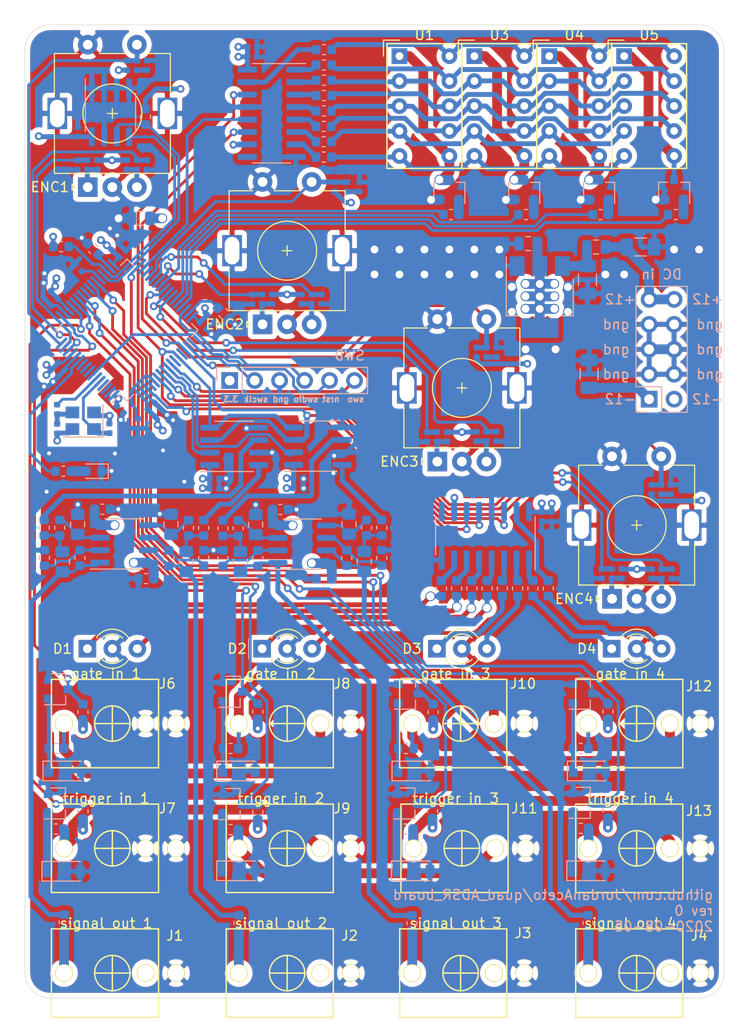
<source format=kicad_pcb>
(kicad_pcb (version 20171130) (host pcbnew 5.1.6-c6e7f7d~87~ubuntu18.04.1)
  (layers (0 F.Cu signal) (1 3.3v power hide) (2 GND power hide) (31 B.Cu signal) (34 B.Paste user hide) (35 F.Paste user hide) (36 B.SilkS user) (37 F.SilkS user) (38 B.Mask user hide) (39 F.Mask user hide) (44 Edge.Cuts user))
  (net 0 "")
  (net 1 "Net-(D1-Pad3)")
  (net 2 "Net-(D1-Pad1)")
  (net 3 "Net-(D2-Pad1)")
  (net 4 "Net-(D2-Pad3)")
  (net 5 "Net-(D3-Pad3)")
  (net 6 "Net-(D3-Pad1)")
  (net 7 "Net-(D4-Pad1)")
  (net 8 "Net-(D4-Pad3)")
  (net 9 "Net-(J6-Pad3)")
  (net 10 "Net-(J7-Pad3)")
  (net 11 "Net-(J10-Pad3)")
  (net 12 "Net-(J11-Pad3)")
  (net 13 "Net-(J12-Pad3)")
  (net 14 /encoders/enc_1_a_out)
  (net 15 GND)
  (net 16 /encoders/enc_1_b_out)
  (net 17 /encoders/enc_2_a_out)
  (net 18 /encoders/enc_2_b_out)
  (net 19 /encoders/enc_3_a_out)
  (net 20 /encoders/enc_3_b_out)
  (net 21 /encoders/enc_4_a_out)
  (net 22 /encoders/enc_4_b_out)
  (net 23 +3V3)
  (net 24 /seven_segment_display/digit_4_in)
  (net 25 /seven_segment_display/digit_3_in)
  (net 26 /seven_segment_display/digit_2_in)
  (net 27 /seven_segment_display/digit_1_in)
  (net 28 /encoders/enc_3_sw_out)
  (net 29 /encoders/enc_2_sw_out)
  (net 30 /encoders/enc_4_sw_out)
  (net 31 /encoders/enc_1_sw_out)
  (net 32 "Net-(J13-Pad3)")
  (net 33 "Net-(C13-Pad1)")
  (net 34 "Net-(Q1-Pad3)")
  (net 35 "Net-(Q1-Pad1)")
  (net 36 "Net-(Q2-Pad1)")
  (net 37 "Net-(Q2-Pad3)")
  (net 38 "Net-(Q3-Pad1)")
  (net 39 "Net-(Q3-Pad3)")
  (net 40 "Net-(Q4-Pad3)")
  (net 41 "Net-(Q4-Pad1)")
  (net 42 /input_jacks/g_2_normalization)
  (net 43 /input_jacks/t_2_normalization)
  (net 44 /stmf32/gate_1_in)
  (net 45 /stmf32/trigger_1_in)
  (net 46 /stmf32/gate_2_in)
  (net 47 /stmf32/trigger_2_in)
  (net 48 /stmf32/gate_3_in)
  (net 49 /stmf32/trigger_3_in)
  (net 50 /stmf32/gate_4_in)
  (net 51 /stmf32/trigger_4_in)
  (net 52 /leds/QA)
  (net 53 /leds/QB)
  (net 54 /leds/QC)
  (net 55 /leds/QD)
  (net 56 /leds/QE)
  (net 57 /leds/QF)
  (net 58 /leds/QG)
  (net 59 /leds/QH)
  (net 60 "Net-(U12-Pad9)")
  (net 61 /spi_dacs_and_level_shifters/10vp_adsr_1_out)
  (net 62 /spi_dacs_and_level_shifters/10vp_adsr_2_out)
  (net 63 /spi_dacs_and_level_shifters/10vp_adsr_3_out)
  (net 64 /spi_dacs_and_level_shifters/10vp_adsr_4_out)
  (net 65 /seven_segment_display/segment_D)
  (net 66 /seven_segment_display/segment_E)
  (net 67 /seven_segment_display/segment_DP)
  (net 68 /seven_segment_display/segment_G)
  (net 69 /seven_segment_display/segment_C)
  (net 70 /seven_segment_display/segment_F)
  (net 71 /seven_segment_display/segment_B)
  (net 72 /seven_segment_display/segment_A)
  (net 73 "Net-(R69-Pad2)")
  (net 74 "Net-(R77-Pad2)")
  (net 75 "Net-(R78-Pad2)")
  (net 76 "Net-(R70-Pad2)")
  (net 77 /spi_dacs_and_level_shifters/adsr_2_3.3v)
  (net 78 /spi_dacs_and_level_shifters/adsr_1_3.3v)
  (net 79 /spi_dacs_and_level_shifters/adsr_3_3.3v)
  (net 80 /spi_dacs_and_level_shifters/adsr_4_3.3v)
  (net 81 -12V)
  (net 82 +12V)
  (net 83 "Net-(D5-Pad2)")
  (net 84 /stmf32/status_led)
  (net 85 "Net-(C9-Pad1)")
  (net 86 "Net-(C12-Pad1)")
  (net 87 "Net-(C3-Pad1)")
  (net 88 "Net-(C6-Pad1)")
  (net 89 "Net-(C37-Pad1)")
  (net 90 "Net-(C38-Pad1)")
  (net 91 "Net-(C39-Pad2)")
  (net 92 "Net-(C40-Pad2)")
  (net 93 "Net-(C41-Pad1)")
  (net 94 "Net-(C42-Pad1)")
  (net 95 "Net-(C43-Pad2)")
  (net 96 "Net-(C44-Pad2)")
  (net 97 "Net-(C45-Pad1)")
  (net 98 "Net-(C46-Pad1)")
  (net 99 /stmf32/PHO)
  (net 100 "Net-(C48-Pad1)")
  (net 101 "Net-(ENC1-PadA)")
  (net 102 "Net-(ENC1-PadB)")
  (net 103 "Net-(ENC2-PadB)")
  (net 104 "Net-(ENC2-PadA)")
  (net 105 "Net-(ENC3-PadB)")
  (net 106 "Net-(ENC3-PadA)")
  (net 107 "Net-(ENC4-PadA)")
  (net 108 "Net-(ENC4-PadB)")
  (net 109 "Net-(J1-Pad3)")
  (net 110 "Net-(J1-Pad2)")
  (net 111 "Net-(J2-Pad2)")
  (net 112 "Net-(J2-Pad3)")
  (net 113 "Net-(J3-Pad3)")
  (net 114 "Net-(J3-Pad2)")
  (net 115 "Net-(J4-Pad2)")
  (net 116 "Net-(J4-Pad3)")
  (net 117 "Net-(R26-Pad2)")
  (net 118 "Net-(R27-Pad2)")
  (net 119 "Net-(R28-Pad2)")
  (net 120 "Net-(R29-Pad2)")
  (net 121 "Net-(R30-Pad2)")
  (net 122 "Net-(R31-Pad2)")
  (net 123 "Net-(R32-Pad2)")
  (net 124 "Net-(R33-Pad2)")
  (net 125 "Net-(R82-Pad1)")
  (net 126 "Net-(R83-Pad1)")
  (net 127 /stmf32/PH1)
  (net 128 "Net-(U2-Pad9)")
  (net 129 "Net-(U6-Pad9)")
  (net 130 /stmf32/SWO)
  (net 131 "Net-(U12-Pad54)")
  (net 132 "Net-(U12-Pad52)")
  (net 133 /stmf32/SWCLK)
  (net 134 /stmf32/SWDIO)
  (net 135 "Net-(U12-Pad10)")
  (net 136 "Net-(U12-Pad8)")
  (net 137 /stmf32/NRST)
  (net 138 "Net-(U12-Pad4)")
  (net 139 "Net-(U12-Pad3)")
  (net 140 "Net-(D6-Pad1)")
  (net 141 "Net-(D7-Pad1)")
  (net 142 "Net-(D8-Pad1)")
  (net 143 "Net-(D9-Pad1)")
  (net 144 "Net-(D10-Pad1)")
  (net 145 "Net-(D11-Pad1)")
  (net 146 "Net-(D12-Pad1)")
  (net 147 "Net-(D13-Pad1)")
  (net 148 /EEPROM/I2C2_SDA)
  (net 149 /EEPROM/I2C2_SCL)
  (net 150 /leds/spi_data_in)
  (net 151 /seven_segment_display/spi_seven_segment_cs)
  (net 152 /leds/spi_clk_in)
  (net 153 /leds/spi_rg_leds_cs)
  (net 154 /spi_dacs_and_level_shifters/spi_dac1_cs)
  (net 155 /spi_dacs_and_level_shifters/spi_dac2_cs)
  (net 156 "Net-(U12-Pad61)")
  (net 157 "Net-(U12-Pad35)")
  (net 158 "Net-(U12-Pad2)")
  (net 159 "Net-(U12-Pad25)")
  (net 160 "Net-(U12-Pad24)")
  (module Package_TO_SOT_SMD:SOT-23 (layer B.Cu) (at 132.953 118.872)
    (fp_text reference Q11)
    (fp_text value MMBT3904)
    (pad 3 smd rect (at 1 0) (size 0.9 0.8) (layers B.Cu B.Paste B.Mask) (net 50 /stmf32/gate_4_in))
    (pad 2 smd rect (at -1 -0.95) (size 0.9 0.8) (layers B.Cu B.Paste B.Mask) (net 15 GND))
    (pad 1 smd rect (at -1 0.95) (size 0.9 0.8) (layers B.Cu B.Paste B.Mask) (net 146 "Net-(D12-Pad1)"))
  )
  (module Capacitor_SMD:C_0402_1005Metric (layer B.Cu) (at 81.56956 61.68884 90)
    (fp_text reference C53)
    (fp_text value 100nF)
    (pad 2 smd roundrect (at 0.485 0 90) (size 0.59 0.64) (layers B.Cu B.Paste B.Mask) (net 15 GND))
    (pad 1 smd roundrect (at -0.485 0 90) (size 0.59 0.64) (layers B.Cu B.Paste B.Mask) (net 23 +3V3))
  )
  (module Package_SO:SOIC-8_3.9x4.9mm_P1.27mm (layer B.Cu) (at 84.89696 59.70016 270)
    (fp_text reference U13)
    (fp_text value 24LC32)
    (pad 8 smd roundrect (at 2.475 1.905 270) (size 1.95 0.6) (layers B.Cu B.Paste B.Mask) (net 23 +3V3))
    (pad 7 smd roundrect (at 2.475 0.635 270) (size 1.95 0.6) (layers B.Cu B.Paste B.Mask) (net 15 GND))
    (pad 6 smd roundrect (at 2.475 -0.635 270) (size 1.95 0.6) (layers B.Cu B.Paste B.Mask) (net 149 /EEPROM/I2C2_SCL))
    (pad 5 smd roundrect (at 2.475 -1.905 270) (size 1.95 0.6) (layers B.Cu B.Paste B.Mask) (net 148 /EEPROM/I2C2_SDA))
    (pad 4 smd roundrect (at -2.475 -1.905 270) (size 1.95 0.6) (layers B.Cu B.Paste B.Mask) (net 15 GND))
    (pad 3 smd roundrect (at -2.475 -0.635 270) (size 1.95 0.6) (layers B.Cu B.Paste B.Mask) (net 15 GND))
    (pad 2 smd roundrect (at -2.475 0.635 270) (size 1.95 0.6) (layers B.Cu B.Paste B.Mask) (net 15 GND))
    (pad 1 smd roundrect (at -2.475 1.905 270) (size 1.95 0.6) (layers B.Cu B.Paste B.Mask) (net 15 GND))
  )
  (module Resistor_SMD:R_0603_1608Metric (layer B.Cu) (at 88.45804 60.1471 270)
    (fp_text reference R86)
    (fp_text value 4k7)
    (pad 2 smd roundrect (at 0.7875 0 270) (size 0.875 0.95) (layers B.Cu B.Paste B.Mask) (net 149 /EEPROM/I2C2_SCL))
    (pad 1 smd roundrect (at -0.7875 0 270) (size 0.875 0.95) (layers B.Cu B.Paste B.Mask) (net 23 +3V3))
  )
  (module Resistor_SMD:R_0603_1608Metric (layer B.Cu) (at 79.87274 73.36536)
    (fp_text reference R85)
    (fp_text value 4k7)
    (pad 2 smd roundrect (at 0.7875 0) (size 0.875 0.95) (layers B.Cu B.Paste B.Mask) (net 148 /EEPROM/I2C2_SDA))
    (pad 1 smd roundrect (at -0.7875 0) (size 0.875 0.95) (layers B.Cu B.Paste B.Mask) (net 23 +3V3))
  )
  (module Diode_SMD:D_SOD-123 (layer B.Cu) (at 133.5776 136.906)
    (fp_text reference D13)
    (fp_text value 1N4148W)
    (pad 2 smd rect (at 1.65 0) (size 0.9 1.2) (layers B.Cu B.Paste B.Mask) (net 15 GND))
    (pad 1 smd rect (at -1.65 0) (size 0.9 1.2) (layers B.Cu B.Paste B.Mask) (net 147 "Net-(D13-Pad1)"))
  )
  (module Diode_SMD:D_SOD-123 (layer B.Cu) (at 133.6284 126.746)
    (fp_text reference D12)
    (fp_text value 1N4148W)
    (pad 2 smd rect (at 1.65 0) (size 0.9 1.2) (layers B.Cu B.Paste B.Mask) (net 15 GND))
    (pad 1 smd rect (at -1.65 0) (size 0.9 1.2) (layers B.Cu B.Paste B.Mask) (net 146 "Net-(D12-Pad1)"))
  )
  (module Diode_SMD:D_SOD-123 (layer B.Cu) (at 115.7468 136.906)
    (fp_text reference D11)
    (fp_text value 1N4148W)
    (pad 2 smd rect (at 1.65 0) (size 0.9 1.2) (layers B.Cu B.Paste B.Mask) (net 15 GND))
    (pad 1 smd rect (at -1.65 0) (size 0.9 1.2) (layers B.Cu B.Paste B.Mask) (net 145 "Net-(D11-Pad1)"))
  )
  (module Diode_SMD:D_SOD-123 (layer B.Cu) (at 115.7976 126.746)
    (fp_text reference D10)
    (fp_text value 1N4148W)
    (pad 2 smd rect (at 1.65 0) (size 0.9 1.2) (layers B.Cu B.Paste B.Mask) (net 15 GND))
    (pad 1 smd rect (at -1.65 0) (size 0.9 1.2) (layers B.Cu B.Paste B.Mask) (net 144 "Net-(D10-Pad1)"))
  )
  (module Diode_SMD:D_SOD-123 (layer B.Cu) (at 97.9668 136.906)
    (fp_text reference D9)
    (fp_text value 1N4148W)
    (pad 2 smd rect (at 1.65 0) (size 0.9 1.2) (layers B.Cu B.Paste B.Mask) (net 15 GND))
    (pad 1 smd rect (at -1.65 0) (size 0.9 1.2) (layers B.Cu B.Paste B.Mask) (net 143 "Net-(D9-Pad1)"))
  )
  (module Diode_SMD:D_SOD-123 (layer B.Cu) (at 97.9668 126.746)
    (fp_text reference D8)
    (fp_text value 1N4148W)
    (pad 2 smd rect (at 1.65 0) (size 0.9 1.2) (layers B.Cu B.Paste B.Mask) (net 15 GND))
    (pad 1 smd rect (at -1.65 0) (size 0.9 1.2) (layers B.Cu B.Paste B.Mask) (net 142 "Net-(D8-Pad1)"))
  )
  (module Diode_SMD:D_SOD-123 (layer B.Cu) (at 80.1868 136.9568)
    (fp_text reference D7)
    (fp_text value 1N4148W)
    (pad 2 smd rect (at 1.65 0) (size 0.9 1.2) (layers B.Cu B.Paste B.Mask) (net 15 GND))
    (pad 1 smd rect (at -1.65 0) (size 0.9 1.2) (layers B.Cu B.Paste B.Mask) (net 141 "Net-(D7-Pad1)"))
  )
  (module Diode_SMD:D_SOD-123 (layer B.Cu) (at 80.2904 126.746)
    (fp_text reference D6)
    (fp_text value 1N4148W)
    (pad 2 smd rect (at 1.65 0) (size 0.9 1.2) (layers B.Cu B.Paste B.Mask) (net 15 GND))
    (pad 1 smd rect (at -1.65 0) (size 0.9 1.2) (layers B.Cu B.Paste B.Mask) (net 140 "Net-(D6-Pad1)"))
  )
  (module Capacitor_SMD:C_1206_3216Metric (layer B.Cu) (at 133.59384 86.3376 270)
    (fp_text reference C52)
    (fp_text value 10uF)
    (pad 2 smd roundrect (at 1.4 0 270) (size 1.25 1.75) (layers B.Cu B.Paste B.Mask) (roundrect_rratio 0.2) (net 81 -12V))
    (pad 1 smd roundrect (at -1.4 0 270) (size 1.25 1.75) (layers B.Cu B.Paste B.Mask) (roundrect_rratio 0.2) (net 15 GND))
  )
  (module Capacitor_SMD:C_1206_3216Metric (layer B.Cu) (at 138.814 73.406)
    (fp_text reference C51)
    (fp_text value 10uF)
    (pad 2 smd roundrect (at 1.4 0) (size 1.25 1.75) (layers B.Cu B.Paste B.Mask) (roundrect_rratio 0.2) (net 15 GND))
    (pad 1 smd roundrect (at -1.4 0) (size 1.25 1.75) (layers B.Cu B.Paste B.Mask) (roundrect_rratio 0.2) (net 82 +12V))
  )
  (module Resistor_SMD:R_0402_1005Metric (layer B.Cu) (at 81.663493 75.531933 135)
    (fp_text reference R83)
    (fp_text value 10k)
    (pad 2 smd roundrect (at 0.485 0 135) (size 0.59 0.64) (layers B.Cu B.Paste B.Mask) (net 15 GND))
    (pad 1 smd roundrect (at -0.485 0 135) (size 0.59 0.64) (layers B.Cu B.Paste B.Mask) (net 126 "Net-(R83-Pad1)"))
  )
  (module Resistor_SMD:R_0402_1005Metric (layer B.Cu) (at 87.66556 91.37664 270)
    (fp_text reference R82)
    (fp_text value 10k)
    (pad 2 smd roundrect (at 0.485 0 270) (size 0.59 0.64) (layers B.Cu B.Paste B.Mask) (net 15 GND))
    (pad 1 smd roundrect (at -0.485 0 270) (size 0.59 0.64) (layers B.Cu B.Paste B.Mask) (net 125 "Net-(R82-Pad1)"))
  )
  (module LED_SMD:LED_0603_1608Metric (layer B.Cu) (at 83.19018 96.23044 180)
    (fp_text reference D5)
    (fp_text value LED)
    (pad 2 smd roundrect (at 0.7875 0 180) (size 0.875 0.95) (layers B.Cu B.Paste B.Mask) (net 83 "Net-(D5-Pad2)"))
    (pad 1 smd roundrect (at -0.7875 0 180) (size 0.875 0.95) (layers B.Cu B.Paste B.Mask) (net 15 GND))
  )
  (module Connector_PinHeader_2.54mm:PinHeader_1x06_P2.54mm_Vertical (layer B.Cu) (at 97.028 86.995 270)
    (fp_text reference J14)
    (fp_text value SWD_header)
    (pad 6 thru_hole oval (at 0 -12.7 270) (size 1.7 1.7) (drill 1) (layers *.Cu *.Mask) (net 130 /stmf32/SWO))
    (pad 5 thru_hole oval (at 0 -10.16 270) (size 1.7 1.7) (drill 1) (layers *.Cu *.Mask) (net 137 /stmf32/NRST))
    (pad 4 thru_hole oval (at 0 -7.62 270) (size 1.7 1.7) (drill 1) (layers *.Cu *.Mask) (net 134 /stmf32/SWDIO))
    (pad 3 thru_hole oval (at 0 -5.08 270) (size 1.7 1.7) (drill 1) (layers *.Cu *.Mask) (net 15 GND))
    (pad 2 thru_hole oval (at 0 -2.54 270) (size 1.7 1.7) (drill 1) (layers *.Cu *.Mask) (net 133 /stmf32/SWCLK))
    (pad 1 thru_hole rect (at 0 0 270) (size 1.7 1.7) (drill 1) (layers *.Cu *.Mask) (net 23 +3V3))
  )
  (module Resistor_SMD:R_0402_1005Metric (layer B.Cu) (at 140.9192 98.0972 270)
    (fp_text reference R24)
    (fp_text value 100)
    (pad 2 smd roundrect (at 0.485 0 270) (size 0.59 0.64) (layers B.Cu B.Paste B.Mask) (net 86 "Net-(C12-Pad1)"))
    (pad 1 smd roundrect (at -0.485 0 270) (size 0.59 0.64) (layers B.Cu B.Paste B.Mask) (net 30 /encoders/enc_4_sw_out))
  )
  (module Resistor_SMD:R_0402_1005Metric (layer B.Cu) (at 139.954 98.0972 90)
    (fp_text reference R23)
    (fp_text value 4k7)
    (pad 2 smd roundrect (at 0.485 0 90) (size 0.59 0.64) (layers B.Cu B.Paste B.Mask) (net 30 /encoders/enc_4_sw_out))
    (pad 1 smd roundrect (at -0.485 0 90) (size 0.59 0.64) (layers B.Cu B.Paste B.Mask) (net 23 +3V3))
  )
  (module Resistor_SMD:R_0402_1005Metric (layer B.Cu) (at 135.89 106.657 90)
    (fp_text reference R22)
    (fp_text value 10k)
    (pad 2 smd roundrect (at 0.485 0 90) (size 0.59 0.64) (layers B.Cu B.Paste B.Mask) (net 22 /encoders/enc_4_b_out))
    (pad 1 smd roundrect (at -0.485 0 90) (size 0.59 0.64) (layers B.Cu B.Paste B.Mask) (net 107 "Net-(ENC4-PadA)"))
  )
  (module Resistor_SMD:R_0402_1005Metric (layer B.Cu) (at 136.906 106.657 270)
    (fp_text reference R21)
    (fp_text value 10k)
    (pad 2 smd roundrect (at 0.485 0 270) (size 0.59 0.64) (layers B.Cu B.Paste B.Mask) (net 107 "Net-(ENC4-PadA)"))
    (pad 1 smd roundrect (at -0.485 0 270) (size 0.59 0.64) (layers B.Cu B.Paste B.Mask) (net 23 +3V3))
  )
  (module Resistor_SMD:R_0402_1005Metric (layer B.Cu) (at 139.954 106.68 270)
    (fp_text reference R20)
    (fp_text value 10k)
    (pad 2 smd roundrect (at 0.485 0 270) (size 0.59 0.64) (layers B.Cu B.Paste B.Mask) (net 108 "Net-(ENC4-PadB)"))
    (pad 1 smd roundrect (at -0.485 0 270) (size 0.59 0.64) (layers B.Cu B.Paste B.Mask) (net 23 +3V3))
  )
  (module Resistor_SMD:R_0402_1005Metric (layer B.Cu) (at 140.97 106.68 90)
    (fp_text reference R19)
    (fp_text value 10k)
    (pad 2 smd roundrect (at 0.485 0 90) (size 0.59 0.64) (layers B.Cu B.Paste B.Mask) (net 21 /encoders/enc_4_a_out))
    (pad 1 smd roundrect (at -0.485 0 90) (size 0.59 0.64) (layers B.Cu B.Paste B.Mask) (net 108 "Net-(ENC4-PadB)"))
  )
  (module Rotary_Encoder:RotaryEncoder_Alps_EC11E-Switch_Vertical_H20mm (layer F.Cu) (at 135.93 109.22 90)
    (fp_text reference ENC4 (at 0 -3.85 180) (layer F.SilkS))
    (fp_text value Rotary_Encoder_Switch)
    (pad A thru_hole rect (at 0 0 90) (size 2 2) (drill 1) (layers *.Cu *.Mask) (net 107 "Net-(ENC4-PadA)"))
    (pad C thru_hole circle (at 0 2.5 90) (size 2 2) (drill 1) (layers *.Cu *.Mask) (net 15 GND))
    (pad B thru_hole circle (at 0 5 90) (size 2 2) (drill 1) (layers *.Cu *.Mask) (net 108 "Net-(ENC4-PadB)"))
    (pad MP thru_hole rect (at 7.5 -3.1 90) (size 3.2 2) (drill oval 2.8 1.5) (layers *.Cu *.Mask) (net 15 GND))
    (pad MP thru_hole rect (at 7.5 8.1 90) (size 3.2 2) (drill oval 2.8 1.5) (layers *.Cu *.Mask) (net 15 GND))
    (pad S2 thru_hole circle (at 14.5 0 90) (size 2 2) (drill 1) (layers *.Cu *.Mask) (net 15 GND))
    (pad S1 thru_hole circle (at 14.5 5 90) (size 2 2) (drill 1) (layers *.Cu *.Mask) (net 30 /encoders/enc_4_sw_out))
  )
  (module Resistor_SMD:R_0402_1005Metric (layer B.Cu) (at 123.1646 84.1272 270)
    (fp_text reference R18)
    (fp_text value 100)
    (pad 2 smd roundrect (at 0.485 0 270) (size 0.59 0.64) (layers B.Cu B.Paste B.Mask) (net 85 "Net-(C9-Pad1)"))
    (pad 1 smd roundrect (at -0.485 0 270) (size 0.59 0.64) (layers B.Cu B.Paste B.Mask) (net 28 /encoders/enc_3_sw_out))
  )
  (module Resistor_SMD:R_0402_1005Metric (layer B.Cu) (at 122.1486 84.1272 270)
    (fp_text reference R17)
    (fp_text value 4k7)
    (pad 2 smd roundrect (at 0.485 0 270) (size 0.59 0.64) (layers B.Cu B.Paste B.Mask) (net 23 +3V3))
    (pad 1 smd roundrect (at -0.485 0 270) (size 0.59 0.64) (layers B.Cu B.Paste B.Mask) (net 28 /encoders/enc_3_sw_out))
  )
  (module Resistor_SMD:R_0402_1005Metric (layer B.Cu) (at 118.11 92.733 90)
    (fp_text reference R16)
    (fp_text value 10k)
    (pad 2 smd roundrect (at 0.485 0 90) (size 0.59 0.64) (layers B.Cu B.Paste B.Mask) (net 20 /encoders/enc_3_b_out))
    (pad 1 smd roundrect (at -0.485 0 90) (size 0.59 0.64) (layers B.Cu B.Paste B.Mask) (net 106 "Net-(ENC3-PadA)"))
  )
  (module Resistor_SMD:R_0402_1005Metric (layer B.Cu) (at 119.126 92.733 270)
    (fp_text reference R15)
    (fp_text value 10k)
    (pad 2 smd roundrect (at 0.485 0 270) (size 0.59 0.64) (layers B.Cu B.Paste B.Mask) (net 106 "Net-(ENC3-PadA)"))
    (pad 1 smd roundrect (at -0.485 0 270) (size 0.59 0.64) (layers B.Cu B.Paste B.Mask) (net 23 +3V3))
  )
  (module Resistor_SMD:R_0402_1005Metric (layer B.Cu) (at 122.1232 92.687 270)
    (fp_text reference R14)
    (fp_text value 10k)
    (pad 2 smd roundrect (at 0.485 0 270) (size 0.59 0.64) (layers B.Cu B.Paste B.Mask) (net 105 "Net-(ENC3-PadB)"))
    (pad 1 smd roundrect (at -0.485 0 270) (size 0.59 0.64) (layers B.Cu B.Paste B.Mask) (net 23 +3V3))
  )
  (module Resistor_SMD:R_0402_1005Metric (layer B.Cu) (at 123.1392 92.687 90)
    (fp_text reference R13)
    (fp_text value 10k)
    (pad 2 smd roundrect (at 0.485 0 90) (size 0.59 0.64) (layers B.Cu B.Paste B.Mask) (net 19 /encoders/enc_3_a_out))
    (pad 1 smd roundrect (at -0.485 0 90) (size 0.59 0.64) (layers B.Cu B.Paste B.Mask) (net 105 "Net-(ENC3-PadB)"))
  )
  (module Resistor_SMD:R_0402_1005Metric (layer B.Cu) (at 108.966 67.287 270)
    (fp_text reference R12)
    (fp_text value 100)
    (pad 2 smd roundrect (at 0.485 0 270) (size 0.59 0.64) (layers B.Cu B.Paste B.Mask) (net 88 "Net-(C6-Pad1)"))
    (pad 1 smd roundrect (at -0.485 0 270) (size 0.59 0.64) (layers B.Cu B.Paste B.Mask) (net 29 /encoders/enc_2_sw_out))
  )
  (module Resistor_SMD:R_0402_1005Metric (layer B.Cu) (at 107.696 67.287 90)
    (fp_text reference R11)
    (fp_text value 4k7)
    (pad 2 smd roundrect (at 0.485 0 90) (size 0.59 0.64) (layers B.Cu B.Paste B.Mask) (net 29 /encoders/enc_2_sw_out))
    (pad 1 smd roundrect (at -0.485 0 90) (size 0.59 0.64) (layers B.Cu B.Paste B.Mask) (net 23 +3V3))
  )
  (module Resistor_SMD:R_0402_1005Metric (layer B.Cu) (at 100.33 78.717 90)
    (fp_text reference R10)
    (fp_text value 10k)
    (pad 2 smd roundrect (at 0.485 0 90) (size 0.59 0.64) (layers B.Cu B.Paste B.Mask) (net 18 /encoders/enc_2_b_out))
    (pad 1 smd roundrect (at -0.485 0 90) (size 0.59 0.64) (layers B.Cu B.Paste B.Mask) (net 104 "Net-(ENC2-PadA)"))
  )
  (module Resistor_SMD:R_0402_1005Metric (layer B.Cu) (at 101.346 78.717 270)
    (fp_text reference R9)
    (fp_text value 10k)
    (pad 2 smd roundrect (at 0.485 0 270) (size 0.59 0.64) (layers B.Cu B.Paste B.Mask) (net 104 "Net-(ENC2-PadA)"))
    (pad 1 smd roundrect (at -0.485 0 270) (size 0.59 0.64) (layers B.Cu B.Paste B.Mask) (net 23 +3V3))
  )
  (module Resistor_SMD:R_0402_1005Metric (layer B.Cu) (at 104.3432 78.717 270)
    (fp_text reference R8)
    (fp_text value 10k)
    (pad 2 smd roundrect (at 0.485 0 270) (size 0.59 0.64) (layers B.Cu B.Paste B.Mask) (net 103 "Net-(ENC2-PadB)"))
    (pad 1 smd roundrect (at -0.485 0 270) (size 0.59 0.64) (layers B.Cu B.Paste B.Mask) (net 23 +3V3))
  )
  (module Resistor_SMD:R_0402_1005Metric (layer B.Cu) (at 105.3592 78.717 90)
    (fp_text reference R7)
    (fp_text value 10k)
    (pad 2 smd roundrect (at 0.485 0 90) (size 0.59 0.64) (layers B.Cu B.Paste B.Mask) (net 17 /encoders/enc_2_a_out))
    (pad 1 smd roundrect (at -0.485 0 90) (size 0.59 0.64) (layers B.Cu B.Paste B.Mask) (net 103 "Net-(ENC2-PadB)"))
  )
  (module Resistor_SMD:R_0402_1005Metric (layer B.Cu) (at 87.6046 54.9172 270)
    (fp_text reference R6)
    (fp_text value 100)
    (pad 2 smd roundrect (at 0.485 0 270) (size 0.59 0.64) (layers B.Cu B.Paste B.Mask) (net 87 "Net-(C3-Pad1)"))
    (pad 1 smd roundrect (at -0.485 0 270) (size 0.59 0.64) (layers B.Cu B.Paste B.Mask) (net 31 /encoders/enc_1_sw_out))
  )
  (module Resistor_SMD:R_0402_1005Metric (layer B.Cu) (at 86.5886 54.9172 270)
    (fp_text reference R5)
    (fp_text value 4k7)
    (pad 2 smd roundrect (at 0.485 0 270) (size 0.59 0.64) (layers B.Cu B.Paste B.Mask) (net 23 +3V3))
    (pad 1 smd roundrect (at -0.485 0 270) (size 0.59 0.64) (layers B.Cu B.Paste B.Mask) (net 31 /encoders/enc_1_sw_out))
  )
  (module Resistor_SMD:R_0402_1005Metric (layer B.Cu) (at 82.55 65.047 90)
    (fp_text reference R4)
    (fp_text value 10k)
    (pad 2 smd roundrect (at 0.485 0 90) (size 0.59 0.64) (layers B.Cu B.Paste B.Mask) (net 16 /encoders/enc_1_b_out))
    (pad 1 smd roundrect (at -0.485 0 90) (size 0.59 0.64) (layers B.Cu B.Paste B.Mask) (net 101 "Net-(ENC1-PadA)"))
  )
  (module Resistor_SMD:R_0402_1005Metric (layer B.Cu) (at 83.566 65.047 270)
    (fp_text reference R3)
    (fp_text value 10k)
    (pad 2 smd roundrect (at 0.485 0 270) (size 0.59 0.64) (layers B.Cu B.Paste B.Mask) (net 101 "Net-(ENC1-PadA)"))
    (pad 1 smd roundrect (at -0.485 0 270) (size 0.59 0.64) (layers B.Cu B.Paste B.Mask) (net 23 +3V3))
  )
  (module Resistor_SMD:R_0402_1005Metric (layer B.Cu) (at 86.5632 65.047 270)
    (fp_text reference R2)
    (fp_text value 10k)
    (pad 2 smd roundrect (at 0.485 0 270) (size 0.59 0.64) (layers B.Cu B.Paste B.Mask) (net 102 "Net-(ENC1-PadB)"))
    (pad 1 smd roundrect (at -0.485 0 270) (size 0.59 0.64) (layers B.Cu B.Paste B.Mask) (net 23 +3V3))
  )
  (module Resistor_SMD:R_0402_1005Metric (layer B.Cu) (at 87.5792 65.047 90)
    (fp_text reference R1)
    (fp_text value 10k)
    (pad 2 smd roundrect (at 0.485 0 90) (size 0.59 0.64) (layers B.Cu B.Paste B.Mask) (net 14 /encoders/enc_1_a_out))
    (pad 1 smd roundrect (at -0.485 0 90) (size 0.59 0.64) (layers B.Cu B.Paste B.Mask) (net 102 "Net-(ENC1-PadB)"))
  )
  (module Capacitor_SMD:C_0402_1005Metric (layer B.Cu) (at 78.447947 78.270053 225)
    (fp_text reference C50)
    (fp_text value 100nF)
    (pad 2 smd roundrect (at 0.485 0 225) (size 0.59 0.64) (layers B.Cu B.Paste B.Mask) (net 15 GND))
    (pad 1 smd roundrect (at -0.485 0 225) (size 0.59 0.64) (layers B.Cu B.Paste B.Mask) (net 23 +3V3))
  )
  (module Capacitor_SMD:C_0402_1005Metric (layer B.Cu) (at 79.1972 79.0194 225)
    (fp_text reference C49)
    (fp_text value 100nF)
    (pad 2 smd roundrect (at 0.485 0 225) (size 0.59 0.64) (layers B.Cu B.Paste B.Mask) (net 15 GND))
    (pad 1 smd roundrect (at -0.485 0 225) (size 0.59 0.64) (layers B.Cu B.Paste B.Mask) (net 23 +3V3))
  )
  (module Resistor_SMD:R_0402_1005Metric (layer B.Cu) (at 79.4766 89.939 270)
    (fp_text reference R84)
    (fp_text value 100)
    (pad 2 smd roundrect (at 0.485 0 270) (size 0.59 0.64) (layers B.Cu B.Paste B.Mask) (net 100 "Net-(C48-Pad1)"))
    (pad 1 smd roundrect (at -0.485 0 270) (size 0.59 0.64) (layers B.Cu B.Paste B.Mask) (net 127 /stmf32/PH1))
  )
  (module Package_QFP:LQFP-64_10x10mm_P0.5mm (layer B.Cu) (at 86.580307 81.861805 45)
    (fp_text reference U12)
    (fp_text value STM32F405RGTx)
    (pad 64 smd roundrect (at -3.75 5.675 45) (size 0.3 1.55) (layers B.Cu B.Paste B.Mask) (net 23 +3V3))
    (pad 63 smd roundrect (at -3.25 5.675 45) (size 0.3 1.55) (layers B.Cu B.Paste B.Mask) (net 15 GND))
    (pad 62 smd roundrect (at -2.75 5.675 45) (size 0.3 1.55) (layers B.Cu B.Paste B.Mask) (net 153 /leds/spi_rg_leds_cs))
    (pad 61 smd roundrect (at -2.25 5.675 45) (size 0.3 1.55) (layers B.Cu B.Paste B.Mask) (net 156 "Net-(U12-Pad61)"))
    (pad 60 smd roundrect (at -1.75 5.675 45) (size 0.3 1.55) (layers B.Cu B.Paste B.Mask) (net 125 "Net-(R82-Pad1)"))
    (pad 59 smd roundrect (at -1.25 5.675 45) (size 0.3 1.55) (layers B.Cu B.Paste B.Mask) (net 22 /encoders/enc_4_b_out))
    (pad 58 smd roundrect (at -0.75 5.675 45) (size 0.3 1.55) (layers B.Cu B.Paste B.Mask) (net 21 /encoders/enc_4_a_out))
    (pad 57 smd roundrect (at -0.25 5.675 45) (size 0.3 1.55) (layers B.Cu B.Paste B.Mask) (net 154 /spi_dacs_and_level_shifters/spi_dac1_cs))
    (pad 56 smd roundrect (at 0.25 5.675 45) (size 0.3 1.55) (layers B.Cu B.Paste B.Mask) (net 155 /spi_dacs_and_level_shifters/spi_dac2_cs))
    (pad 55 smd roundrect (at 0.75 5.675 45) (size 0.3 1.55) (layers B.Cu B.Paste B.Mask) (net 130 /stmf32/SWO))
    (pad 54 smd roundrect (at 1.25 5.675 45) (size 0.3 1.55) (layers B.Cu B.Paste B.Mask) (net 131 "Net-(U12-Pad54)"))
    (pad 53 smd roundrect (at 1.75 5.675 45) (size 0.3 1.55) (layers B.Cu B.Paste B.Mask) (net 150 /leds/spi_data_in))
    (pad 52 smd roundrect (at 2.25 5.675 45) (size 0.3 1.55) (layers B.Cu B.Paste B.Mask) (net 132 "Net-(U12-Pad52)"))
    (pad 51 smd roundrect (at 2.75 5.675 45) (size 0.3 1.55) (layers B.Cu B.Paste B.Mask) (net 152 /leds/spi_clk_in))
    (pad 50 smd roundrect (at 3.25 5.675 45) (size 0.3 1.55) (layers B.Cu B.Paste B.Mask) (net 30 /encoders/enc_4_sw_out))
    (pad 49 smd roundrect (at 3.75 5.675 45) (size 0.3 1.55) (layers B.Cu B.Paste B.Mask) (net 133 /stmf32/SWCLK))
    (pad 48 smd roundrect (at 5.675 3.75 45) (size 1.55 0.3) (layers B.Cu B.Paste B.Mask) (net 23 +3V3))
    (pad 47 smd roundrect (at 5.675 3.25 45) (size 1.55 0.3) (layers B.Cu B.Paste B.Mask) (net 98 "Net-(C46-Pad1)"))
    (pad 46 smd roundrect (at 5.675 2.75 45) (size 1.55 0.3) (layers B.Cu B.Paste B.Mask) (net 134 /stmf32/SWDIO))
    (pad 45 smd roundrect (at 5.675 2.25 45) (size 1.55 0.3) (layers B.Cu B.Paste B.Mask) (net 24 /seven_segment_display/digit_4_in))
    (pad 44 smd roundrect (at 5.675 1.75 45) (size 1.55 0.3) (layers B.Cu B.Paste B.Mask) (net 25 /seven_segment_display/digit_3_in))
    (pad 43 smd roundrect (at 5.675 1.25 45) (size 1.55 0.3) (layers B.Cu B.Paste B.Mask) (net 26 /seven_segment_display/digit_2_in))
    (pad 42 smd roundrect (at 5.675 0.75 45) (size 1.55 0.3) (layers B.Cu B.Paste B.Mask) (net 20 /encoders/enc_3_b_out))
    (pad 41 smd roundrect (at 5.675 0.25 45) (size 1.55 0.3) (layers B.Cu B.Paste B.Mask) (net 19 /encoders/enc_3_a_out))
    (pad 40 smd roundrect (at 5.675 -0.25 45) (size 1.55 0.3) (layers B.Cu B.Paste B.Mask) (net 28 /encoders/enc_3_sw_out))
    (pad 39 smd roundrect (at 5.675 -0.75 45) (size 1.55 0.3) (layers B.Cu B.Paste B.Mask) (net 27 /seven_segment_display/digit_1_in))
    (pad 38 smd roundrect (at 5.675 -1.25 45) (size 1.55 0.3) (layers B.Cu B.Paste B.Mask) (net 18 /encoders/enc_2_b_out))
    (pad 37 smd roundrect (at 5.675 -1.75 45) (size 1.55 0.3) (layers B.Cu B.Paste B.Mask) (net 17 /encoders/enc_2_a_out))
    (pad 36 smd roundrect (at 5.675 -2.25 45) (size 1.55 0.3) (layers B.Cu B.Paste B.Mask) (net 29 /encoders/enc_2_sw_out))
    (pad 35 smd roundrect (at 5.675 -2.75 45) (size 1.55 0.3) (layers B.Cu B.Paste B.Mask) (net 157 "Net-(U12-Pad35)"))
    (pad 34 smd roundrect (at 5.675 -3.25 45) (size 1.55 0.3) (layers B.Cu B.Paste B.Mask) (net 151 /seven_segment_display/spi_seven_segment_cs))
    (pad 33 smd roundrect (at 5.675 -3.75 45) (size 1.55 0.3) (layers B.Cu B.Paste B.Mask) (net 51 /stmf32/trigger_4_in))
    (pad 32 smd roundrect (at 3.75 -5.675 45) (size 0.3 1.55) (layers B.Cu B.Paste B.Mask) (net 23 +3V3))
    (pad 31 smd roundrect (at 3.25 -5.675 45) (size 0.3 1.55) (layers B.Cu B.Paste B.Mask) (net 97 "Net-(C45-Pad1)"))
    (pad 30 smd roundrect (at 2.75 -5.675 45) (size 0.3 1.55) (layers B.Cu B.Paste B.Mask) (net 148 /EEPROM/I2C2_SDA))
    (pad 29 smd roundrect (at 2.25 -5.675 45) (size 0.3 1.55) (layers B.Cu B.Paste B.Mask) (net 149 /EEPROM/I2C2_SCL))
    (pad 28 smd roundrect (at 1.75 -5.675 45) (size 0.3 1.55) (layers B.Cu B.Paste B.Mask) (net 126 "Net-(R83-Pad1)"))
    (pad 27 smd roundrect (at 1.25 -5.675 45) (size 0.3 1.55) (layers B.Cu B.Paste B.Mask) (net 50 /stmf32/gate_4_in))
    (pad 26 smd roundrect (at 0.75 -5.675 45) (size 0.3 1.55) (layers B.Cu B.Paste B.Mask) (net 49 /stmf32/trigger_3_in))
    (pad 25 smd roundrect (at 0.25 -5.675 45) (size 0.3 1.55) (layers B.Cu B.Paste B.Mask) (net 159 "Net-(U12-Pad25)"))
    (pad 24 smd roundrect (at -0.25 -5.675 45) (size 0.3 1.55) (layers B.Cu B.Paste B.Mask) (net 160 "Net-(U12-Pad24)"))
    (pad 23 smd roundrect (at -0.75 -5.675 45) (size 0.3 1.55) (layers B.Cu B.Paste B.Mask) (net 48 /stmf32/gate_3_in))
    (pad 22 smd roundrect (at -1.25 -5.675 45) (size 0.3 1.55) (layers B.Cu B.Paste B.Mask) (net 47 /stmf32/trigger_2_in))
    (pad 21 smd roundrect (at -1.75 -5.675 45) (size 0.3 1.55) (layers B.Cu B.Paste B.Mask) (net 46 /stmf32/gate_2_in))
    (pad 20 smd roundrect (at -2.25 -5.675 45) (size 0.3 1.55) (layers B.Cu B.Paste B.Mask) (net 45 /stmf32/trigger_1_in))
    (pad 19 smd roundrect (at -2.75 -5.675 45) (size 0.3 1.55) (layers B.Cu B.Paste B.Mask) (net 23 +3V3))
    (pad 18 smd roundrect (at -3.25 -5.675 45) (size 0.3 1.55) (layers B.Cu B.Paste B.Mask) (net 15 GND))
    (pad 17 smd roundrect (at -3.75 -5.675 45) (size 0.3 1.55) (layers B.Cu B.Paste B.Mask) (net 44 /stmf32/gate_1_in))
    (pad 16 smd roundrect (at -5.675 -3.75 45) (size 1.55 0.3) (layers B.Cu B.Paste B.Mask) (net 31 /encoders/enc_1_sw_out))
    (pad 15 smd roundrect (at -5.675 -3.25 45) (size 1.55 0.3) (layers B.Cu B.Paste B.Mask) (net 16 /encoders/enc_1_b_out))
    (pad 14 smd roundrect (at -5.675 -2.75 45) (size 1.55 0.3) (layers B.Cu B.Paste B.Mask) (net 14 /encoders/enc_1_a_out))
    (pad 13 smd roundrect (at -5.675 -2.25 45) (size 1.55 0.3) (layers B.Cu B.Paste B.Mask) (net 23 +3V3))
    (pad 12 smd roundrect (at -5.675 -1.75 45) (size 1.55 0.3) (layers B.Cu B.Paste B.Mask) (net 15 GND))
    (pad 11 smd roundrect (at -5.675 -1.25 45) (size 1.55 0.3) (layers B.Cu B.Paste B.Mask) (net 84 /stmf32/status_led))
    (pad 10 smd roundrect (at -5.675 -0.75 45) (size 1.55 0.3) (layers B.Cu B.Paste B.Mask) (net 135 "Net-(U12-Pad10)"))
    (pad 9 smd roundrect (at -5.675 -0.25 45) (size 1.55 0.3) (layers B.Cu B.Paste B.Mask) (net 60 "Net-(U12-Pad9)"))
    (pad 8 smd roundrect (at -5.675 0.25 45) (size 1.55 0.3) (layers B.Cu B.Paste B.Mask) (net 136 "Net-(U12-Pad8)"))
    (pad 7 smd roundrect (at -5.675 0.75 45) (size 1.55 0.3) (layers B.Cu B.Paste B.Mask) (net 137 /stmf32/NRST))
    (pad 6 smd roundrect (at -5.675 1.25 45) (size 1.55 0.3) (layers B.Cu B.Paste B.Mask) (net 127 /stmf32/PH1))
    (pad 5 smd roundrect (at -5.675 1.75 45) (size 1.55 0.3) (layers B.Cu B.Paste B.Mask) (net 99 /stmf32/PHO))
    (pad 4 smd roundrect (at -5.675 2.25 45) (size 1.55 0.3) (layers B.Cu B.Paste B.Mask) (net 138 "Net-(U12-Pad4)"))
    (pad 3 smd roundrect (at -5.675 2.75 45) (size 1.55 0.3) (layers B.Cu B.Paste B.Mask) (net 139 "Net-(U12-Pad3)"))
    (pad 2 smd roundrect (at -5.675 3.25 45) (size 1.55 0.3) (layers B.Cu B.Paste B.Mask) (net 158 "Net-(U12-Pad2)"))
    (pad 1 smd roundrect (at -5.675 3.75 45) (size 1.55 0.3) (layers B.Cu B.Paste B.Mask) (net 23 +3V3))
  )
  (module Package_SO:SOIC-8_3.9x4.9mm_P1.27mm (layer B.Cu) (at 104.4082 103.6574)
    (fp_text reference U11)
    (fp_text value TL072)
    (pad 8 smd roundrect (at 2.475 1.905) (size 1.95 0.6) (layers B.Cu B.Paste B.Mask) (net 82 +12V))
    (pad 7 smd roundrect (at 2.475 0.635) (size 1.95 0.6) (layers B.Cu B.Paste B.Mask) (net 64 /spi_dacs_and_level_shifters/10vp_adsr_4_out))
    (pad 6 smd roundrect (at 2.475 -0.635) (size 1.95 0.6) (layers B.Cu B.Paste B.Mask) (net 75 "Net-(R78-Pad2)"))
    (pad 5 smd roundrect (at 2.475 -1.905) (size 1.95 0.6) (layers B.Cu B.Paste B.Mask) (net 93 "Net-(C41-Pad1)"))
    (pad 4 smd roundrect (at -2.475 -1.905) (size 1.95 0.6) (layers B.Cu B.Paste B.Mask) (net 81 -12V))
    (pad 3 smd roundrect (at -2.475 -0.635) (size 1.95 0.6) (layers B.Cu B.Paste B.Mask) (net 89 "Net-(C37-Pad1)"))
    (pad 2 smd roundrect (at -2.475 0.635) (size 1.95 0.6) (layers B.Cu B.Paste B.Mask) (net 76 "Net-(R70-Pad2)"))
    (pad 1 smd roundrect (at -2.475 1.905) (size 1.95 0.6) (layers B.Cu B.Paste B.Mask) (net 63 /spi_dacs_and_level_shifters/10vp_adsr_3_out))
  )
  (module Package_SO:SOIC-8_3.9x4.9mm_P1.27mm (layer B.Cu) (at 105.9942 93.6752)
    (fp_text reference U10)
    (fp_text value MCP4822)
    (pad 8 smd roundrect (at 2.475 1.905) (size 1.95 0.6) (layers B.Cu B.Paste B.Mask) (net 80 /spi_dacs_and_level_shifters/adsr_4_3.3v))
    (pad 7 smd roundrect (at 2.475 0.635) (size 1.95 0.6) (layers B.Cu B.Paste B.Mask) (net 15 GND))
    (pad 6 smd roundrect (at 2.475 -0.635) (size 1.95 0.6) (layers B.Cu B.Paste B.Mask) (net 79 /spi_dacs_and_level_shifters/adsr_3_3.3v))
    (pad 5 smd roundrect (at 2.475 -1.905) (size 1.95 0.6) (layers B.Cu B.Paste B.Mask) (net 15 GND))
    (pad 4 smd roundrect (at -2.475 -1.905) (size 1.95 0.6) (layers B.Cu B.Paste B.Mask) (net 150 /leds/spi_data_in))
    (pad 3 smd roundrect (at -2.475 -0.635) (size 1.95 0.6) (layers B.Cu B.Paste B.Mask) (net 152 /leds/spi_clk_in))
    (pad 2 smd roundrect (at -2.475 0.635) (size 1.95 0.6) (layers B.Cu B.Paste B.Mask) (net 155 /spi_dacs_and_level_shifters/spi_dac2_cs))
    (pad 1 smd roundrect (at -2.475 1.905) (size 1.95 0.6) (layers B.Cu B.Paste B.Mask) (net 23 +3V3))
  )
  (module Package_SO:SOIC-8_3.9x4.9mm_P1.27mm (layer B.Cu) (at 97.4852 93.7006)
    (fp_text reference U9)
    (fp_text value MCP4822)
    (pad 8 smd roundrect (at 2.475 1.905) (size 1.95 0.6) (layers B.Cu B.Paste B.Mask) (net 77 /spi_dacs_and_level_shifters/adsr_2_3.3v))
    (pad 7 smd roundrect (at 2.475 0.635) (size 1.95 0.6) (layers B.Cu B.Paste B.Mask) (net 15 GND))
    (pad 6 smd roundrect (at 2.475 -0.635) (size 1.95 0.6) (layers B.Cu B.Paste B.Mask) (net 78 /spi_dacs_and_level_shifters/adsr_1_3.3v))
    (pad 5 smd roundrect (at 2.475 -1.905) (size 1.95 0.6) (layers B.Cu B.Paste B.Mask) (net 15 GND))
    (pad 4 smd roundrect (at -2.475 -1.905) (size 1.95 0.6) (layers B.Cu B.Paste B.Mask) (net 150 /leds/spi_data_in))
    (pad 3 smd roundrect (at -2.475 -0.635) (size 1.95 0.6) (layers B.Cu B.Paste B.Mask) (net 152 /leds/spi_clk_in))
    (pad 2 smd roundrect (at -2.475 0.635) (size 1.95 0.6) (layers B.Cu B.Paste B.Mask) (net 154 /spi_dacs_and_level_shifters/spi_dac1_cs))
    (pad 1 smd roundrect (at -2.475 1.905) (size 1.95 0.6) (layers B.Cu B.Paste B.Mask) (net 23 +3V3))
  )
  (module Package_SO:SOIC-8_3.9x4.9mm_P1.27mm (layer B.Cu) (at 86.295 103.632)
    (fp_text reference U8)
    (fp_text value TL072)
    (pad 8 smd roundrect (at 2.475 1.905) (size 1.95 0.6) (layers B.Cu B.Paste B.Mask) (net 82 +12V))
    (pad 7 smd roundrect (at 2.475 0.635) (size 1.95 0.6) (layers B.Cu B.Paste B.Mask) (net 62 /spi_dacs_and_level_shifters/10vp_adsr_2_out))
    (pad 6 smd roundrect (at 2.475 -0.635) (size 1.95 0.6) (layers B.Cu B.Paste B.Mask) (net 74 "Net-(R77-Pad2)"))
    (pad 5 smd roundrect (at 2.475 -1.905) (size 1.95 0.6) (layers B.Cu B.Paste B.Mask) (net 94 "Net-(C42-Pad1)"))
    (pad 4 smd roundrect (at -2.475 -1.905) (size 1.95 0.6) (layers B.Cu B.Paste B.Mask) (net 81 -12V))
    (pad 3 smd roundrect (at -2.475 -0.635) (size 1.95 0.6) (layers B.Cu B.Paste B.Mask) (net 90 "Net-(C38-Pad1)"))
    (pad 2 smd roundrect (at -2.475 0.635) (size 1.95 0.6) (layers B.Cu B.Paste B.Mask) (net 73 "Net-(R69-Pad2)"))
    (pad 1 smd roundrect (at -2.475 1.905) (size 1.95 0.6) (layers B.Cu B.Paste B.Mask) (net 61 /spi_dacs_and_level_shifters/10vp_adsr_1_out))
  )
  (module Package_TO_SOT_SMD:SOT-223-3_TabPin2 (layer B.Cu) (at 128.56972 78.50084 270)
    (fp_text reference U7)
    (fp_text value AMS1117-3.3)
    (pad 1 smd rect (at -3.15 2.3 270) (size 2 1.5) (layers B.Cu B.Paste B.Mask) (net 15 GND))
    (pad 3 smd rect (at -3.15 -2.3 270) (size 2 1.5) (layers B.Cu B.Paste B.Mask) (net 33 "Net-(C13-Pad1)"))
    (pad 2 smd rect (at -3.15 0 270) (size 2 1.5) (layers B.Cu B.Paste B.Mask) (net 23 +3V3))
    (pad 2 smd rect (at 3.15 0 270) (size 2 3.8) (layers B.Cu B.Paste B.Mask) (net 23 +3V3))
  )
  (module Package_SO:SOIC-16_3.9x9.9mm_P1.27mm (layer B.Cu) (at 123.0376 102.8065 90)
    (fp_text reference U6)
    (fp_text value 74HC595)
    (pad 16 smd roundrect (at 2.475 4.445 90) (size 1.95 0.6) (layers B.Cu B.Paste B.Mask) (net 23 +3V3))
    (pad 15 smd roundrect (at 2.475 3.175 90) (size 1.95 0.6) (layers B.Cu B.Paste B.Mask) (net 52 /leds/QA))
    (pad 14 smd roundrect (at 2.475 1.905 90) (size 1.95 0.6) (layers B.Cu B.Paste B.Mask) (net 150 /leds/spi_data_in))
    (pad 13 smd roundrect (at 2.475 0.635 90) (size 1.95 0.6) (layers B.Cu B.Paste B.Mask) (net 15 GND))
    (pad 12 smd roundrect (at 2.475 -0.635 90) (size 1.95 0.6) (layers B.Cu B.Paste B.Mask) (net 153 /leds/spi_rg_leds_cs))
    (pad 11 smd roundrect (at 2.475 -1.905 90) (size 1.95 0.6) (layers B.Cu B.Paste B.Mask) (net 152 /leds/spi_clk_in))
    (pad 10 smd roundrect (at 2.475 -3.175 90) (size 1.95 0.6) (layers B.Cu B.Paste B.Mask) (net 23 +3V3))
    (pad 9 smd roundrect (at 2.475 -4.445 90) (size 1.95 0.6) (layers B.Cu B.Paste B.Mask) (net 129 "Net-(U6-Pad9)"))
    (pad 8 smd roundrect (at -2.475 -4.445 90) (size 1.95 0.6) (layers B.Cu B.Paste B.Mask) (net 15 GND))
    (pad 7 smd roundrect (at -2.475 -3.175 90) (size 1.95 0.6) (layers B.Cu B.Paste B.Mask) (net 59 /leds/QH))
    (pad 6 smd roundrect (at -2.475 -1.905 90) (size 1.95 0.6) (layers B.Cu B.Paste B.Mask) (net 58 /leds/QG))
    (pad 5 smd roundrect (at -2.475 -0.635 90) (size 1.95 0.6) (layers B.Cu B.Paste B.Mask) (net 57 /leds/QF))
    (pad 4 smd roundrect (at -2.475 0.635 90) (size 1.95 0.6) (layers B.Cu B.Paste B.Mask) (net 56 /leds/QE))
    (pad 3 smd roundrect (at -2.475 1.905 90) (size 1.95 0.6) (layers B.Cu B.Paste B.Mask) (net 55 /leds/QD))
    (pad 2 smd roundrect (at -2.475 3.175 90) (size 1.95 0.6) (layers B.Cu B.Paste B.Mask) (net 54 /leds/QC))
    (pad 1 smd roundrect (at -2.475 4.445 90) (size 1.95 0.6) (layers B.Cu B.Paste B.Mask) (net 53 /leds/QB))
  )
  (module Package_SO:SOIC-16_3.9x9.9mm_P1.27mm (layer B.Cu) (at 101.2967 59.7916 180)
    (fp_text reference U2)
    (fp_text value 74HC595)
    (pad 16 smd roundrect (at 2.475 4.445 180) (size 1.95 0.6) (layers B.Cu B.Paste B.Mask) (net 23 +3V3))
    (pad 15 smd roundrect (at 2.475 3.175 180) (size 1.95 0.6) (layers B.Cu B.Paste B.Mask) (net 117 "Net-(R26-Pad2)"))
    (pad 14 smd roundrect (at 2.475 1.905 180) (size 1.95 0.6) (layers B.Cu B.Paste B.Mask) (net 150 /leds/spi_data_in))
    (pad 13 smd roundrect (at 2.475 0.635 180) (size 1.95 0.6) (layers B.Cu B.Paste B.Mask) (net 15 GND))
    (pad 12 smd roundrect (at 2.475 -0.635 180) (size 1.95 0.6) (layers B.Cu B.Paste B.Mask) (net 151 /seven_segment_display/spi_seven_segment_cs))
    (pad 11 smd roundrect (at 2.475 -1.905 180) (size 1.95 0.6) (layers B.Cu B.Paste B.Mask) (net 152 /leds/spi_clk_in))
    (pad 10 smd roundrect (at 2.475 -3.175 180) (size 1.95 0.6) (layers B.Cu B.Paste B.Mask) (net 23 +3V3))
    (pad 9 smd roundrect (at 2.475 -4.445 180) (size 1.95 0.6) (layers B.Cu B.Paste B.Mask) (net 128 "Net-(U2-Pad9)"))
    (pad 8 smd roundrect (at -2.475 -4.445 180) (size 1.95 0.6) (layers B.Cu B.Paste B.Mask) (net 15 GND))
    (pad 7 smd roundrect (at -2.475 -3.175 180) (size 1.95 0.6) (layers B.Cu B.Paste B.Mask) (net 124 "Net-(R33-Pad2)"))
    (pad 6 smd roundrect (at -2.475 -1.905 180) (size 1.95 0.6) (layers B.Cu B.Paste B.Mask) (net 123 "Net-(R32-Pad2)"))
    (pad 5 smd roundrect (at -2.475 -0.635 180) (size 1.95 0.6) (layers B.Cu B.Paste B.Mask) (net 122 "Net-(R31-Pad2)"))
    (pad 4 smd roundrect (at -2.475 0.635 180) (size 1.95 0.6) (layers B.Cu B.Paste B.Mask) (net 121 "Net-(R30-Pad2)"))
    (pad 3 smd roundrect (at -2.475 1.905 180) (size 1.95 0.6) (layers B.Cu B.Paste B.Mask) (net 120 "Net-(R29-Pad2)"))
    (pad 2 smd roundrect (at -2.475 3.175 180) (size 1.95 0.6) (layers B.Cu B.Paste B.Mask) (net 119 "Net-(R28-Pad2)"))
    (pad 1 smd roundrect (at -2.475 4.445 180) (size 1.95 0.6) (layers B.Cu B.Paste B.Mask) (net 118 "Net-(R27-Pad2)"))
  )
  (module Resistor_SMD:R_0603_1608Metric (layer B.Cu) (at 80.09646 96.22536)
    (fp_text reference R81)
    (fp_text value 2k2)
    (pad 2 smd roundrect (at 0.7875 0) (size 0.875 0.95) (layers B.Cu B.Paste B.Mask) (net 83 "Net-(D5-Pad2)"))
    (pad 1 smd roundrect (at -0.7875 0) (size 0.875 0.95) (layers B.Cu B.Paste B.Mask) (net 84 /stmf32/status_led))
  )
  (module Resistor_SMD:R_0603_1608Metric (layer B.Cu) (at 108.9406 105.0545 90)
    (fp_text reference R80)
    (fp_text value 68k)
    (pad 2 smd roundrect (at 0.7875 0 90) (size 0.875 0.95) (layers B.Cu B.Paste B.Mask) (net 75 "Net-(R78-Pad2)"))
    (pad 1 smd roundrect (at -0.7875 0 90) (size 0.875 0.95) (layers B.Cu B.Paste B.Mask) (net 64 /spi_dacs_and_level_shifters/10vp_adsr_4_out))
  )
  (module Resistor_SMD:R_0603_1608Metric (layer B.Cu) (at 90.8304 105.0799 90)
    (fp_text reference R79)
    (fp_text value 68k)
    (pad 2 smd roundrect (at 0.7875 0 90) (size 0.875 0.95) (layers B.Cu B.Paste B.Mask) (net 74 "Net-(R77-Pad2)"))
    (pad 1 smd roundrect (at -0.7875 0 90) (size 0.875 0.95) (layers B.Cu B.Paste B.Mask) (net 62 /spi_dacs_and_level_shifters/10vp_adsr_2_out))
  )
  (module Resistor_SMD:R_0603_1608Metric (layer B.Cu) (at 112.4966 105.0545 270)
    (fp_text reference R78)
    (fp_text value 33k)
    (pad 2 smd roundrect (at 0.7875 0 270) (size 0.875 0.95) (layers B.Cu B.Paste B.Mask) (net 75 "Net-(R78-Pad2)"))
    (pad 1 smd roundrect (at -0.7875 0 270) (size 0.875 0.95) (layers B.Cu B.Paste B.Mask) (net 15 GND))
  )
  (module Resistor_SMD:R_0603_1608Metric (layer B.Cu) (at 94.3864 105.0545 270)
    (fp_text reference R77)
    (fp_text value 33k)
    (pad 2 smd roundrect (at 0.7875 0 270) (size 0.875 0.95) (layers B.Cu B.Paste B.Mask) (net 74 "Net-(R77-Pad2)"))
    (pad 1 smd roundrect (at -0.7875 0 270) (size 0.875 0.95) (layers B.Cu B.Paste B.Mask) (net 15 GND))
  )
  (module Resistor_SMD:R_0603_1608Metric (layer B.Cu) (at 92.837 102.0063 270)
    (fp_text reference R76)
    (fp_text value 200k)
    (pad 2 smd roundrect (at 0.7875 0 270) (size 0.875 0.95) (layers B.Cu B.Paste B.Mask) (net 95 "Net-(C43-Pad2)"))
    (pad 1 smd roundrect (at -0.7875 0 270) (size 0.875 0.95) (layers B.Cu B.Paste B.Mask) (net 94 "Net-(C42-Pad1)"))
  )
  (module Resistor_SMD:R_0603_1608Metric (layer B.Cu) (at 110.9472 101.9809 270)
    (fp_text reference R75)
    (fp_text value 200k)
    (pad 2 smd roundrect (at 0.7875 0 270) (size 0.875 0.95) (layers B.Cu B.Paste B.Mask) (net 96 "Net-(C44-Pad2)"))
    (pad 1 smd roundrect (at -0.7875 0 270) (size 0.875 0.95) (layers B.Cu B.Paste B.Mask) (net 93 "Net-(C41-Pad1)"))
  )
  (module Resistor_SMD:R_0603_1608Metric (layer B.Cu) (at 94.3864 102.0063 90)
    (fp_text reference R74)
    (fp_text value 50k)
    (pad 2 smd roundrect (at 0.7875 0 90) (size 0.875 0.95) (layers B.Cu B.Paste B.Mask) (net 77 /spi_dacs_and_level_shifters/adsr_2_3.3v))
    (pad 1 smd roundrect (at -0.7875 0 90) (size 0.875 0.95) (layers B.Cu B.Paste B.Mask) (net 95 "Net-(C43-Pad2)"))
  )
  (module Resistor_SMD:R_0603_1608Metric (layer B.Cu) (at 112.4966 101.9809 90)
    (fp_text reference R73)
    (fp_text value 50k)
    (pad 2 smd roundrect (at 0.7875 0 90) (size 0.875 0.95) (layers B.Cu B.Paste B.Mask) (net 80 /spi_dacs_and_level_shifters/adsr_4_3.3v))
    (pad 1 smd roundrect (at -0.7875 0 90) (size 0.875 0.95) (layers B.Cu B.Paste B.Mask) (net 96 "Net-(C44-Pad2)"))
  )
  (module Resistor_SMD:R_0603_1608Metric (layer B.Cu) (at 99.8982 105.0799 90)
    (fp_text reference R72)
    (fp_text value 68k)
    (pad 2 smd roundrect (at 0.7875 0 90) (size 0.875 0.95) (layers B.Cu B.Paste B.Mask) (net 76 "Net-(R70-Pad2)"))
    (pad 1 smd roundrect (at -0.7875 0 90) (size 0.875 0.95) (layers B.Cu B.Paste B.Mask) (net 63 /spi_dacs_and_level_shifters/10vp_adsr_3_out))
  )
  (module Resistor_SMD:R_0603_1608Metric (layer B.Cu) (at 81.788 105.0545 90)
    (fp_text reference R71)
    (fp_text value 68k)
    (pad 2 smd roundrect (at 0.7875 0 90) (size 0.875 0.95) (layers B.Cu B.Paste B.Mask) (net 73 "Net-(R69-Pad2)"))
    (pad 1 smd roundrect (at -0.7875 0 90) (size 0.875 0.95) (layers B.Cu B.Paste B.Mask) (net 61 /spi_dacs_and_level_shifters/10vp_adsr_1_out))
  )
  (module Resistor_SMD:R_0603_1608Metric (layer B.Cu) (at 96.3422 105.0799 270)
    (fp_text reference R70)
    (fp_text value 33k)
    (pad 2 smd roundrect (at 0.7875 0 270) (size 0.875 0.95) (layers B.Cu B.Paste B.Mask) (net 76 "Net-(R70-Pad2)"))
    (pad 1 smd roundrect (at -0.7875 0 270) (size 0.875 0.95) (layers B.Cu B.Paste B.Mask) (net 15 GND))
  )
  (module Resistor_SMD:R_0603_1608Metric (layer B.Cu) (at 78.1812 105.0545 270)
    (fp_text reference R69)
    (fp_text value 33k)
    (pad 2 smd roundrect (at 0.7875 0 270) (size 0.875 0.95) (layers B.Cu B.Paste B.Mask) (net 73 "Net-(R69-Pad2)"))
    (pad 1 smd roundrect (at -0.7875 0 270) (size 0.875 0.95) (layers B.Cu B.Paste B.Mask) (net 15 GND))
  )
  (module Resistor_SMD:R_0603_1608Metric (layer B.Cu) (at 79.7306 101.9809 270)
    (fp_text reference R68)
    (fp_text value 200k)
    (pad 2 smd roundrect (at 0.7875 0 270) (size 0.875 0.95) (layers B.Cu B.Paste B.Mask) (net 91 "Net-(C39-Pad2)"))
    (pad 1 smd roundrect (at -0.7875 0 270) (size 0.875 0.95) (layers B.Cu B.Paste B.Mask) (net 90 "Net-(C38-Pad1)"))
  )
  (module Resistor_SMD:R_0603_1608Metric (layer B.Cu) (at 97.8916 102.0317 270)
    (fp_text reference R67)
    (fp_text value 200k)
    (pad 2 smd roundrect (at 0.7875 0 270) (size 0.875 0.95) (layers B.Cu B.Paste B.Mask) (net 92 "Net-(C40-Pad2)"))
    (pad 1 smd roundrect (at -0.7875 0 270) (size 0.875 0.95) (layers B.Cu B.Paste B.Mask) (net 89 "Net-(C37-Pad1)"))
  )
  (module Resistor_SMD:R_0603_1608Metric (layer B.Cu) (at 78.1558 101.9809 90)
    (fp_text reference R66)
    (fp_text value 50k)
    (pad 2 smd roundrect (at 0.7875 0 90) (size 0.875 0.95) (layers B.Cu B.Paste B.Mask) (net 78 /spi_dacs_and_level_shifters/adsr_1_3.3v))
    (pad 1 smd roundrect (at -0.7875 0 90) (size 0.875 0.95) (layers B.Cu B.Paste B.Mask) (net 91 "Net-(C39-Pad2)"))
  )
  (module Resistor_SMD:R_0603_1608Metric (layer B.Cu) (at 96.3422 102.0317 90)
    (fp_text reference R65)
    (fp_text value 50k)
    (pad 2 smd roundrect (at 0.7875 0 90) (size 0.875 0.95) (layers B.Cu B.Paste B.Mask) (net 79 /spi_dacs_and_level_shifters/adsr_3_3.3v))
    (pad 1 smd roundrect (at -0.7875 0 90) (size 0.875 0.95) (layers B.Cu B.Paste B.Mask) (net 92 "Net-(C40-Pad2)"))
  )
  (module Resistor_SMD:R_0603_1608Metric (layer B.Cu) (at 135.509 130.772 90)
    (fp_text reference R64)
    (fp_text value 10k)
    (pad 2 smd roundrect (at 0.7875 0 90) (size 0.875 0.95) (layers B.Cu B.Paste B.Mask) (net 51 /stmf32/trigger_4_in))
    (pad 1 smd roundrect (at -0.7875 0 90) (size 0.875 0.95) (layers B.Cu B.Paste B.Mask) (net 23 +3V3))
  )
  (module Resistor_SMD:R_0603_1608Metric (layer B.Cu) (at 132.753 132.588)
    (fp_text reference R63)
    (fp_text value 100k)
    (pad 2 smd roundrect (at 0.7875 0) (size 0.875 0.95) (layers B.Cu B.Paste B.Mask) (net 32 "Net-(J13-Pad3)"))
    (pad 1 smd roundrect (at -0.7875 0) (size 0.875 0.95) (layers B.Cu B.Paste B.Mask) (net 147 "Net-(D13-Pad1)"))
  )
  (module Resistor_SMD:R_0603_1608Metric (layer B.Cu) (at 135.509 120.688 90)
    (fp_text reference R62)
    (fp_text value 10k)
    (pad 2 smd roundrect (at 0.7875 0 90) (size 0.875 0.95) (layers B.Cu B.Paste B.Mask) (net 50 /stmf32/gate_4_in))
    (pad 1 smd roundrect (at -0.7875 0 90) (size 0.875 0.95) (layers B.Cu B.Paste B.Mask) (net 23 +3V3))
  )
  (module Resistor_SMD:R_0603_1608Metric (layer B.Cu) (at 132.7405 124.46)
    (fp_text reference R61)
    (fp_text value 100k)
    (pad 2 smd roundrect (at 0.7875 0) (size 0.875 0.95) (layers B.Cu B.Paste B.Mask) (net 13 "Net-(J12-Pad3)"))
    (pad 1 smd roundrect (at -0.7875 0) (size 0.875 0.95) (layers B.Cu B.Paste B.Mask) (net 146 "Net-(D12-Pad1)"))
  )
  (module Resistor_SMD:R_0603_1608Metric (layer B.Cu) (at 117.6655 130.81 90)
    (fp_text reference R60)
    (fp_text value 10k)
    (pad 2 smd roundrect (at 0.7875 0 90) (size 0.875 0.95) (layers B.Cu B.Paste B.Mask) (net 49 /stmf32/trigger_3_in))
    (pad 1 smd roundrect (at -0.7875 0 90) (size 0.875 0.95) (layers B.Cu B.Paste B.Mask) (net 23 +3V3))
  )
  (module Resistor_SMD:R_0603_1608Metric (layer B.Cu) (at 114.897 132.6515)
    (fp_text reference R59)
    (fp_text value 100k)
    (pad 2 smd roundrect (at 0.7875 0) (size 0.875 0.95) (layers B.Cu B.Paste B.Mask) (net 12 "Net-(J11-Pad3)"))
    (pad 1 smd roundrect (at -0.7875 0) (size 0.875 0.95) (layers B.Cu B.Paste B.Mask) (net 145 "Net-(D11-Pad1)"))
  )
  (module Resistor_SMD:R_0603_1608Metric (layer B.Cu) (at 117.729 120.7515 90)
    (fp_text reference R58)
    (fp_text value 10k)
    (pad 2 smd roundrect (at 0.7875 0 90) (size 0.875 0.95) (layers B.Cu B.Paste B.Mask) (net 48 /stmf32/gate_3_in))
    (pad 1 smd roundrect (at -0.7875 0 90) (size 0.875 0.95) (layers B.Cu B.Paste B.Mask) (net 23 +3V3))
  )
  (module Resistor_SMD:R_0603_1608Metric (layer B.Cu) (at 114.9605 124.46)
    (fp_text reference R57)
    (fp_text value 100k)
    (pad 2 smd roundrect (at 0.7875 0) (size 0.875 0.95) (layers B.Cu B.Paste B.Mask) (net 11 "Net-(J10-Pad3)"))
    (pad 1 smd roundrect (at -0.7875 0) (size 0.875 0.95) (layers B.Cu B.Paste B.Mask) (net 144 "Net-(D10-Pad1)"))
  )
  (module Resistor_SMD:R_0603_1608Metric (layer B.Cu) (at 99.8855 130.9115 90)
    (fp_text reference R56)
    (fp_text value 10k)
    (pad 2 smd roundrect (at 0.7875 0 90) (size 0.875 0.95) (layers B.Cu B.Paste B.Mask) (net 47 /stmf32/trigger_2_in))
    (pad 1 smd roundrect (at -0.7875 0 90) (size 0.875 0.95) (layers B.Cu B.Paste B.Mask) (net 23 +3V3))
  )
  (module Resistor_SMD:R_0603_1608Metric (layer B.Cu) (at 97.117 132.715)
    (fp_text reference R55)
    (fp_text value 100k)
    (pad 2 smd roundrect (at 0.7875 0) (size 0.875 0.95) (layers B.Cu B.Paste B.Mask) (net 43 /input_jacks/t_2_normalization))
    (pad 1 smd roundrect (at -0.7875 0) (size 0.875 0.95) (layers B.Cu B.Paste B.Mask) (net 143 "Net-(D9-Pad1)"))
  )
  (module Resistor_SMD:R_0603_1608Metric (layer B.Cu) (at 99.8855 120.688 90)
    (fp_text reference R54)
    (fp_text value 10k)
    (pad 2 smd roundrect (at 0.7875 0 90) (size 0.875 0.95) (layers B.Cu B.Paste B.Mask) (net 46 /stmf32/gate_2_in))
    (pad 1 smd roundrect (at -0.7875 0 90) (size 0.875 0.95) (layers B.Cu B.Paste B.Mask) (net 23 +3V3))
  )
  (module Resistor_SMD:R_0603_1608Metric (layer B.Cu) (at 97.117 124.46)
    (fp_text reference R53)
    (fp_text value 100k)
    (pad 2 smd roundrect (at 0.7875 0) (size 0.875 0.95) (layers B.Cu B.Paste B.Mask) (net 42 /input_jacks/g_2_normalization))
    (pad 1 smd roundrect (at -0.7875 0) (size 0.875 0.95) (layers B.Cu B.Paste B.Mask) (net 142 "Net-(D8-Pad1)"))
  )
  (module Resistor_SMD:R_0603_1608Metric (layer B.Cu) (at 82.1055 130.848 90)
    (fp_text reference R52)
    (fp_text value 10k)
    (pad 2 smd roundrect (at 0.7875 0 90) (size 0.875 0.95) (layers B.Cu B.Paste B.Mask) (net 45 /stmf32/trigger_1_in))
    (pad 1 smd roundrect (at -0.7875 0 90) (size 0.875 0.95) (layers B.Cu B.Paste B.Mask) (net 23 +3V3))
  )
  (module Resistor_SMD:R_0603_1608Metric (layer B.Cu) (at 79.337 132.6515)
    (fp_text reference R51)
    (fp_text value 100k)
    (pad 2 smd roundrect (at 0.7875 0) (size 0.875 0.95) (layers B.Cu B.Paste B.Mask) (net 10 "Net-(J7-Pad3)"))
    (pad 1 smd roundrect (at -0.7875 0) (size 0.875 0.95) (layers B.Cu B.Paste B.Mask) (net 141 "Net-(D7-Pad1)"))
  )
  (module Resistor_SMD:R_0603_1608Metric (layer B.Cu) (at 82.1055 120.739 90)
    (fp_text reference R50)
    (fp_text value 10k)
    (pad 2 smd roundrect (at 0.7875 0 90) (size 0.875 0.95) (layers B.Cu B.Paste B.Mask) (net 44 /stmf32/gate_1_in))
    (pad 1 smd roundrect (at -0.7875 0 90) (size 0.875 0.95) (layers B.Cu B.Paste B.Mask) (net 23 +3V3))
  )
  (module Resistor_SMD:R_0603_1608Metric (layer B.Cu) (at 79.4005 124.46)
    (fp_text reference R49)
    (fp_text value 100k)
    (pad 2 smd roundrect (at 0.7875 0) (size 0.875 0.95) (layers B.Cu B.Paste B.Mask) (net 9 "Net-(J6-Pad3)"))
    (pad 1 smd roundrect (at -0.7875 0) (size 0.875 0.95) (layers B.Cu B.Paste B.Mask) (net 140 "Net-(D6-Pad1)"))
  )
  (module Resistor_SMD:R_0603_1608Metric (layer B.Cu) (at 133.477 142.2145 90)
    (fp_text reference R48)
    (fp_text value 1k)
    (pad 2 smd roundrect (at 0.7875 0 90) (size 0.875 0.95) (layers B.Cu B.Paste B.Mask) (net 64 /spi_dacs_and_level_shifters/10vp_adsr_4_out))
    (pad 1 smd roundrect (at -0.7875 0 90) (size 0.875 0.95) (layers B.Cu B.Paste B.Mask) (net 116 "Net-(J4-Pad3)"))
  )
  (module Resistor_SMD:R_0603_1608Metric (layer B.Cu) (at 115.57 142.24 90)
    (fp_text reference R47)
    (fp_text value 1k)
    (pad 2 smd roundrect (at 0.7875 0 90) (size 0.875 0.95) (layers B.Cu B.Paste B.Mask) (net 63 /spi_dacs_and_level_shifters/10vp_adsr_3_out))
    (pad 1 smd roundrect (at -0.7875 0 90) (size 0.875 0.95) (layers B.Cu B.Paste B.Mask) (net 113 "Net-(J3-Pad3)"))
  )
  (module Resistor_SMD:R_0603_1608Metric (layer B.Cu) (at 97.9805 142.2145 90)
    (fp_text reference R46)
    (fp_text value 1k)
    (pad 2 smd roundrect (at 0.7875 0 90) (size 0.875 0.95) (layers B.Cu B.Paste B.Mask) (net 62 /spi_dacs_and_level_shifters/10vp_adsr_2_out))
    (pad 1 smd roundrect (at -0.7875 0 90) (size 0.875 0.95) (layers B.Cu B.Paste B.Mask) (net 112 "Net-(J2-Pad3)"))
  )
  (module Resistor_SMD:R_0603_1608Metric (layer B.Cu) (at 80.2005 142.151 90)
    (fp_text reference R45)
    (fp_text value 1k)
    (pad 2 smd roundrect (at 0.7875 0 90) (size 0.875 0.95) (layers B.Cu B.Paste B.Mask) (net 61 /spi_dacs_and_level_shifters/10vp_adsr_1_out))
    (pad 1 smd roundrect (at -0.7875 0 90) (size 0.875 0.95) (layers B.Cu B.Paste B.Mask) (net 109 "Net-(J1-Pad3)"))
  )
  (module Resistor_SMD:R_0603_1608Metric (layer B.Cu) (at 118.5672 108.166 90)
    (fp_text reference R44)
    (fp_text value 390)
    (pad 2 smd roundrect (at 0.7875 0 90) (size 0.875 0.95) (layers B.Cu B.Paste B.Mask) (net 59 /leds/QH))
    (pad 1 smd roundrect (at -0.7875 0 90) (size 0.875 0.95) (layers B.Cu B.Paste B.Mask) (net 2 "Net-(D1-Pad1)"))
  )
  (module Resistor_SMD:R_0603_1608Metric (layer B.Cu) (at 120.1166 108.166 90)
    (fp_text reference R43)
    (fp_text value 390)
    (pad 2 smd roundrect (at 0.7875 0 90) (size 0.875 0.95) (layers B.Cu B.Paste B.Mask) (net 58 /leds/QG))
    (pad 1 smd roundrect (at -0.7875 0 90) (size 0.875 0.95) (layers B.Cu B.Paste B.Mask) (net 1 "Net-(D1-Pad3)"))
  )
  (module Resistor_SMD:R_0603_1608Metric (layer B.Cu) (at 121.666 108.166 90)
    (fp_text reference R42)
    (fp_text value 390)
    (pad 2 smd roundrect (at 0.7875 0 90) (size 0.875 0.95) (layers B.Cu B.Paste B.Mask) (net 57 /leds/QF))
    (pad 1 smd roundrect (at -0.7875 0 90) (size 0.875 0.95) (layers B.Cu B.Paste B.Mask) (net 3 "Net-(D2-Pad1)"))
  )
  (module Resistor_SMD:R_0603_1608Metric (layer B.Cu) (at 123.2154 108.166 90)
    (fp_text reference R41)
    (fp_text value 390)
    (pad 2 smd roundrect (at 0.7875 0 90) (size 0.875 0.95) (layers B.Cu B.Paste B.Mask) (net 56 /leds/QE))
    (pad 1 smd roundrect (at -0.7875 0 90) (size 0.875 0.95) (layers B.Cu B.Paste B.Mask) (net 4 "Net-(D2-Pad3)"))
  )
  (module Resistor_SMD:R_0603_1608Metric (layer B.Cu) (at 124.7648 108.166 90)
    (fp_text reference R40)
    (fp_text value 390)
    (pad 2 smd roundrect (at 0.7875 0 90) (size 0.875 0.95) (layers B.Cu B.Paste B.Mask) (net 55 /leds/QD))
    (pad 1 smd roundrect (at -0.7875 0 90) (size 0.875 0.95) (layers B.Cu B.Paste B.Mask) (net 6 "Net-(D3-Pad1)"))
  )
  (module Resistor_SMD:R_0603_1608Metric (layer B.Cu) (at 126.3142 108.166 90)
    (fp_text reference R39)
    (fp_text value 390)
    (pad 2 smd roundrect (at 0.7875 0 90) (size 0.875 0.95) (layers B.Cu B.Paste B.Mask) (net 54 /leds/QC))
    (pad 1 smd roundrect (at -0.7875 0 90) (size 0.875 0.95) (layers B.Cu B.Paste B.Mask) (net 5 "Net-(D3-Pad3)"))
  )
  (module Resistor_SMD:R_0603_1608Metric (layer B.Cu) (at 127.8763 108.166 90)
    (fp_text reference R38)
    (fp_text value 390)
    (pad 2 smd roundrect (at 0.7875 0 90) (size 0.875 0.95) (layers B.Cu B.Paste B.Mask) (net 53 /leds/QB))
    (pad 1 smd roundrect (at -0.7875 0 90) (size 0.875 0.95) (layers B.Cu B.Paste B.Mask) (net 7 "Net-(D4-Pad1)"))
  )
  (module Resistor_SMD:R_0603_1608Metric (layer B.Cu) (at 129.4384 108.1658 90)
    (fp_text reference R37)
    (fp_text value 390)
    (pad 2 smd roundrect (at 0.7875 0 90) (size 0.875 0.95) (layers B.Cu B.Paste B.Mask) (net 52 /leds/QA))
    (pad 1 smd roundrect (at -0.7875 0 90) (size 0.875 0.95) (layers B.Cu B.Paste B.Mask) (net 8 "Net-(D4-Pad3)"))
  )
  (module Resistor_SMD:R_0603_1608Metric (layer B.Cu) (at 142.405 70.104 180)
    (fp_text reference R36)
    (fp_text value 10k)
    (pad 2 smd roundrect (at 0.7875 0 180) (size 0.875 0.95) (layers B.Cu B.Paste B.Mask) (net 24 /seven_segment_display/digit_4_in))
    (pad 1 smd roundrect (at -0.7875 0 180) (size 0.875 0.95) (layers B.Cu B.Paste B.Mask) (net 41 "Net-(Q4-Pad1)"))
  )
  (module Resistor_SMD:R_0603_1608Metric (layer B.Cu) (at 134.7598 70.104 180)
    (fp_text reference R35)
    (fp_text value 10k)
    (pad 2 smd roundrect (at 0.7875 0 180) (size 0.875 0.95) (layers B.Cu B.Paste B.Mask) (net 25 /seven_segment_display/digit_3_in))
    (pad 1 smd roundrect (at -0.7875 0 180) (size 0.875 0.95) (layers B.Cu B.Paste B.Mask) (net 38 "Net-(Q3-Pad1)"))
  )
  (module Resistor_SMD:R_0603_1608Metric (layer B.Cu) (at 127.165 70.104 180)
    (fp_text reference R34)
    (fp_text value 10k)
    (pad 2 smd roundrect (at 0.7875 0 180) (size 0.875 0.95) (layers B.Cu B.Paste B.Mask) (net 26 /seven_segment_display/digit_2_in))
    (pad 1 smd roundrect (at -0.7875 0 180) (size 0.875 0.95) (layers B.Cu B.Paste B.Mask) (net 36 "Net-(Q2-Pad1)"))
  )
  (module Resistor_SMD:R_0603_1608Metric (layer B.Cu) (at 106.5912 64.2493 180)
    (fp_text reference R33)
    (fp_text value 390)
    (pad 2 smd roundrect (at 0.7875 0 180) (size 0.875 0.95) (layers B.Cu B.Paste B.Mask) (net 124 "Net-(R33-Pad2)"))
    (pad 1 smd roundrect (at -0.7875 0 180) (size 0.875 0.95) (layers B.Cu B.Paste B.Mask) (net 65 /seven_segment_display/segment_D))
  )
  (module Resistor_SMD:R_0603_1608Metric (layer B.Cu) (at 106.5912 62.6872 180)
    (fp_text reference R32)
    (fp_text value 390)
    (pad 2 smd roundrect (at 0.7875 0 180) (size 0.875 0.95) (layers B.Cu B.Paste B.Mask) (net 123 "Net-(R32-Pad2)"))
    (pad 1 smd roundrect (at -0.7875 0 180) (size 0.875 0.95) (layers B.Cu B.Paste B.Mask) (net 66 /seven_segment_display/segment_E))
  )
  (module Resistor_SMD:R_0603_1608Metric (layer B.Cu) (at 106.5912 61.1251 180)
    (fp_text reference R31)
    (fp_text value 390)
    (pad 2 smd roundrect (at 0.7875 0 180) (size 0.875 0.95) (layers B.Cu B.Paste B.Mask) (net 122 "Net-(R31-Pad2)"))
    (pad 1 smd roundrect (at -0.7875 0 180) (size 0.875 0.95) (layers B.Cu B.Paste B.Mask) (net 67 /seven_segment_display/segment_DP))
  )
  (module Resistor_SMD:R_0603_1608Metric (layer B.Cu) (at 106.6039 59.5503 180)
    (fp_text reference R30)
    (fp_text value 390)
    (pad 2 smd roundrect (at 0.7875 0 180) (size 0.875 0.95) (layers B.Cu B.Paste B.Mask) (net 121 "Net-(R30-Pad2)"))
    (pad 1 smd roundrect (at -0.7875 0 180) (size 0.875 0.95) (layers B.Cu B.Paste B.Mask) (net 68 /seven_segment_display/segment_G))
  )
  (module Resistor_SMD:R_0603_1608Metric (layer B.Cu) (at 106.6039 57.9882 180)
    (fp_text reference R29)
    (fp_text value 390)
    (pad 2 smd roundrect (at 0.7875 0 180) (size 0.875 0.95) (layers B.Cu B.Paste B.Mask) (net 120 "Net-(R29-Pad2)"))
    (pad 1 smd roundrect (at -0.7875 0 180) (size 0.875 0.95) (layers B.Cu B.Paste B.Mask) (net 69 /seven_segment_display/segment_C))
  )
  (module Resistor_SMD:R_0603_1608Metric (layer B.Cu) (at 106.6039 56.4261 180)
    (fp_text reference R28)
    (fp_text value 390)
    (pad 2 smd roundrect (at 0.7875 0 180) (size 0.875 0.95) (layers B.Cu B.Paste B.Mask) (net 119 "Net-(R28-Pad2)"))
    (pad 1 smd roundrect (at -0.7875 0 180) (size 0.875 0.95) (layers B.Cu B.Paste B.Mask) (net 70 /seven_segment_display/segment_F))
  )
  (module Resistor_SMD:R_0603_1608Metric (layer B.Cu) (at 106.6039 54.8767 180)
    (fp_text reference R27)
    (fp_text value 390)
    (pad 2 smd roundrect (at 0.7875 0 180) (size 0.875 0.95) (layers B.Cu B.Paste B.Mask) (net 118 "Net-(R27-Pad2)"))
    (pad 1 smd roundrect (at -0.7875 0 180) (size 0.875 0.95) (layers B.Cu B.Paste B.Mask) (net 71 /seven_segment_display/segment_B))
  )
  (module Resistor_SMD:R_0603_1608Metric (layer B.Cu) (at 106.6166 53.3146 180)
    (fp_text reference R26)
    (fp_text value 390)
    (pad 2 smd roundrect (at 0.7875 0 180) (size 0.875 0.95) (layers B.Cu B.Paste B.Mask) (net 117 "Net-(R26-Pad2)"))
    (pad 1 smd roundrect (at -0.7875 0 180) (size 0.875 0.95) (layers B.Cu B.Paste B.Mask) (net 72 /seven_segment_display/segment_A))
  )
  (module Resistor_SMD:R_0603_1608Metric (layer B.Cu) (at 119.545 70.104 180)
    (fp_text reference R25)
    (fp_text value 10k)
    (pad 2 smd roundrect (at 0.7875 0 180) (size 0.875 0.95) (layers B.Cu B.Paste B.Mask) (net 27 /seven_segment_display/digit_1_in))
    (pad 1 smd roundrect (at -0.7875 0 180) (size 0.875 0.95) (layers B.Cu B.Paste B.Mask) (net 35 "Net-(Q1-Pad1)"))
  )
  (module Package_TO_SOT_SMD:SOT-23 (layer B.Cu) (at 132.953 129.987)
    (fp_text reference Q12)
    (fp_text value MMBT3904)
    (pad 3 smd rect (at 1 0) (size 0.9 0.8) (layers B.Cu B.Paste B.Mask) (net 51 /stmf32/trigger_4_in))
    (pad 2 smd rect (at -1 -0.95) (size 0.9 0.8) (layers B.Cu B.Paste B.Mask) (net 15 GND))
    (pad 1 smd rect (at -1 0.95) (size 0.9 0.8) (layers B.Cu B.Paste B.Mask) (net 147 "Net-(D13-Pad1)"))
  )
  (module Package_TO_SOT_SMD:SOT-23 (layer B.Cu) (at 115.1095 130.0505)
    (fp_text reference Q10)
    (fp_text value MMBT3904)
    (pad 3 smd rect (at 1 0) (size 0.9 0.8) (layers B.Cu B.Paste B.Mask) (net 49 /stmf32/trigger_3_in))
    (pad 2 smd rect (at -1 -0.95) (size 0.9 0.8) (layers B.Cu B.Paste B.Mask) (net 15 GND))
    (pad 1 smd rect (at -1 0.95) (size 0.9 0.8) (layers B.Cu B.Paste B.Mask) (net 145 "Net-(D11-Pad1)"))
  )
  (module Package_TO_SOT_SMD:SOT-23 (layer B.Cu) (at 115.173 118.872)
    (fp_text reference Q9)
    (fp_text value MMBT3904)
    (pad 3 smd rect (at 1 0) (size 0.9 0.8) (layers B.Cu B.Paste B.Mask) (net 48 /stmf32/gate_3_in))
    (pad 2 smd rect (at -1 -0.95) (size 0.9 0.8) (layers B.Cu B.Paste B.Mask) (net 15 GND))
    (pad 1 smd rect (at -1 0.95) (size 0.9 0.8) (layers B.Cu B.Paste B.Mask) (net 144 "Net-(D10-Pad1)"))
  )
  (module Package_TO_SOT_SMD:SOT-23 (layer B.Cu) (at 97.3295 130.109)
    (fp_text reference Q8)
    (fp_text value MMBT3904)
    (pad 3 smd rect (at 1 0) (size 0.9 0.8) (layers B.Cu B.Paste B.Mask) (net 47 /stmf32/trigger_2_in))
    (pad 2 smd rect (at -1 -0.95) (size 0.9 0.8) (layers B.Cu B.Paste B.Mask) (net 15 GND))
    (pad 1 smd rect (at -1 0.95) (size 0.9 0.8) (layers B.Cu B.Paste B.Mask) (net 143 "Net-(D9-Pad1)"))
  )
  (module Package_TO_SOT_SMD:SOT-23 (layer B.Cu) (at 97.3295 118.684)
    (fp_text reference Q7)
    (fp_text value MMBT3904)
    (pad 3 smd rect (at 1 0) (size 0.9 0.8) (layers B.Cu B.Paste B.Mask) (net 46 /stmf32/gate_2_in))
    (pad 2 smd rect (at -1 -0.95) (size 0.9 0.8) (layers B.Cu B.Paste B.Mask) (net 15 GND))
    (pad 1 smd rect (at -1 0.95) (size 0.9 0.8) (layers B.Cu B.Paste B.Mask) (net 142 "Net-(D8-Pad1)"))
  )
  (module Package_TO_SOT_SMD:SOT-23 (layer B.Cu) (at 79.5655 130.048)
    (fp_text reference Q6)
    (fp_text value MMBT3904)
    (pad 3 smd rect (at 1 0) (size 0.9 0.8) (layers B.Cu B.Paste B.Mask) (net 45 /stmf32/trigger_1_in))
    (pad 2 smd rect (at -1 -0.95) (size 0.9 0.8) (layers B.Cu B.Paste B.Mask) (net 15 GND))
    (pad 1 smd rect (at -1 0.95) (size 0.9 0.8) (layers B.Cu B.Paste B.Mask) (net 141 "Net-(D7-Pad1)"))
  )
  (module Package_TO_SOT_SMD:SOT-23 (layer B.Cu) (at 79.5815 118.43)
    (fp_text reference Q5)
    (fp_text value MMBT3904)
    (pad 3 smd rect (at 1 0) (size 0.9 0.8) (layers B.Cu B.Paste B.Mask) (net 44 /stmf32/gate_1_in))
    (pad 2 smd rect (at -1 -0.95) (size 0.9 0.8) (layers B.Cu B.Paste B.Mask) (net 15 GND))
    (pad 1 smd rect (at -1 0.95) (size 0.9 0.8) (layers B.Cu B.Paste B.Mask) (net 140 "Net-(D6-Pad1)"))
  )
  (module Package_TO_SOT_SMD:SOT-23 (layer B.Cu) (at 142.24 67.5734 90)
    (fp_text reference Q4)
    (fp_text value MMBT3904)
    (pad 3 smd rect (at 1 0 90) (size 0.9 0.8) (layers B.Cu B.Paste B.Mask) (net 40 "Net-(Q4-Pad3)"))
    (pad 2 smd rect (at -1 -0.95 90) (size 0.9 0.8) (layers B.Cu B.Paste B.Mask) (net 15 GND))
    (pad 1 smd rect (at -1 0.95 90) (size 0.9 0.8) (layers B.Cu B.Paste B.Mask) (net 41 "Net-(Q4-Pad1)"))
  )
  (module Package_TO_SOT_SMD:SOT-23 (layer B.Cu) (at 134.6098 67.58 90)
    (fp_text reference Q3)
    (fp_text value MMBT3904)
    (pad 3 smd rect (at 1 0 90) (size 0.9 0.8) (layers B.Cu B.Paste B.Mask) (net 39 "Net-(Q3-Pad3)"))
    (pad 2 smd rect (at -1 -0.95 90) (size 0.9 0.8) (layers B.Cu B.Paste B.Mask) (net 15 GND))
    (pad 1 smd rect (at -1 0.95 90) (size 0.9 0.8) (layers B.Cu B.Paste B.Mask) (net 38 "Net-(Q3-Pad1)"))
  )
  (module Package_TO_SOT_SMD:SOT-23 (layer B.Cu) (at 126.9898 67.58 90)
    (fp_text reference Q2)
    (fp_text value MMBT3904)
    (pad 3 smd rect (at 1 0 90) (size 0.9 0.8) (layers B.Cu B.Paste B.Mask) (net 37 "Net-(Q2-Pad3)"))
    (pad 2 smd rect (at -1 -0.95 90) (size 0.9 0.8) (layers B.Cu B.Paste B.Mask) (net 15 GND))
    (pad 1 smd rect (at -1 0.95 90) (size 0.9 0.8) (layers B.Cu B.Paste B.Mask) (net 36 "Net-(Q2-Pad1)"))
  )
  (module Package_TO_SOT_SMD:SOT-23 (layer B.Cu) (at 119.3775 67.58 90)
    (fp_text reference Q1)
    (fp_text value MMBT3904)
    (pad 3 smd rect (at 1 0 90) (size 0.9 0.8) (layers B.Cu B.Paste B.Mask) (net 34 "Net-(Q1-Pad3)"))
    (pad 2 smd rect (at -1 -0.95 90) (size 0.9 0.8) (layers B.Cu B.Paste B.Mask) (net 15 GND))
    (pad 1 smd rect (at -1 0.95 90) (size 0.9 0.8) (layers B.Cu B.Paste B.Mask) (net 35 "Net-(Q1-Pad1)"))
  )
  (module Crystal:Crystal_SMD_3225-4Pin_3.2x2.5mm (layer B.Cu) (at 82.126 91.0962 180)
    (fp_text reference HSE1)
    (fp_text value 16MHz)
    (pad 4 smd rect (at -1.1 0.85 180) (size 1.4 1.2) (layers B.Cu B.Paste B.Mask) (net 15 GND))
    (pad 3 smd rect (at 1.1 0.85 180) (size 1.4 1.2) (layers B.Cu B.Paste B.Mask) (net 100 "Net-(C48-Pad1)"))
    (pad 2 smd rect (at 1.1 -0.85 180) (size 1.4 1.2) (layers B.Cu B.Paste B.Mask) (net 15 GND))
    (pad 1 smd rect (at -1.1 -0.85 180) (size 1.4 1.2) (layers B.Cu B.Paste B.Mask) (net 99 /stmf32/PHO))
  )
  (module Inductor_SMD:L_0805_2012Metric (layer B.Cu) (at 134.3129 73.406)
    (fp_text reference FB1)
    (fp_text value Ferrite_Bead_Small)
    (pad 2 smd roundrect (at 0.9375 0) (size 0.975 1.4) (layers B.Cu B.Paste B.Mask) (net 82 +12V))
    (pad 1 smd roundrect (at -0.9375 0) (size 0.975 1.4) (layers B.Cu B.Paste B.Mask) (net 33 "Net-(C13-Pad1)"))
  )
  (module Capacitor_SMD:C_0402_1005Metric (layer B.Cu) (at 79.4766 91.8948 270)
    (fp_text reference C48)
    (fp_text value 12pF)
    (pad 2 smd roundrect (at 0.485 0 270) (size 0.59 0.64) (layers B.Cu B.Paste B.Mask) (net 15 GND))
    (pad 1 smd roundrect (at -0.485 0 270) (size 0.59 0.64) (layers B.Cu B.Paste B.Mask) (net 100 "Net-(C48-Pad1)"))
  )
  (module Capacitor_SMD:C_0402_1005Metric (layer B.Cu) (at 84.7852 91.8694 90)
    (fp_text reference C47)
    (fp_text value 12pF)
    (pad 2 smd roundrect (at 0.485 0 90) (size 0.59 0.64) (layers B.Cu B.Paste B.Mask) (net 15 GND))
    (pad 1 smd roundrect (at -0.485 0 90) (size 0.59 0.64) (layers B.Cu B.Paste B.Mask) (net 99 /stmf32/PHO))
  )
  (module Capacitor_SMD:C_0603_1608Metric (layer B.Cu) (at 96.391047 80.160447 315)
    (fp_text reference C46)
    (fp_text value 2.2uF)
    (pad 2 smd roundrect (at 0.7875 0 315) (size 0.875 0.95) (layers B.Cu B.Paste B.Mask) (net 15 GND))
    (pad 1 smd roundrect (at -0.7875 0 315) (size 0.875 0.95) (layers B.Cu B.Paste B.Mask) (net 98 "Net-(C46-Pad1)"))
  )
  (module Capacitor_SMD:C_0603_1608Metric (layer B.Cu) (at 83.133515 73.612626 135)
    (fp_text reference C45)
    (fp_text value 2.2uF)
    (pad 2 smd roundrect (at 0.7875 0 135) (size 0.875 0.95) (layers B.Cu B.Paste B.Mask) (net 15 GND))
    (pad 1 smd roundrect (at -0.7875 0 135) (size 0.875 0.95) (layers B.Cu B.Paste B.Mask) (net 97 "Net-(C45-Pad1)"))
  )
  (module Capacitor_SMD:C_0805_2012Metric_Pad1.15x1.40mm_HandSolder (layer B.Cu) (at 110.7186 105.419 90)
    (fp_text reference C44)
    (fp_text value 2n2)
    (pad 2 smd roundrect (at 1.025 0 90) (size 1.15 1.4) (layers B.Cu B.Paste B.Mask) (roundrect_rratio 0.217391) (net 96 "Net-(C44-Pad2)"))
    (pad 1 smd roundrect (at -1.025 0 90) (size 1.15 1.4) (layers B.Cu B.Paste B.Mask) (roundrect_rratio 0.217391) (net 64 /spi_dacs_and_level_shifters/10vp_adsr_4_out))
  )
  (module Capacitor_SMD:C_0805_2012Metric_Pad1.15x1.40mm_HandSolder (layer B.Cu) (at 92.6084 105.4444 90)
    (fp_text reference C43)
    (fp_text value 2n2)
    (pad 2 smd roundrect (at 1.025 0 90) (size 1.15 1.4) (layers B.Cu B.Paste B.Mask) (roundrect_rratio 0.217391) (net 95 "Net-(C43-Pad2)"))
    (pad 1 smd roundrect (at -1.025 0 90) (size 1.15 1.4) (layers B.Cu B.Paste B.Mask) (roundrect_rratio 0.217391) (net 62 /spi_dacs_and_level_shifters/10vp_adsr_2_out))
  )
  (module Capacitor_SMD:C_0805_2012Metric_Pad1.15x1.40mm_HandSolder (layer B.Cu) (at 91.059 101.6344 90)
    (fp_text reference C42)
    (fp_text value 2n2)
    (pad 2 smd roundrect (at 1.025 0 90) (size 1.15 1.4) (layers B.Cu B.Paste B.Mask) (roundrect_rratio 0.217391) (net 15 GND))
    (pad 1 smd roundrect (at -1.025 0 90) (size 1.15 1.4) (layers B.Cu B.Paste B.Mask) (roundrect_rratio 0.217391) (net 94 "Net-(C42-Pad1)"))
  )
  (module Capacitor_SMD:C_0805_2012Metric_Pad1.15x1.40mm_HandSolder (layer B.Cu) (at 109.1692 101.6164 90)
    (fp_text reference C41)
    (fp_text value 2n2)
    (pad 2 smd roundrect (at 1.025 0 90) (size 1.15 1.4) (layers B.Cu B.Paste B.Mask) (roundrect_rratio 0.217391) (net 15 GND))
    (pad 1 smd roundrect (at -1.025 0 90) (size 1.15 1.4) (layers B.Cu B.Paste B.Mask) (roundrect_rratio 0.217391) (net 93 "Net-(C41-Pad1)"))
  )
  (module Capacitor_SMD:C_0805_2012Metric_Pad1.15x1.40mm_HandSolder (layer B.Cu) (at 98.1202 105.4444 90)
    (fp_text reference C40)
    (fp_text value 2n2)
    (pad 2 smd roundrect (at 1.025 0 90) (size 1.15 1.4) (layers B.Cu B.Paste B.Mask) (roundrect_rratio 0.217391) (net 92 "Net-(C40-Pad2)"))
    (pad 1 smd roundrect (at -1.025 0 90) (size 1.15 1.4) (layers B.Cu B.Paste B.Mask) (roundrect_rratio 0.217391) (net 63 /spi_dacs_and_level_shifters/10vp_adsr_3_out))
  )
  (module Capacitor_SMD:C_0805_2012Metric_Pad1.15x1.40mm_HandSolder (layer B.Cu) (at 80.01 105.4444 90)
    (fp_text reference C39)
    (fp_text value 2n2)
    (pad 2 smd roundrect (at 1.025 0 90) (size 1.15 1.4) (layers B.Cu B.Paste B.Mask) (roundrect_rratio 0.217391) (net 91 "Net-(C39-Pad2)"))
    (pad 1 smd roundrect (at -1.025 0 90) (size 1.15 1.4) (layers B.Cu B.Paste B.Mask) (roundrect_rratio 0.217391) (net 61 /spi_dacs_and_level_shifters/10vp_adsr_1_out))
  )
  (module Capacitor_SMD:C_0805_2012Metric_Pad1.15x1.40mm_HandSolder (layer B.Cu) (at 81.5594 101.6418 90)
    (fp_text reference C38)
    (fp_text value 2n2)
    (pad 2 smd roundrect (at 1.025 0 90) (size 1.15 1.4) (layers B.Cu B.Paste B.Mask) (roundrect_rratio 0.217391) (net 15 GND))
    (pad 1 smd roundrect (at -1.025 0 90) (size 1.15 1.4) (layers B.Cu B.Paste B.Mask) (roundrect_rratio 0.217391) (net 90 "Net-(C38-Pad1)"))
  )
  (module Capacitor_SMD:C_0805_2012Metric_Pad1.15x1.40mm_HandSolder (layer B.Cu) (at 99.6696 101.6672 90)
    (fp_text reference C37)
    (fp_text value 2n2)
    (pad 2 smd roundrect (at 1.025 0 90) (size 1.15 1.4) (layers B.Cu B.Paste B.Mask) (roundrect_rratio 0.217391) (net 15 GND))
    (pad 1 smd roundrect (at -1.025 0 90) (size 1.15 1.4) (layers B.Cu B.Paste B.Mask) (roundrect_rratio 0.217391) (net 89 "Net-(C37-Pad1)"))
  )
  (module Capacitor_SMD:C_0603_1608Metric (layer B.Cu) (at 102.1842 100.1268 180)
    (fp_text reference C36)
    (fp_text value 100nF)
    (pad 2 smd roundrect (at 0.7875 0 180) (size 0.875 0.95) (layers B.Cu B.Paste B.Mask) (net 81 -12V))
    (pad 1 smd roundrect (at -0.7875 0 180) (size 0.875 0.95) (layers B.Cu B.Paste B.Mask) (net 15 GND))
  )
  (module Capacitor_SMD:C_0603_1608Metric (layer B.Cu) (at 106.6291 107.188 180)
    (fp_text reference C35)
    (fp_text value 100nF)
    (pad 2 smd roundrect (at 0.7875 0 180) (size 0.875 0.95) (layers B.Cu B.Paste B.Mask) (net 15 GND))
    (pad 1 smd roundrect (at -0.7875 0 180) (size 0.875 0.95) (layers B.Cu B.Paste B.Mask) (net 82 +12V))
  )
  (module Capacitor_SMD:C_0603_1608Metric (layer B.Cu) (at 84.0741 100.1014 180)
    (fp_text reference C34)
    (fp_text value 100nF)
    (pad 2 smd roundrect (at 0.7875 0 180) (size 0.875 0.95) (layers B.Cu B.Paste B.Mask) (net 81 -12V))
    (pad 1 smd roundrect (at -0.7875 0 180) (size 0.875 0.95) (layers B.Cu B.Paste B.Mask) (net 15 GND))
  )
  (module Capacitor_SMD:C_0603_1608Metric (layer B.Cu) (at 88.5189 107.1626 180)
    (fp_text reference C33)
    (fp_text value 100nF)
    (pad 2 smd roundrect (at 0.7875 0 180) (size 0.875 0.95) (layers B.Cu B.Paste B.Mask) (net 15 GND))
    (pad 1 smd roundrect (at -0.7875 0 180) (size 0.875 0.95) (layers B.Cu B.Paste B.Mask) (net 82 +12V))
  )
  (module Capacitor_SMD:C_0402_1005Metric (layer B.Cu) (at 129.794 100.861 270)
    (fp_text reference C32)
    (fp_text value 100nF)
    (pad 2 smd roundrect (at 0.485 0 270) (size 0.59 0.64) (layers B.Cu B.Paste B.Mask) (net 15 GND))
    (pad 1 smd roundrect (at -0.485 0 270) (size 0.59 0.64) (layers B.Cu B.Paste B.Mask) (net 23 +3V3))
  )
  (module Capacitor_SMD:C_0402_1005Metric (layer B.Cu) (at 128.778 100.861 270)
    (fp_text reference C31)
    (fp_text value 100nF)
    (pad 2 smd roundrect (at 0.485 0 270) (size 0.59 0.64) (layers B.Cu B.Paste B.Mask) (net 15 GND))
    (pad 1 smd roundrect (at -0.485 0 270) (size 0.59 0.64) (layers B.Cu B.Paste B.Mask) (net 23 +3V3))
  )
  (module Capacitor_SMD:C_0402_1005Metric (layer B.Cu) (at 99.314 53.0225)
    (fp_text reference C30)
    (fp_text value 100nF)
    (pad 2 smd roundrect (at 0.485 0) (size 0.59 0.64) (layers B.Cu B.Paste B.Mask) (net 15 GND))
    (pad 1 smd roundrect (at -0.485 0) (size 0.59 0.64) (layers B.Cu B.Paste B.Mask) (net 23 +3V3))
  )
  (module Capacitor_SMD:C_0402_1005Metric (layer B.Cu) (at 99.314 54.0385)
    (fp_text reference C29)
    (fp_text value 100nF)
    (pad 2 smd roundrect (at 0.485 0) (size 0.59 0.64) (layers B.Cu B.Paste B.Mask) (net 15 GND))
    (pad 1 smd roundrect (at -0.485 0) (size 0.59 0.64) (layers B.Cu B.Paste B.Mask) (net 23 +3V3))
  )
  (module Capacitor_SMD:C_0402_1005Metric (layer B.Cu) (at 104.013 97.9424)
    (fp_text reference C28)
    (fp_text value 100nF)
    (pad 2 smd roundrect (at 0.485 0) (size 0.59 0.64) (layers B.Cu B.Paste B.Mask) (net 15 GND))
    (pad 1 smd roundrect (at -0.485 0) (size 0.59 0.64) (layers B.Cu B.Paste B.Mask) (net 23 +3V3))
  )
  (module Capacitor_SMD:C_0402_1005Metric (layer B.Cu) (at 104.013 96.9264)
    (fp_text reference C27)
    (fp_text value 100nF)
    (pad 2 smd roundrect (at 0.485 0) (size 0.59 0.64) (layers B.Cu B.Paste B.Mask) (net 15 GND))
    (pad 1 smd roundrect (at -0.485 0) (size 0.59 0.64) (layers B.Cu B.Paste B.Mask) (net 23 +3V3))
  )
  (module Capacitor_SMD:C_0402_1005Metric (layer B.Cu) (at 95.481 97.9932)
    (fp_text reference C26)
    (fp_text value 100nF)
    (pad 2 smd roundrect (at 0.485 0) (size 0.59 0.64) (layers B.Cu B.Paste B.Mask) (net 15 GND))
    (pad 1 smd roundrect (at -0.485 0) (size 0.59 0.64) (layers B.Cu B.Paste B.Mask) (net 23 +3V3))
  )
  (module Capacitor_SMD:C_0402_1005Metric (layer B.Cu) (at 95.4786 96.9772)
    (fp_text reference C25)
    (fp_text value 100nF)
    (pad 2 smd roundrect (at 0.485 0) (size 0.59 0.64) (layers B.Cu B.Paste B.Mask) (net 15 GND))
    (pad 1 smd roundrect (at -0.485 0) (size 0.59 0.64) (layers B.Cu B.Paste B.Mask) (net 23 +3V3))
  )
  (module Capacitor_SMD:C_0402_1005Metric (layer B.Cu) (at 89.780672 90.350197 45)
    (fp_text reference C24)
    (fp_text value 100nF)
    (pad 2 smd roundrect (at 0.485 0 45) (size 0.59 0.64) (layers B.Cu B.Paste B.Mask) (net 15 GND))
    (pad 1 smd roundrect (at -0.485 0 45) (size 0.59 0.64) (layers B.Cu B.Paste B.Mask) (net 23 +3V3))
  )
  (module Capacitor_SMD:C_0402_1005Metric (layer B.Cu) (at 89.062252 89.631777 45)
    (fp_text reference C23)
    (fp_text value 100nF)
    (pad 2 smd roundrect (at 0.485 0 45) (size 0.59 0.64) (layers B.Cu B.Paste B.Mask) (net 15 GND))
    (pad 1 smd roundrect (at -0.485 0 45) (size 0.59 0.64) (layers B.Cu B.Paste B.Mask) (net 23 +3V3))
  )
  (module Capacitor_SMD:C_0402_1005Metric (layer B.Cu) (at 95.084947 80.683147 315)
    (fp_text reference C22)
    (fp_text value 100nF)
    (pad 2 smd roundrect (at 0.485 0 315) (size 0.59 0.64) (layers B.Cu B.Paste B.Mask) (net 15 GND))
    (pad 1 smd roundrect (at -0.485 0 315) (size 0.59 0.64) (layers B.Cu B.Paste B.Mask) (net 23 +3V3))
  )
  (module Capacitor_SMD:C_0402_1005Metric (layer B.Cu) (at 94.342643 81.409256 315)
    (fp_text reference C21)
    (fp_text value 100nF)
    (pad 2 smd roundrect (at 0.485 0 315) (size 0.59 0.64) (layers B.Cu B.Paste B.Mask) (net 15 GND))
    (pad 1 smd roundrect (at -0.485 0 315) (size 0.59 0.64) (layers B.Cu B.Paste B.Mask) (net 23 +3V3))
  )
  (module Capacitor_SMD:C_0402_1005Metric (layer B.Cu) (at 85.39661 73.397171 45)
    (fp_text reference C20)
    (fp_text value 100nF)
    (pad 2 smd roundrect (at 0.485 0 45) (size 0.59 0.64) (layers B.Cu B.Paste B.Mask) (net 15 GND))
    (pad 1 smd roundrect (at -0.485 0 45) (size 0.59 0.64) (layers B.Cu B.Paste B.Mask) (net 23 +3V3))
  )
  (module Capacitor_SMD:C_0402_1005Metric (layer B.Cu) (at 86.116728 74.113894 45)
    (fp_text reference C19)
    (fp_text value 100nF)
    (pad 2 smd roundrect (at 0.485 0 45) (size 0.59 0.64) (layers B.Cu B.Paste B.Mask) (net 15 GND))
    (pad 1 smd roundrect (at -0.485 0 45) (size 0.59 0.64) (layers B.Cu B.Paste B.Mask) (net 23 +3V3))
  )
  (module Capacitor_SMD:C_0402_1005Metric (layer B.Cu) (at 79.237852 86.240634 315)
    (fp_text reference C18)
    (fp_text value 100nF)
    (pad 2 smd roundrect (at 0.485 0 315) (size 0.59 0.64) (layers B.Cu B.Paste B.Mask) (net 15 GND))
    (pad 1 smd roundrect (at -0.485 0 315) (size 0.59 0.64) (layers B.Cu B.Paste B.Mask) (net 23 +3V3))
  )
  (module Capacitor_SMD:C_0402_1005Metric (layer B.Cu) (at 79.956272 85.522214 315)
    (fp_text reference C17)
    (fp_text value 100nF)
    (pad 2 smd roundrect (at 0.485 0 315) (size 0.59 0.64) (layers B.Cu B.Paste B.Mask) (net 15 GND))
    (pad 1 smd roundrect (at -0.485 0 315) (size 0.59 0.64) (layers B.Cu B.Paste B.Mask) (net 23 +3V3))
  )
  (module Capacitor_SMD:C_0402_1005Metric (layer B.Cu) (at 85.883241 89.9405 315)
    (fp_text reference C16)
    (fp_text value 100nF)
    (pad 2 smd roundrect (at 0.485 0 315) (size 0.59 0.64) (layers B.Cu B.Paste B.Mask) (net 15 GND))
    (pad 1 smd roundrect (at -0.485 0 315) (size 0.59 0.64) (layers B.Cu B.Paste B.Mask) (net 23 +3V3))
  )
  (module Capacitor_SMD:C_0805_2012Metric (layer B.Cu) (at 87.9625 70.485 180)
    (fp_text reference C15)
    (fp_text value 10uF)
    (pad 2 smd roundrect (at 0.9375 0 180) (size 0.975 1.4) (layers B.Cu B.Paste B.Mask) (net 15 GND))
    (pad 1 smd roundrect (at -0.9375 0 180) (size 0.975 1.4) (layers B.Cu B.Paste B.Mask) (net 23 +3V3))
  )
  (module Capacitor_SMD:C_0805_2012Metric (layer B.Cu) (at 127.39346 73.06056 180)
    (fp_text reference C14)
    (fp_text value 10uF)
    (pad 2 smd roundrect (at 0.9375 0 180) (size 0.975 1.4) (layers B.Cu B.Paste B.Mask) (net 15 GND))
    (pad 1 smd roundrect (at -0.9375 0 180) (size 0.975 1.4) (layers B.Cu B.Paste B.Mask) (net 23 +3V3))
  )
  (module Capacitor_SMD:C_1206_3216Metric (layer B.Cu) (at 133.4262 76.74656 270)
    (fp_text reference C13)
    (fp_text value 10uF)
    (pad 2 smd roundrect (at 1.4 0 270) (size 1.25 1.75) (layers B.Cu B.Paste B.Mask) (roundrect_rratio 0.2) (net 15 GND))
    (pad 1 smd roundrect (at -1.4 0 270) (size 1.25 1.75) (layers B.Cu B.Paste B.Mask) (roundrect_rratio 0.2) (net 33 "Net-(C13-Pad1)"))
  )
  (module Capacitor_SMD:C_0402_1005Metric (layer B.Cu) (at 141.8844 98.0972 90)
    (fp_text reference C12)
    (fp_text value 100nF)
    (pad 2 smd roundrect (at 0.485 0 90) (size 0.59 0.64) (layers B.Cu B.Paste B.Mask) (net 15 GND))
    (pad 1 smd roundrect (at -0.485 0 90) (size 0.59 0.64) (layers B.Cu B.Paste B.Mask) (net 86 "Net-(C12-Pad1)"))
  )
  (module Capacitor_SMD:C_0402_1005Metric (layer B.Cu) (at 134.874 106.657 270)
    (fp_text reference C11)
    (fp_text value 10nF)
    (pad 2 smd roundrect (at 0.485 0 270) (size 0.59 0.64) (layers B.Cu B.Paste B.Mask) (net 15 GND))
    (pad 1 smd roundrect (at -0.485 0 270) (size 0.59 0.64) (layers B.Cu B.Paste B.Mask) (net 22 /encoders/enc_4_b_out))
  )
  (module Capacitor_SMD:C_0402_1005Metric (layer B.Cu) (at 141.986 106.68 270)
    (fp_text reference C10)
    (fp_text value 10nF)
    (pad 2 smd roundrect (at 0.485 0 270) (size 0.59 0.64) (layers B.Cu B.Paste B.Mask) (net 15 GND))
    (pad 1 smd roundrect (at -0.485 0 270) (size 0.59 0.64) (layers B.Cu B.Paste B.Mask) (net 21 /encoders/enc_4_a_out))
  )
  (module Capacitor_SMD:C_0402_1005Metric (layer B.Cu) (at 124.1806 84.1272 90)
    (fp_text reference C9)
    (fp_text value 100nF)
    (pad 2 smd roundrect (at 0.485 0 90) (size 0.59 0.64) (layers B.Cu B.Paste B.Mask) (net 15 GND))
    (pad 1 smd roundrect (at -0.485 0 90) (size 0.59 0.64) (layers B.Cu B.Paste B.Mask) (net 85 "Net-(C9-Pad1)"))
  )
  (module Capacitor_SMD:C_0402_1005Metric (layer B.Cu) (at 117.094 92.733 270)
    (fp_text reference C8)
    (fp_text value 10nF)
    (pad 2 smd roundrect (at 0.485 0 270) (size 0.59 0.64) (layers B.Cu B.Paste B.Mask) (net 15 GND))
    (pad 1 smd roundrect (at -0.485 0 270) (size 0.59 0.64) (layers B.Cu B.Paste B.Mask) (net 20 /encoders/enc_3_b_out))
  )
  (module Capacitor_SMD:C_0402_1005Metric (layer B.Cu) (at 124.1552 92.687 270)
    (fp_text reference C7)
    (fp_text value 10nF)
    (pad 2 smd roundrect (at 0.485 0 270) (size 0.59 0.64) (layers B.Cu B.Paste B.Mask) (net 15 GND))
    (pad 1 smd roundrect (at -0.485 0 270) (size 0.59 0.64) (layers B.Cu B.Paste B.Mask) (net 19 /encoders/enc_3_a_out))
  )
  (module Capacitor_SMD:C_0402_1005Metric (layer B.Cu) (at 110.236 67.287 90)
    (fp_text reference C6)
    (fp_text value 100nF)
    (pad 2 smd roundrect (at 0.485 0 90) (size 0.59 0.64) (layers B.Cu B.Paste B.Mask) (net 15 GND))
    (pad 1 smd roundrect (at -0.485 0 90) (size 0.59 0.64) (layers B.Cu B.Paste B.Mask) (net 88 "Net-(C6-Pad1)"))
  )
  (module Capacitor_SMD:C_0402_1005Metric (layer B.Cu) (at 99.314 78.74 270)
    (fp_text reference C5)
    (fp_text value 10nF)
    (pad 2 smd roundrect (at 0.485 0 270) (size 0.59 0.64) (layers B.Cu B.Paste B.Mask) (net 15 GND))
    (pad 1 smd roundrect (at -0.485 0 270) (size 0.59 0.64) (layers B.Cu B.Paste B.Mask) (net 18 /encoders/enc_2_b_out))
  )
  (module Capacitor_SMD:C_0402_1005Metric (layer B.Cu) (at 106.3752 78.717 270)
    (fp_text reference C4)
    (fp_text value 10nF)
    (pad 2 smd roundrect (at 0.485 0 270) (size 0.59 0.64) (layers B.Cu B.Paste B.Mask) (net 15 GND))
    (pad 1 smd roundrect (at -0.485 0 270) (size 0.59 0.64) (layers B.Cu B.Paste B.Mask) (net 17 /encoders/enc_2_a_out))
  )
  (module Capacitor_SMD:C_0402_1005Metric (layer B.Cu) (at 88.6206 54.9124 90)
    (fp_text reference C3)
    (fp_text value 100nF)
    (pad 2 smd roundrect (at 0.485 0 90) (size 0.59 0.64) (layers B.Cu B.Paste B.Mask) (net 15 GND))
    (pad 1 smd roundrect (at -0.485 0 90) (size 0.59 0.64) (layers B.Cu B.Paste B.Mask) (net 87 "Net-(C3-Pad1)"))
  )
  (module Capacitor_SMD:C_0402_1005Metric (layer B.Cu) (at 81.534 65.0518 270)
    (fp_text reference C2)
    (fp_text value 10nF)
    (pad 2 smd roundrect (at 0.485 0 270) (size 0.59 0.64) (layers B.Cu B.Paste B.Mask) (net 15 GND))
    (pad 1 smd roundrect (at -0.485 0 270) (size 0.59 0.64) (layers B.Cu B.Paste B.Mask) (net 16 /encoders/enc_1_b_out))
  )
  (module Capacitor_SMD:C_0402_1005Metric (layer B.Cu) (at 88.5952 65.0518 270)
    (fp_text reference C1)
    (fp_text value 10nF)
    (pad 2 smd roundrect (at 0.485 0 270) (size 0.59 0.64) (layers B.Cu B.Paste B.Mask) (net 15 GND))
    (pad 1 smd roundrect (at -0.485 0 270) (size 0.59 0.64) (layers B.Cu B.Paste B.Mask) (net 14 /encoders/enc_1_a_out))
  )
  (module Display_7Segment:HDSP-A151 (layer F.Cu) (at 121.92 53.975)
    (fp_text reference U3 (at 2.54 -2.159) (layer F.SilkS))
    (fp_text value HDSP-7503)
    (pad 1 thru_hole rect (at 0 0) (size 1.6 1.6) (drill 0.8) (layers *.Cu *.Mask) (net 37 "Net-(Q2-Pad3)"))
    (pad 2 thru_hole circle (at 0 2.54) (size 1.6 1.6) (drill 0.8) (layers *.Cu *.Mask) (net 70 /seven_segment_display/segment_F))
    (pad 3 thru_hole circle (at 0 5.08) (size 1.6 1.6) (drill 0.8) (layers *.Cu *.Mask) (net 68 /seven_segment_display/segment_G))
    (pad 4 thru_hole circle (at 0 7.62) (size 1.6 1.6) (drill 0.8) (layers *.Cu *.Mask) (net 66 /seven_segment_display/segment_E))
    (pad 5 thru_hole circle (at 0 10.16) (size 1.6 1.6) (drill 0.8) (layers *.Cu *.Mask) (net 65 /seven_segment_display/segment_D))
    (pad 6 thru_hole circle (at 5.08 10.16) (size 1.6 1.6) (drill 0.8) (layers *.Cu *.Mask) (net 37 "Net-(Q2-Pad3)"))
    (pad 7 thru_hole circle (at 5.08 7.62) (size 1.6 1.6) (drill 0.8) (layers *.Cu *.Mask) (net 67 /seven_segment_display/segment_DP))
    (pad 8 thru_hole circle (at 5.08 5.08) (size 1.6 1.6) (drill 0.8) (layers *.Cu *.Mask) (net 69 /seven_segment_display/segment_C))
    (pad 9 thru_hole circle (at 5.08 2.54) (size 1.6 1.6) (drill 0.8) (layers *.Cu *.Mask) (net 71 /seven_segment_display/segment_B))
    (pad 10 thru_hole circle (at 5.08 0) (size 1.6 1.6) (drill 0.8) (layers *.Cu *.Mask) (net 72 /seven_segment_display/segment_A))
  )
  (module Display_7Segment:HDSP-A151 (layer F.Cu) (at 129.54 53.975)
    (fp_text reference U4 (at 2.54 -2.159) (layer F.SilkS))
    (fp_text value HDSP-7503)
    (pad 10 thru_hole circle (at 5.08 0) (size 1.6 1.6) (drill 0.8) (layers *.Cu *.Mask) (net 72 /seven_segment_display/segment_A))
    (pad 9 thru_hole circle (at 5.08 2.54) (size 1.6 1.6) (drill 0.8) (layers *.Cu *.Mask) (net 71 /seven_segment_display/segment_B))
    (pad 8 thru_hole circle (at 5.08 5.08) (size 1.6 1.6) (drill 0.8) (layers *.Cu *.Mask) (net 69 /seven_segment_display/segment_C))
    (pad 7 thru_hole circle (at 5.08 7.62) (size 1.6 1.6) (drill 0.8) (layers *.Cu *.Mask) (net 67 /seven_segment_display/segment_DP))
    (pad 6 thru_hole circle (at 5.08 10.16) (size 1.6 1.6) (drill 0.8) (layers *.Cu *.Mask) (net 39 "Net-(Q3-Pad3)"))
    (pad 5 thru_hole circle (at 0 10.16) (size 1.6 1.6) (drill 0.8) (layers *.Cu *.Mask) (net 65 /seven_segment_display/segment_D))
    (pad 4 thru_hole circle (at 0 7.62) (size 1.6 1.6) (drill 0.8) (layers *.Cu *.Mask) (net 66 /seven_segment_display/segment_E))
    (pad 3 thru_hole circle (at 0 5.08) (size 1.6 1.6) (drill 0.8) (layers *.Cu *.Mask) (net 68 /seven_segment_display/segment_G))
    (pad 2 thru_hole circle (at 0 2.54) (size 1.6 1.6) (drill 0.8) (layers *.Cu *.Mask) (net 70 /seven_segment_display/segment_F))
    (pad 1 thru_hole rect (at 0 0) (size 1.6 1.6) (drill 0.8) (layers *.Cu *.Mask) (net 39 "Net-(Q3-Pad3)"))
  )
  (module Eurocad:PJ301M-12 (layer F.Cu) (at 85.09 147.32 90)
    (fp_text reference J1 (at 3.81 6.35 180) (layer F.SilkS))
    (fp_text value PJ301M-12)
    (pad 3 thru_hole circle (at 0 -4.92 90) (size 1.8 1.8) (drill 1.6) (layers *.Cu *.Mask F.SilkS) (net 109 "Net-(J1-Pad3)"))
    (pad 1 thru_hole circle (at 0 6.48 90) (size 1.8 1.8) (drill 1.6) (layers *.Cu *.Mask F.SilkS) (net 15 GND))
    (pad 2 thru_hole circle (at 0 3.38 90) (size 1.8 1.8) (drill 1.6) (layers *.Cu *.Mask F.SilkS) (net 110 "Net-(J1-Pad2)"))
  )
  (module Display_7Segment:HDSP-A151 (layer F.Cu) (at 114.3 53.975)
    (fp_text reference U1 (at 2.54 -2.159) (layer F.SilkS))
    (fp_text value HDSP-7503)
    (pad 10 thru_hole circle (at 5.08 0) (size 1.6 1.6) (drill 0.8) (layers *.Cu *.Mask) (net 72 /seven_segment_display/segment_A))
    (pad 9 thru_hole circle (at 5.08 2.54) (size 1.6 1.6) (drill 0.8) (layers *.Cu *.Mask) (net 71 /seven_segment_display/segment_B))
    (pad 8 thru_hole circle (at 5.08 5.08) (size 1.6 1.6) (drill 0.8) (layers *.Cu *.Mask) (net 69 /seven_segment_display/segment_C))
    (pad 7 thru_hole circle (at 5.08 7.62) (size 1.6 1.6) (drill 0.8) (layers *.Cu *.Mask) (net 67 /seven_segment_display/segment_DP))
    (pad 6 thru_hole circle (at 5.08 10.16) (size 1.6 1.6) (drill 0.8) (layers *.Cu *.Mask) (net 34 "Net-(Q1-Pad3)"))
    (pad 5 thru_hole circle (at 0 10.16) (size 1.6 1.6) (drill 0.8) (layers *.Cu *.Mask) (net 65 /seven_segment_display/segment_D))
    (pad 4 thru_hole circle (at 0 7.62) (size 1.6 1.6) (drill 0.8) (layers *.Cu *.Mask) (net 66 /seven_segment_display/segment_E))
    (pad 3 thru_hole circle (at 0 5.08) (size 1.6 1.6) (drill 0.8) (layers *.Cu *.Mask) (net 68 /seven_segment_display/segment_G))
    (pad 2 thru_hole circle (at 0 2.54) (size 1.6 1.6) (drill 0.8) (layers *.Cu *.Mask) (net 70 /seven_segment_display/segment_F))
    (pad 1 thru_hole rect (at 0 0) (size 1.6 1.6) (drill 0.8) (layers *.Cu *.Mask) (net 34 "Net-(Q1-Pad3)"))
  )
  (module Eurocad:PJ301M-12 (layer F.Cu) (at 102.87 134.62 90)
    (fp_text reference J9 (at 4.064 5.588 180) (layer F.SilkS))
    (fp_text value trigger_2_in)
    (pad 3 thru_hole circle (at 0 -4.92 90) (size 1.8 1.8) (drill 1.6) (layers *.Cu *.Mask F.SilkS) (net 43 /input_jacks/t_2_normalization))
    (pad 1 thru_hole circle (at 0 6.48 90) (size 1.8 1.8) (drill 1.6) (layers *.Cu *.Mask F.SilkS) (net 15 GND))
    (pad 2 thru_hole circle (at 0 3.38 90) (size 1.8 1.8) (drill 1.6) (layers *.Cu *.Mask F.SilkS) (net 10 "Net-(J7-Pad3)"))
  )
  (module Eurocad:PJ301M-12 (layer F.Cu) (at 120.52 121.92 90)
    (fp_text reference J10 (at 4.064 6.35 180) (layer F.SilkS))
    (fp_text value gate_3_in)
    (pad 2 thru_hole circle (at 0 3.38 90) (size 1.8 1.8) (drill 1.6) (layers *.Cu *.Mask F.SilkS) (net 42 /input_jacks/g_2_normalization))
    (pad 1 thru_hole circle (at 0 6.48 90) (size 1.8 1.8) (drill 1.6) (layers *.Cu *.Mask F.SilkS) (net 15 GND))
    (pad 3 thru_hole circle (at 0 -4.92 90) (size 1.8 1.8) (drill 1.6) (layers *.Cu *.Mask F.SilkS) (net 11 "Net-(J10-Pad3)"))
  )
  (module Eurocad:PJ301M-12 (layer F.Cu) (at 102.87 121.92 90)
    (fp_text reference J8 (at 4.064 5.588 180) (layer F.SilkS))
    (fp_text value gate_2_in)
    (pad 2 thru_hole circle (at 0 3.38 90) (size 1.8 1.8) (drill 1.6) (layers *.Cu *.Mask F.SilkS) (net 9 "Net-(J6-Pad3)"))
    (pad 1 thru_hole circle (at 0 6.48 90) (size 1.8 1.8) (drill 1.6) (layers *.Cu *.Mask F.SilkS) (net 15 GND))
    (pad 3 thru_hole circle (at 0 -4.92 90) (size 1.8 1.8) (drill 1.6) (layers *.Cu *.Mask F.SilkS) (net 42 /input_jacks/g_2_normalization))
  )
  (module Rotary_Encoder:RotaryEncoder_Alps_EC11E-Switch_Vertical_H20mm (layer F.Cu) (at 82.59 67.31 90)
    (fp_text reference ENC1 (at 0 -3.85 180) (layer F.SilkS))
    (fp_text value Rotary_Encoder_Switch)
    (pad A thru_hole rect (at 0 0 90) (size 2 2) (drill 1) (layers *.Cu *.Mask) (net 101 "Net-(ENC1-PadA)"))
    (pad C thru_hole circle (at 0 2.5 90) (size 2 2) (drill 1) (layers *.Cu *.Mask) (net 15 GND))
    (pad B thru_hole circle (at 0 5 90) (size 2 2) (drill 1) (layers *.Cu *.Mask) (net 102 "Net-(ENC1-PadB)"))
    (pad MP thru_hole rect (at 7.5 -3.1 90) (size 3.2 2) (drill oval 2.8 1.5) (layers *.Cu *.Mask) (net 15 GND))
    (pad MP thru_hole rect (at 7.5 8.1 90) (size 3.2 2) (drill oval 2.8 1.5) (layers *.Cu *.Mask) (net 15 GND))
    (pad S2 thru_hole circle (at 14.5 0 90) (size 2 2) (drill 1) (layers *.Cu *.Mask) (net 15 GND))
    (pad S1 thru_hole circle (at 14.5 5 90) (size 2 2) (drill 1) (layers *.Cu *.Mask) (net 31 /encoders/enc_1_sw_out))
  )
  (module LED_THT:LED_D3.0mm-3 (layer F.Cu) (at 82.55 114.3)
    (fp_text reference D1 (at -2.54 0) (layer F.SilkS))
    (fp_text value LED_Dual_ACA)
    (pad 1 thru_hole rect (at 0 0) (size 1.8 1.8) (drill 0.9) (layers *.Cu *.Mask) (net 2 "Net-(D1-Pad1)"))
    (pad 2 thru_hole circle (at 2.54 0) (size 1.8 1.8) (drill 0.9) (layers *.Cu *.Mask) (net 15 GND))
    (pad 3 thru_hole circle (at 5.08 0) (size 1.8 1.8) (drill 0.9) (layers *.Cu *.Mask) (net 1 "Net-(D1-Pad3)"))
  )
  (module LED_THT:LED_D3.0mm-3 (layer F.Cu) (at 100.33 114.3)
    (fp_text reference D2 (at -2.54 0) (layer F.SilkS))
    (fp_text value LED_Dual_ACA)
    (pad 3 thru_hole circle (at 5.08 0) (size 1.8 1.8) (drill 0.9) (layers *.Cu *.Mask) (net 4 "Net-(D2-Pad3)"))
    (pad 2 thru_hole circle (at 2.54 0) (size 1.8 1.8) (drill 0.9) (layers *.Cu *.Mask) (net 15 GND))
    (pad 1 thru_hole rect (at 0 0) (size 1.8 1.8) (drill 0.9) (layers *.Cu *.Mask) (net 3 "Net-(D2-Pad1)"))
  )
  (module LED_THT:LED_D3.0mm-3 (layer F.Cu) (at 118.11 114.3)
    (fp_text reference D3 (at -2.54 0) (layer F.SilkS))
    (fp_text value LED_Dual_ACA)
    (pad 1 thru_hole rect (at 0 0) (size 1.8 1.8) (drill 0.9) (layers *.Cu *.Mask) (net 6 "Net-(D3-Pad1)"))
    (pad 2 thru_hole circle (at 2.54 0) (size 1.8 1.8) (drill 0.9) (layers *.Cu *.Mask) (net 15 GND))
    (pad 3 thru_hole circle (at 5.08 0) (size 1.8 1.8) (drill 0.9) (layers *.Cu *.Mask) (net 5 "Net-(D3-Pad3)"))
  )
  (module LED_THT:LED_D3.0mm-3 (layer F.Cu) (at 135.89 114.3)
    (fp_text reference D4 (at -2.54 0) (layer F.SilkS))
    (fp_text value LED_Dual_ACA)
    (pad 3 thru_hole circle (at 5.08 0) (size 1.8 1.8) (drill 0.9) (layers *.Cu *.Mask) (net 8 "Net-(D4-Pad3)"))
    (pad 2 thru_hole circle (at 2.54 0) (size 1.8 1.8) (drill 0.9) (layers *.Cu *.Mask) (net 15 GND))
    (pad 1 thru_hole rect (at 0 0) (size 1.8 1.8) (drill 0.9) (layers *.Cu *.Mask) (net 7 "Net-(D4-Pad1)"))
  )
  (module Eurocad:PJ301M-12 (layer F.Cu) (at 85.09 121.92 90)
    (fp_text reference J6 (at 4.064 5.588 180) (layer F.SilkS))
    (fp_text value "gate_1_i n")
    (pad 2 thru_hole circle (at 0 3.38 90) (size 1.8 1.8) (drill 1.6) (layers *.Cu *.Mask F.SilkS) (net 15 GND))
    (pad 1 thru_hole circle (at 0 6.48 90) (size 1.8 1.8) (drill 1.6) (layers *.Cu *.Mask F.SilkS) (net 15 GND))
    (pad 3 thru_hole circle (at 0 -4.92 90) (size 1.8 1.8) (drill 1.6) (layers *.Cu *.Mask F.SilkS) (net 9 "Net-(J6-Pad3)"))
  )
  (module Eurocad:PJ301M-12 (layer F.Cu) (at 85.09 134.62 90)
    (fp_text reference J7 (at 4.064 5.588 180) (layer F.SilkS))
    (fp_text value trigger_1_in)
    (pad 3 thru_hole circle (at 0 -4.92 90) (size 1.8 1.8) (drill 1.6) (layers *.Cu *.Mask F.SilkS) (net 10 "Net-(J7-Pad3)"))
    (pad 1 thru_hole circle (at 0 6.48 90) (size 1.8 1.8) (drill 1.6) (layers *.Cu *.Mask F.SilkS) (net 15 GND))
    (pad 2 thru_hole circle (at 0 3.38 90) (size 1.8 1.8) (drill 1.6) (layers *.Cu *.Mask F.SilkS) (net 15 GND))
  )
  (module Eurocad:PJ301M-12 (layer F.Cu) (at 120.65 134.62 90)
    (fp_text reference J11 (at 4.064 6.35 180) (layer F.SilkS))
    (fp_text value trigger_3_in)
    (pad 3 thru_hole circle (at 0 -4.92 90) (size 1.8 1.8) (drill 1.6) (layers *.Cu *.Mask F.SilkS) (net 12 "Net-(J11-Pad3)"))
    (pad 1 thru_hole circle (at 0 6.48 90) (size 1.8 1.8) (drill 1.6) (layers *.Cu *.Mask F.SilkS) (net 15 GND))
    (pad 2 thru_hole circle (at 0 3.38 90) (size 1.8 1.8) (drill 1.6) (layers *.Cu *.Mask F.SilkS) (net 43 /input_jacks/t_2_normalization))
  )
  (module Eurocad:PJ301M-12 (layer F.Cu) (at 138.43 121.92 90)
    (fp_text reference J12 (at 3.81 6.35 180) (layer F.SilkS))
    (fp_text value gate_4_in)
    (pad 2 thru_hole circle (at 0 3.38 90) (size 1.8 1.8) (drill 1.6) (layers *.Cu *.Mask F.SilkS) (net 11 "Net-(J10-Pad3)"))
    (pad 1 thru_hole circle (at 0 6.48 90) (size 1.8 1.8) (drill 1.6) (layers *.Cu *.Mask F.SilkS) (net 15 GND))
    (pad 3 thru_hole circle (at 0 -4.92 90) (size 1.8 1.8) (drill 1.6) (layers *.Cu *.Mask F.SilkS) (net 13 "Net-(J12-Pad3)"))
  )
  (module Eurocad:PJ301M-12 (layer F.Cu) (at 138.43 134.62 90)
    (fp_text reference J13 (at 3.81 6.35 180) (layer F.SilkS))
    (fp_text value trigger_4_in)
    (pad 3 thru_hole circle (at 0 -4.92 90) (size 1.8 1.8) (drill 1.6) (layers *.Cu *.Mask F.SilkS) (net 32 "Net-(J13-Pad3)"))
    (pad 1 thru_hole circle (at 0 6.48 90) (size 1.8 1.8) (drill 1.6) (layers *.Cu *.Mask F.SilkS) (net 15 GND))
    (pad 2 thru_hole circle (at 0 3.38 90) (size 1.8 1.8) (drill 1.6) (layers *.Cu *.Mask F.SilkS) (net 12 "Net-(J11-Pad3)"))
  )
  (module Eurocad:PJ301M-12 (layer F.Cu) (at 102.87 147.32 90)
    (fp_text reference J2 (at 3.81 6.35 180) (layer F.SilkS))
    (fp_text value PJ301M-12)
    (pad 2 thru_hole circle (at 0 3.38 90) (size 1.8 1.8) (drill 1.6) (layers *.Cu *.Mask F.SilkS) (net 111 "Net-(J2-Pad2)"))
    (pad 1 thru_hole circle (at 0 6.48 90) (size 1.8 1.8) (drill 1.6) (layers *.Cu *.Mask F.SilkS) (net 15 GND))
    (pad 3 thru_hole circle (at 0 -4.92 90) (size 1.8 1.8) (drill 1.6) (layers *.Cu *.Mask F.SilkS) (net 112 "Net-(J2-Pad3)"))
  )
  (module Eurocad:PJ301M-12 (layer F.Cu) (at 120.52 147.32 90)
    (fp_text reference J3 (at 4.064 6.35 180) (layer F.SilkS))
    (fp_text value PJ301M-12)
    (pad 3 thru_hole circle (at 0 -4.92 90) (size 1.8 1.8) (drill 1.6) (layers *.Cu *.Mask F.SilkS) (net 113 "Net-(J3-Pad3)"))
    (pad 1 thru_hole circle (at 0 6.48 90) (size 1.8 1.8) (drill 1.6) (layers *.Cu *.Mask F.SilkS) (net 15 GND))
    (pad 2 thru_hole circle (at 0 3.38 90) (size 1.8 1.8) (drill 1.6) (layers *.Cu *.Mask F.SilkS) (net 114 "Net-(J3-Pad2)"))
  )
  (module Eurocad:PJ301M-12 (layer F.Cu) (at 138.43 147.32 90)
    (fp_text reference J4 (at 3.81 6.35 180) (layer F.SilkS))
    (fp_text value PJ301M-12)
    (pad 2 thru_hole circle (at 0 3.38 90) (size 1.8 1.8) (drill 1.6) (layers *.Cu *.Mask F.SilkS) (net 115 "Net-(J4-Pad2)"))
    (pad 1 thru_hole circle (at 0 6.48 90) (size 1.8 1.8) (drill 1.6) (layers *.Cu *.Mask F.SilkS) (net 15 GND))
    (pad 3 thru_hole circle (at 0 -4.92 90) (size 1.8 1.8) (drill 1.6) (layers *.Cu *.Mask F.SilkS) (net 116 "Net-(J4-Pad3)"))
  )
  (module Rotary_Encoder:RotaryEncoder_Alps_EC11E-Switch_Vertical_H20mm (layer F.Cu) (at 100.37 81.28 90)
    (fp_text reference ENC2 (at 0 -3.85 180) (layer F.SilkS))
    (fp_text value Rotary_Encoder_Switch)
    (pad S1 thru_hole circle (at 14.5 5 90) (size 2 2) (drill 1) (layers *.Cu *.Mask) (net 29 /encoders/enc_2_sw_out))
    (pad S2 thru_hole circle (at 14.5 0 90) (size 2 2) (drill 1) (layers *.Cu *.Mask) (net 15 GND))
    (pad MP thru_hole rect (at 7.5 8.1 90) (size 3.2 2) (drill oval 2.8 1.5) (layers *.Cu *.Mask) (net 15 GND))
    (pad MP thru_hole rect (at 7.5 -3.1 90) (size 3.2 2) (drill oval 2.8 1.5) (layers *.Cu *.Mask) (net 15 GND))
    (pad B thru_hole circle (at 0 5 90) (size 2 2) (drill 1) (layers *.Cu *.Mask) (net 103 "Net-(ENC2-PadB)"))
    (pad C thru_hole circle (at 0 2.5 90) (size 2 2) (drill 1) (layers *.Cu *.Mask) (net 15 GND))
    (pad A thru_hole rect (at 0 0 90) (size 2 2) (drill 1) (layers *.Cu *.Mask) (net 104 "Net-(ENC2-PadA)"))
  )
  (module Rotary_Encoder:RotaryEncoder_Alps_EC11E-Switch_Vertical_H20mm (layer F.Cu) (at 118.15 95.25 90)
    (fp_text reference ENC3 (at 0 -3.85 180) (layer F.SilkS))
    (fp_text value Rotary_Encoder_Switch)
    (pad S1 thru_hole circle (at 14.5 5 90) (size 2 2) (drill 1) (layers *.Cu *.Mask) (net 28 /encoders/enc_3_sw_out))
    (pad S2 thru_hole circle (at 14.5 0 90) (size 2 2) (drill 1) (layers *.Cu *.Mask) (net 15 GND))
    (pad MP thru_hole rect (at 7.5 8.1 90) (size 3.2 2) (drill oval 2.8 1.5) (layers *.Cu *.Mask) (net 15 GND))
    (pad MP thru_hole rect (at 7.5 -3.1 90) (size 3.2 2) (drill oval 2.8 1.5) (layers *.Cu *.Mask) (net 15 GND))
    (pad B thru_hole circle (at 0 5 90) (size 2 2) (drill 1) (layers *.Cu *.Mask) (net 105 "Net-(ENC3-PadB)"))
    (pad C thru_hole circle (at 0 2.5 90) (size 2 2) (drill 1) (layers *.Cu *.Mask) (net 15 GND))
    (pad A thru_hole rect (at 0 0 90) (size 2 2) (drill 1) (layers *.Cu *.Mask) (net 106 "Net-(ENC3-PadA)"))
  )
  (module Display_7Segment:HDSP-A151 (layer F.Cu) (at 137.16 53.975)
    (fp_text reference U5 (at 2.54 -2.159) (layer F.SilkS))
    (fp_text value HDSP-7503)
    (pad 1 thru_hole rect (at 0 0) (size 1.6 1.6) (drill 0.8) (layers *.Cu *.Mask) (net 40 "Net-(Q4-Pad3)"))
    (pad 2 thru_hole circle (at 0 2.54) (size 1.6 1.6) (drill 0.8) (layers *.Cu *.Mask) (net 70 /seven_segment_display/segment_F))
    (pad 3 thru_hole circle (at 0 5.08) (size 1.6 1.6) (drill 0.8) (layers *.Cu *.Mask) (net 68 /seven_segment_display/segment_G))
    (pad 4 thru_hole circle (at 0 7.62) (size 1.6 1.6) (drill 0.8) (layers *.Cu *.Mask) (net 66 /seven_segment_display/segment_E))
    (pad 5 thru_hole circle (at 0 10.16) (size 1.6 1.6) (drill 0.8) (layers *.Cu *.Mask) (net 65 /seven_segment_display/segment_D))
    (pad 6 thru_hole circle (at 5.08 10.16) (size 1.6 1.6) (drill 0.8) (layers *.Cu *.Mask) (net 40 "Net-(Q4-Pad3)"))
    (pad 7 thru_hole circle (at 5.08 7.62) (size 1.6 1.6) (drill 0.8) (layers *.Cu *.Mask) (net 67 /seven_segment_display/segment_DP))
    (pad 8 thru_hole circle (at 5.08 5.08) (size 1.6 1.6) (drill 0.8) (layers *.Cu *.Mask) (net 69 /seven_segment_display/segment_C))
    (pad 9 thru_hole circle (at 5.08 2.54) (size 1.6 1.6) (drill 0.8) (layers *.Cu *.Mask) (net 71 /seven_segment_display/segment_B))
    (pad 10 thru_hole circle (at 5.08 0) (size 1.6 1.6) (drill 0.8) (layers *.Cu *.Mask) (net 72 /seven_segment_display/segment_A))
  )
  (module Connector_PinHeader_2.54mm:PinHeader_2x05_P2.54mm_Vertical (layer B.Cu) (at 139.7 88.9)
    (fp_text reference J5)
    (fp_text value power_in)
    (pad 1 thru_hole rect (at 0 0) (size 1.7 1.7) (drill 1) (layers *.Cu *.Mask) (net 81 -12V))
    (pad 2 thru_hole oval (at 2.54 0) (size 1.7 1.7) (drill 1) (layers *.Cu *.Mask) (net 81 -12V))
    (pad 3 thru_hole oval (at 0 -2.54) (size 1.7 1.7) (drill 1) (layers *.Cu *.Mask) (net 15 GND))
    (pad 4 thru_hole oval (at 2.54 -2.54) (size 1.7 1.7) (drill 1) (layers *.Cu *.Mask) (net 15 GND))
    (pad 5 thru_hole oval (at 0 -5.08) (size 1.7 1.7) (drill 1) (layers *.Cu *.Mask) (net 15 GND))
    (pad 6 thru_hole oval (at 2.54 -5.08) (size 1.7 1.7) (drill 1) (layers *.Cu *.Mask) (net 15 GND))
    (pad 7 thru_hole oval (at 0 -7.62) (size 1.7 1.7) (drill 1) (layers *.Cu *.Mask) (net 15 GND))
    (pad 8 thru_hole oval (at 2.54 -7.62) (size 1.7 1.7) (drill 1) (layers *.Cu *.Mask) (net 15 GND))
    (pad 9 thru_hole oval (at 0 -10.16) (size 1.7 1.7) (drill 1) (layers *.Cu *.Mask) (net 82 +12V))
    (pad 10 thru_hole oval (at 2.54 -10.16) (size 1.7 1.7) (drill 1) (layers *.Cu *.Mask) (net 82 +12V))
  )
  (gr_text "github.com/JordanAceto/quad_ADSR_board\nrev 0\n2020-08-05" (at 146.304 140.97) (layer B.SilkS) (effects (font (size 1 1)) (justify left mirror)))
  (gr_text swo (at 109.855 88.9) (layer B.SilkS) (effects (font (size 0.6 0.6)) (justify mirror)))
  (gr_text nrst (at 107.315 88.9) (layer B.SilkS) (effects (font (size 0.6 0.6)) (justify mirror)))
  (gr_text swdio (at 104.775 88.9) (layer B.SilkS) (effects (font (size 0.6 0.6)) (justify mirror)))
  (gr_text gnd (at 102.235 88.9) (layer B.SilkS) (effects (font (size 0.6 0.6)) (justify mirror)))
  (gr_text swclk (at 99.695 88.9) (layer B.SilkS) (effects (font (size 0.6 0.6)) (justify mirror)))
  (gr_text 3.3 (at 97.155 88.9) (layer B.SilkS) (effects (font (size 0.6 0.6)) (justify mirror)))
  (gr_text SWD (at 109.22 84.455) (layer B.SilkS) (effects (font (size 1 1)) (justify mirror)))
  (gr_text "DC in" (at 140.97 76.2) (layer B.SilkS) (effects (font (size 1 1)) (justify mirror)))
  (gr_text -12 (at 138.43 88.9) (layer B.SilkS) (effects (font (size 1 1)) (justify left mirror)))
  (gr_text -12 (at 147.32 88.9) (layer B.SilkS) (effects (font (size 1 1)) (justify left mirror)))
  (gr_text +12 (at 138.43 78.74) (layer B.SilkS) (effects (font (size 1 1)) (justify left mirror)))
  (gr_text gnd (at 137.795 81.28) (layer B.SilkS) (effects (font (size 1 1)) (justify left mirror)))
  (gr_text gnd (at 137.795 83.82) (layer B.SilkS) (effects (font (size 1 1)) (justify left mirror)))
  (gr_text gnd (at 137.795 86.36) (layer B.SilkS) (effects (font (size 1 1)) (justify left mirror)))
  (gr_text gnd (at 147.32 86.36) (layer B.SilkS) (effects (font (size 1 1)) (justify left mirror)))
  (gr_text gnd (at 147.32 83.82) (layer B.SilkS) (effects (font (size 1 1)) (justify left mirror)))
  (gr_text gnd (at 147.32 81.28) (layer B.SilkS) (effects (font (size 1 1)) (justify left mirror)))
  (gr_text +12 (at 147.32 78.74) (layer B.SilkS) (effects (font (size 1 1)) (justify left mirror)))
  (gr_arc (start 144.78 53.34) (end 147.32 53.34) (angle -90) (layer Edge.Cuts) (width 0.05))
  (gr_arc (start 78.74 53.34) (end 78.74 50.8) (angle -90) (layer Edge.Cuts) (width 0.05))
  (gr_arc (start 78.74 147.32) (end 76.2 147.32) (angle -90) (layer Edge.Cuts) (width 0.05))
  (gr_arc (start 144.78 147.32) (end 144.78 149.86) (angle -90) (layer Edge.Cuts) (width 0.05))
  (gr_text "gate in 1" (at 84.455 116.84) (layer F.SilkS) (effects (font (size 1 1))))
  (gr_text "trigger in 1" (at 84.455 129.54) (layer F.SilkS) (effects (font (size 1 1))))
  (gr_text "signal out 4" (at 137.795 142.24) (layer F.SilkS) (effects (font (size 1 1))))
  (gr_text "signal out 3" (at 120.015 142.24) (layer F.SilkS) (effects (font (size 1 1))))
  (gr_text "signal out 2" (at 102.235 142.24) (layer F.SilkS) (effects (font (size 1 1))))
  (gr_text "signal out 1" (at 84.455 142.24) (layer F.SilkS) (effects (font (size 1 1))))
  (gr_text "trigger in 4" (at 137.795 129.54) (layer F.SilkS) (effects (font (size 1 1))))
  (gr_text "trigger in 3" (at 120.015 129.54) (layer F.SilkS) (effects (font (size 1 1))))
  (gr_text "trigger in 2" (at 102.235 129.54) (layer F.SilkS) (effects (font (size 1 1))))
  (gr_text "gate in 3" (at 120.015 116.84) (layer F.SilkS) (effects (font (size 1 1))))
  (gr_text "gate in 4" (at 137.795 116.84) (layer F.SilkS) (effects (font (size 1 1))))
  (gr_text "gate in 2" (at 102.235 116.84) (layer F.SilkS) (effects (font (size 1 1))))
  (gr_line (start 144.78 50.8) (end 78.74 50.8) (layer Edge.Cuts) (width 0.05))
  (gr_line (start 147.32 147.32) (end 147.32 53.34) (layer Edge.Cuts) (width 0.05))
  (gr_line (start 78.74 149.86) (end 144.78 149.86) (layer Edge.Cuts) (width 0.05))
  (gr_line (start 76.2 53.34) (end 76.2 147.32) (layer Edge.Cuts) (width 0.05))
  (via (at 120.142 110.0328) (size 1) (drill 0.8) (layers F.Cu B.Cu) (net 1))
  (segment (start 120.1166 108.9535) (end 120.1166 110.0074) (width 0.5) (layer B.Cu) (net 1))
  (segment (start 120.1166 110.0074) (end 120.142 110.0328) (width 0.5) (layer B.Cu) (net 1))
  (segment (start 91.473389 110.456611) (end 87.63 114.3) (width 0.5) (layer F.Cu) (net 1))
  (segment (start 119.718189 110.456611) (end 91.473389 110.456611) (width 0.5) (layer F.Cu) (net 1))
  (segment (start 120.142 110.0328) (end 119.718189 110.456611) (width 0.5) (layer F.Cu) (net 1))
  (segment (start 118.5672 108.9535) (end 117.462102 108.9535) (width 0.5) (layer B.Cu) (net 2))
  (segment (start 117.462102 108.9535) (end 117.4496 108.966002) (width 0.5) (layer B.Cu) (net 2))
  (via (at 117.4496 108.966002) (size 1) (drill 0.8) (layers F.Cu B.Cu) (net 2))
  (segment (start 116.586002 109.8296) (end 117.4496 108.966002) (width 0.5) (layer F.Cu) (net 2))
  (segment (start 82.55 114.3) (end 82.55 114.108) (width 0.5) (layer F.Cu) (net 2))
  (segment (start 82.55 114.108) (end 86.8284 109.8296) (width 0.5) (layer F.Cu) (net 2))
  (segment (start 86.8284 109.8296) (end 116.586002 109.8296) (width 0.5) (layer F.Cu) (net 2))
  (segment (start 121.666 108.9535) (end 121.666 110.10968) (width 0.5) (layer B.Cu) (net 3))
  (via (at 121.602844 110.172836) (size 1) (drill 0.8) (layers F.Cu B.Cu) (net 3))
  (segment (start 121.666 110.10968) (end 121.602844 110.172836) (width 0.5) (layer B.Cu) (net 3))
  (segment (start 120.67608 111.0996) (end 121.602844 110.172836) (width 0.5) (layer F.Cu) (net 3))
  (segment (start 100.33 114.3) (end 103.5304 111.0996) (width 0.5) (layer F.Cu) (net 3))
  (segment (start 103.5304 111.0996) (end 120.67608 111.0996) (width 0.5) (layer F.Cu) (net 3))
  (segment (start 123.2154 108.9535) (end 123.2154 110.109) (width 0.5) (layer B.Cu) (net 4))
  (via (at 123.190012 110.134388) (size 1) (drill 0.8) (layers F.Cu B.Cu) (net 4))
  (segment (start 123.2154 110.109) (end 123.190012 110.134388) (width 0.5) (layer B.Cu) (net 4))
  (segment (start 107.95 111.76) (end 116.901398 111.76) (width 0.5) (layer F.Cu) (net 4))
  (segment (start 105.41 114.3) (end 107.95 111.76) (width 0.5) (layer F.Cu) (net 4))
  (segment (start 116.901398 111.76) (end 116.908399 111.752999) (width 0.5) (layer F.Cu) (net 4))
  (segment (start 116.908399 111.752999) (end 121.571401 111.752999) (width 0.5) (layer F.Cu) (net 4))
  (segment (start 121.571401 111.752999) (end 123.190012 110.134388) (width 0.5) (layer F.Cu) (net 4))
  (segment (start 126.3142 109.9058) (end 126.3142 108.9535) (width 0.5) (layer B.Cu) (net 5))
  (segment (start 123.19 114.3) (end 123.19 113.03) (width 0.5) (layer B.Cu) (net 5))
  (segment (start 123.19 113.03) (end 126.3142 109.9058) (width 0.5) (layer B.Cu) (net 5))
  (segment (start 124.7648 110.3376) (end 124.7648 108.9535) (width 0.5) (layer B.Cu) (net 6))
  (segment (start 122.3264 112.776) (end 124.7648 110.3376) (width 0.5) (layer B.Cu) (net 6))
  (segment (start 118.11 114.3) (end 119.634 112.776) (width 0.5) (layer B.Cu) (net 6))
  (segment (start 119.634 112.776) (end 122.3264 112.776) (width 0.5) (layer B.Cu) (net 6))
  (segment (start 134.62 113.03) (end 135.89 114.3) (width 0.5) (layer B.Cu) (net 7))
  (segment (start 127.8763 108.9535) (end 131.9528 113.03) (width 0.5) (layer B.Cu) (net 7))
  (segment (start 131.9528 113.03) (end 134.62 113.03) (width 0.5) (layer B.Cu) (net 7))
  (segment (start 139.446 112.776) (end 140.97 114.3) (width 0.5) (layer B.Cu) (net 8))
  (segment (start 135.636 112.776) (end 139.446 112.776) (width 0.5) (layer B.Cu) (net 8))
  (segment (start 132.6134 112.141) (end 135.001 112.141) (width 0.5) (layer B.Cu) (net 8))
  (segment (start 129.4384 108.9533) (end 129.4384 108.966) (width 0.5) (layer B.Cu) (net 8))
  (segment (start 135.001 112.141) (end 135.636 112.776) (width 0.5) (layer B.Cu) (net 8))
  (segment (start 129.4384 108.966) (end 132.6134 112.141) (width 0.5) (layer B.Cu) (net 8))
  (segment (start 80.17 121.92) (end 80.17 124.62) (width 1) (layer F.Cu) (net 9))
  (segment (start 80.17 124.62) (end 82.55 127) (width 1) (layer F.Cu) (net 9))
  (segment (start 82.55 127) (end 102.87 127) (width 1) (layer F.Cu) (net 9))
  (segment (start 106.25 123.62) (end 106.25 121.92) (width 1) (layer F.Cu) (net 9))
  (segment (start 102.87 127) (end 106.25 123.62) (width 1) (layer F.Cu) (net 9))
  (segment (start 80.17 124.442) (end 80.188 124.46) (width 0.4) (layer B.Cu) (net 9))
  (segment (start 80.17 121.92) (end 80.17 124.442) (width 0.4) (layer B.Cu) (net 9))
  (segment (start 80.2132 132.7402) (end 80.2132 134.5768) (width 1) (layer B.Cu) (net 10))
  (segment (start 80.1245 132.6515) (end 80.2132 132.7402) (width 1) (layer B.Cu) (net 10))
  (segment (start 80.2132 134.5768) (end 80.17 134.62) (width 1) (layer B.Cu) (net 10))
  (segment (start 81.069999 133.720001) (end 81.069999 132.236705) (width 1) (layer F.Cu) (net 10))
  (segment (start 80.17 134.62) (end 81.069999 133.720001) (width 1) (layer F.Cu) (net 10))
  (segment (start 82.623704 130.683) (end 102.313 130.683) (width 1) (layer F.Cu) (net 10))
  (segment (start 102.313 130.683) (end 106.25 134.62) (width 1) (layer F.Cu) (net 10))
  (segment (start 81.069999 132.236705) (end 82.623704 130.683) (width 1) (layer F.Cu) (net 10))
  (segment (start 115.6 121.92) (end 115.6 123.22) (width 1) (layer F.Cu) (net 11))
  (segment (start 115.6 123.22) (end 118.11 125.73) (width 1) (layer F.Cu) (net 11))
  (segment (start 118.11 125.73) (end 139.7 125.73) (width 1) (layer F.Cu) (net 11))
  (segment (start 141.81 123.62) (end 141.81 121.92) (width 1) (layer F.Cu) (net 11))
  (segment (start 139.7 125.73) (end 141.81 123.62) (width 1) (layer F.Cu) (net 11))
  (segment (start 115.6 124.312) (end 115.748 124.46) (width 0.4) (layer B.Cu) (net 11))
  (segment (start 115.6 121.92) (end 115.6 124.312) (width 0.4) (layer B.Cu) (net 11))
  (segment (start 115.6845 132.6515) (end 115.6845 134.5745) (width 1) (layer B.Cu) (net 12))
  (segment (start 115.6845 134.5745) (end 115.73 134.62) (width 1) (layer B.Cu) (net 12))
  (segment (start 115.73 134.62) (end 115.73 132.940038) (width 1) (layer F.Cu) (net 12))
  (segment (start 118.876038 129.794) (end 137.795 129.794) (width 1) (layer F.Cu) (net 12))
  (segment (start 115.73 132.940038) (end 118.876038 129.794) (width 1) (layer F.Cu) (net 12))
  (segment (start 137.795 129.794) (end 141.81 133.809) (width 1) (layer F.Cu) (net 12))
  (segment (start 141.81 133.809) (end 141.81 134.62) (width 1) (layer F.Cu) (net 12))
  (segment (start 133.51 124.442) (end 133.528 124.46) (width 0.4) (layer B.Cu) (net 13))
  (segment (start 133.51 121.92) (end 133.51 124.442) (width 0.4) (layer B.Cu) (net 13))
  (segment (start 87.584 64.5668) (end 87.5792 64.562) (width 0.5) (layer B.Cu) (net 14))
  (segment (start 88.5952 64.5668) (end 87.584 64.5668) (width 0.5) (layer B.Cu) (net 14))
  (via (at 79.735883 82.341517) (size 0.8) (drill 0.4) (layers F.Cu B.Cu) (net 14))
  (segment (start 78.9432 63.7286) (end 76.990587 65.681213) (width 0.29) (layer B.Cu) (net 14))
  (segment (start 87.0408 63.7286) (end 78.9432 63.7286) (width 0.29) (layer B.Cu) (net 14))
  (segment (start 87.5792 64.267) (end 87.0408 63.7286) (width 0.29) (layer B.Cu) (net 14))
  (segment (start 76.990587 79.596221) (end 79.735883 82.341517) (width 0.29) (layer B.Cu) (net 14))
  (segment (start 87.5792 64.562) (end 87.5792 64.267) (width 0.29) (layer B.Cu) (net 14))
  (segment (start 76.990587 65.681213) (end 76.990587 79.596221) (width 0.29) (layer B.Cu) (net 14))
  (segment (start 81.433994 83.11903) (end 81.475391 83.11903) (width 0.29) (layer B.Cu) (net 14))
  (segment (start 80.622932 83.930092) (end 81.433994 83.11903) (width 0.29) (layer B.Cu) (net 14))
  (segment (start 80.697878 82.341517) (end 81.475391 83.11903) (width 0.29) (layer F.Cu) (net 14))
  (segment (start 79.735883 82.341517) (end 80.697878 82.341517) (width 0.29) (layer F.Cu) (net 14))
  (via (at 81.475391 83.11903) (size 0.8) (drill 0.4) (layers F.Cu B.Cu) (net 14))
  (via (at 91.2622 91.0336) (size 0.8) (drill 0.4) (layers F.Cu B.Cu) (net 15))
  (via (at 84.8106 90.5764) (size 0.8) (drill 0.4) (layers F.Cu B.Cu) (net 15))
  (segment (start 80.632801 92.339399) (end 79.4766 92.339399) (width 0.5) (layer B.Cu) (net 15))
  (segment (start 81.026 91.9462) (end 80.632801 92.339399) (width 0.5) (layer B.Cu) (net 15))
  (segment (start 84.8106 91.359) (end 84.7852 91.3844) (width 0.5) (layer B.Cu) (net 15))
  (segment (start 84.8106 90.5764) (end 84.8106 91.359) (width 0.5) (layer B.Cu) (net 15))
  (segment (start 83.5562 90.5764) (end 83.226 90.2462) (width 0.5) (layer B.Cu) (net 15))
  (segment (start 84.8106 90.5764) (end 83.5562 90.5764) (width 0.5) (layer B.Cu) (net 15))
  (segment (start 79.4766 92.3798) (end 79.4766 93.1164) (width 0.5) (layer B.Cu) (net 15))
  (segment (start 81.42649 100.48389) (end 81.5594 100.6168) (width 0.29) (layer B.Cu) (net 15))
  (segment (start 81.40551 100.48389) (end 81.42649 100.48389) (width 0.29) (layer B.Cu) (net 15))
  (segment (start 81.25609 100.48389) (end 81.3308 100.5586) (width 0.29) (layer B.Cu) (net 15))
  (segment (start 81.3308 100.5586) (end 81.40551 100.48389) (width 0.29) (layer B.Cu) (net 15))
  (segment (start 88.295041 88.178672) (end 89.405199 89.28883) (width 0.29) (layer B.Cu) (net 15))
  (segment (start 88.295041 88.172733) (end 88.295041 88.178672) (width 0.29) (layer B.Cu) (net 15))
  (segment (start 80.299219 85.668019) (end 80.299219 85.865161) (width 0.29) (layer B.Cu) (net 15))
  (segment (start 81.330039 84.637199) (end 80.299219 85.668019) (width 0.29) (layer B.Cu) (net 15))
  (segment (start 79.484655 79.362347) (end 80.269379 80.147071) (width 0.29) (layer B.Cu) (net 15))
  (segment (start 78.854253 79.362347) (end 79.484655 79.362347) (width 0.29) (layer B.Cu) (net 15))
  (segment (start 94.68559 81.752203) (end 95.40401 81.033783) (width 0.5) (layer B.Cu) (net 15))
  (segment (start 89.405199 89.28883) (end 90.123619 90.00725) (width 0.5) (layer B.Cu) (net 15))
  (segment (start 80.299219 85.865161) (end 79.580799 86.583581) (width 0.5) (layer B.Cu) (net 15))
  (segment (start 78.1304 78.638494) (end 78.854253 79.362347) (width 0.5) (layer B.Cu) (net 15))
  (segment (start 78.130306 78.638494) (end 78.1304 78.638494) (width 0.5) (layer B.Cu) (net 15))
  (segment (start 86.45628 73.770947) (end 85.739557 73.054224) (width 0.5) (layer B.Cu) (net 15))
  (segment (start 86.459675 73.770947) (end 86.45628 73.770947) (width 0.5) (layer B.Cu) (net 15))
  (segment (start 85.1154 67.2846) (end 85.09 67.31) (width 0.5) (layer B.Cu) (net 15))
  (segment (start 79.4766 93.1164) (end 79.4766 93.1164) (width 0.5) (layer B.Cu) (net 15))
  (via (at 79.4766 93.1164) (size 0.8) (drill 0.4) (layers F.Cu B.Cu) (net 15))
  (via (at 101.33584 94.32544) (size 0.8) (drill 0.4) (layers F.Cu B.Cu) (net 15))
  (via (at 96.66224 96.96704) (size 0.8) (drill 0.4) (layers F.Cu B.Cu) (net 15))
  (via (at 96.66732 97.98304) (size 0.8) (drill 0.4) (layers F.Cu B.Cu) (net 15))
  (segment (start 95.9636 97.9908) (end 95.966 97.9932) (width 0.5) (layer B.Cu) (net 15))
  (segment (start 95.9636 96.9772) (end 95.9636 97.9908) (width 0.5) (layer B.Cu) (net 15))
  (segment (start 96.65716 97.9932) (end 96.66732 97.98304) (width 0.5) (layer B.Cu) (net 15))
  (segment (start 95.966 97.9932) (end 96.65716 97.9932) (width 0.5) (layer B.Cu) (net 15))
  (segment (start 96.65208 96.9772) (end 96.66224 96.96704) (width 0.5) (layer B.Cu) (net 15))
  (segment (start 95.9636 96.9772) (end 96.65208 96.9772) (width 0.5) (layer B.Cu) (net 15))
  (segment (start 104.498 96.9264) (end 104.498 97.9424) (width 0.5) (layer B.Cu) (net 15))
  (segment (start 99.97036 94.32544) (end 99.9602 94.3356) (width 0.5) (layer B.Cu) (net 15))
  (segment (start 101.33584 94.32544) (end 99.97036 94.32544) (width 0.5) (layer B.Cu) (net 15))
  (via (at 90.6526 90.5002) (size 0.8) (drill 0.4) (layers F.Cu B.Cu) (net 15))
  (segment (start 91.186 91.0336) (end 90.6526 90.5002) (width 0.5) (layer B.Cu) (net 15))
  (segment (start 91.2622 91.0336) (end 91.186 91.0336) (width 0.5) (layer B.Cu) (net 15))
  (segment (start 90.616569 90.5002) (end 90.123619 90.00725) (width 0.5) (layer B.Cu) (net 15))
  (segment (start 90.6526 90.5002) (end 90.616569 90.5002) (width 0.5) (layer B.Cu) (net 15))
  (via (at 95.1738 82.2706) (size 0.8) (drill 0.4) (layers F.Cu B.Cu) (net 15))
  (via (at 95.9612 81.5086) (size 0.8) (drill 0.4) (layers F.Cu B.Cu) (net 15))
  (segment (start 95.9104 81.5086) (end 95.427894 81.026094) (width 0.5) (layer B.Cu) (net 15))
  (segment (start 95.9612 81.5086) (end 95.9104 81.5086) (width 0.5) (layer B.Cu) (net 15))
  (segment (start 94.68559 81.78239) (end 95.1738 82.2706) (width 0.5) (layer B.Cu) (net 15))
  (segment (start 94.68559 81.752203) (end 94.68559 81.78239) (width 0.5) (layer B.Cu) (net 15))
  (via (at 97.5614 81.3054) (size 0.8) (drill 0.4) (layers F.Cu B.Cu) (net 15))
  (via (at 81.9658 72.4662) (size 0.8) (drill 0.4) (layers F.Cu B.Cu) (net 15))
  (via (at 79.0702 87.122) (size 0.8) (drill 0.4) (layers F.Cu B.Cu) (net 15))
  (segment (start 79.0702 87.09418) (end 79.580799 86.583581) (width 0.5) (layer B.Cu) (net 15))
  (segment (start 79.0702 87.122) (end 79.0702 87.09418) (width 0.5) (layer B.Cu) (net 15))
  (via (at 95.377 104.267) (size 0.8) (drill 0.4) (layers F.Cu B.Cu) (net 15))
  (via (at 81.5848 99.6188) (size 0.8) (drill 0.4) (layers F.Cu B.Cu) (net 15))
  (via (at 85.6996 100.1014) (size 0.8) (drill 0.4) (layers F.Cu B.Cu) (net 15))
  (via (at 99.6696 99.6442) (size 0.8) (drill 0.4) (layers F.Cu B.Cu) (net 15))
  (via (at 103.8352 100.1268) (size 0.8) (drill 0.4) (layers F.Cu B.Cu) (net 15))
  (segment (start 103.8352 100.1268) (end 102.9717 100.1268) (width 0.5) (layer B.Cu) (net 15))
  (segment (start 99.6696 99.6442) (end 99.6696 100.6422) (width 0.5) (layer B.Cu) (net 15))
  (segment (start 85.6996 100.1014) (end 84.8616 100.1014) (width 0.5) (layer B.Cu) (net 15))
  (segment (start 81.5848 100.5914) (end 81.5594 100.6168) (width 0.5) (layer B.Cu) (net 15))
  (segment (start 81.5848 99.6188) (end 81.5848 100.5914) (width 0.5) (layer B.Cu) (net 15))
  (via (at 85.9536 91.0082) (size 0.8) (drill 0.4) (layers F.Cu B.Cu) (net 15))
  (segment (start 85.9536 91.0082) (end 86.226188 90.283447) (width 0.5) (layer B.Cu) (net 15))
  (segment (start 81.987089 72.4662) (end 82.576668 73.055779) (width 0.5) (layer B.Cu) (net 15))
  (segment (start 81.9658 72.4662) (end 81.987089 72.4662) (width 0.5) (layer B.Cu) (net 15))
  (segment (start 81.767586 74.584466) (end 80.944532 75.40752) (width 0.5) (layer B.Cu) (net 15))
  (segment (start 139.7 83.82) (end 142.24 83.82) (width 1) (layer B.Cu) (net 15))
  (via (at 117.51564 68.60032) (size 1) (drill 0.8) (layers F.Cu B.Cu) (net 15))
  (via (at 125.12548 68.60032) (size 1) (drill 0.8) (layers F.Cu B.Cu) (net 15))
  (via (at 132.7404 68.59524) (size 1) (drill 0.8) (layers F.Cu B.Cu) (net 15))
  (via (at 140.36548 68.57492) (size 1) (drill 0.8) (layers F.Cu B.Cu) (net 15))
  (via (at 131.445 77.47) (size 1) (drill 0.8) (layers F.Cu B.Cu) (net 15))
  (via (at 131.445 80.01) (size 1) (drill 0.8) (layers F.Cu B.Cu) (net 15))
  (via (at 125.73 80.01) (size 1) (drill 0.8) (layers F.Cu B.Cu) (net 15))
  (via (at 125.73 77.47) (size 1) (drill 0.8) (layers F.Cu B.Cu) (net 15))
  (via (at 137.16 76.2) (size 1) (drill 0.8) (layers F.Cu B.Cu) (net 15))
  (via (at 135.255 76.2) (size 1) (drill 0.8) (layers F.Cu B.Cu) (net 15))
  (via (at 124.46 76.2) (size 1) (drill 0.8) (layers F.Cu B.Cu) (net 15))
  (via (at 124.46 73.66) (size 1) (drill 0.8) (layers F.Cu B.Cu) (net 15))
  (segment (start 87.025 70.485) (end 85.725 70.485) (width 1) (layer B.Cu) (net 15))
  (segment (start 118.40718 68.60032) (end 118.4275 68.58) (width 1) (layer B.Cu) (net 15))
  (segment (start 117.51564 68.60032) (end 118.40718 68.60032) (width 1) (layer B.Cu) (net 15))
  (segment (start 126.01948 68.60032) (end 126.0398 68.58) (width 1) (layer B.Cu) (net 15))
  (segment (start 125.12548 68.60032) (end 126.01948 68.60032) (width 1) (layer B.Cu) (net 15))
  (segment (start 133.64456 68.59524) (end 133.6598 68.58) (width 1) (layer B.Cu) (net 15))
  (segment (start 132.7404 68.59524) (end 133.64456 68.59524) (width 1) (layer B.Cu) (net 15))
  (segment (start 141.28848 68.57492) (end 141.29 68.5734) (width 1) (layer B.Cu) (net 15))
  (segment (start 140.36548 68.57492) (end 141.28848 68.57492) (width 1) (layer B.Cu) (net 15))
  (via (at 85.725 70.485) (size 1) (drill 0.8) (layers F.Cu B.Cu) (net 15))
  (via (at 85.0138 96.19996) (size 0.8) (drill 0.4) (layers F.Cu B.Cu) (net 15))
  (via (at 78.65364 94.40164) (size 0.8) (drill 0.4) (layers F.Cu B.Cu) (net 15))
  (via (at 85.34908 94.42704) (size 0.8) (drill 0.4) (layers F.Cu B.Cu) (net 15))
  (via (at 90.2462 94.11208) (size 0.8) (drill 0.4) (layers F.Cu B.Cu) (net 15))
  (via (at 92.41028 97.29216) (size 0.8) (drill 0.4) (layers F.Cu B.Cu) (net 15))
  (via (at 78.40472 98.31832) (size 0.8) (drill 0.4) (layers F.Cu B.Cu) (net 15))
  (via (at 84.84108 71.51116) (size 0.8) (drill 0.4) (layers F.Cu B.Cu) (net 15))
  (via (at 85.58276 72.22236) (size 0.8) (drill 0.4) (layers F.Cu B.Cu) (net 15))
  (segment (start 85.55228 72.22236) (end 85.58276 72.22236) (width 0.5) (layer B.Cu) (net 15))
  (segment (start 85.739557 73.054224) (end 85.739557 72.379157) (width 0.5) (layer B.Cu) (net 15))
  (segment (start 84.84108 71.51116) (end 85.55228 72.22236) (width 0.5) (layer B.Cu) (net 15))
  (segment (start 85.739557 72.379157) (end 85.58276 72.22236) (width 0.5) (layer B.Cu) (net 15))
  (via (at 78.1812 76.08824) (size 0.8) (drill 0.4) (layers F.Cu B.Cu) (net 15))
  (segment (start 78.1812 76.992478) (end 78.115158 77.05852) (width 0.5) (layer B.Cu) (net 15))
  (via (at 78.115158 77.05852) (size 0.8) (drill 0.4) (layers F.Cu B.Cu) (net 15))
  (segment (start 78.105 78.613) (end 78.04011 78.54811) (width 0.5) (layer B.Cu) (net 15))
  (segment (start 78.04011 77.133568) (end 78.115158 77.05852) (width 0.5) (layer B.Cu) (net 15))
  (segment (start 78.04011 78.54811) (end 78.04011 77.133568) (width 0.5) (layer B.Cu) (net 15))
  (segment (start 78.1812 76.08824) (end 78.1812 76.992478) (width 0.5) (layer B.Cu) (net 15))
  (segment (start 109.82121 93.408496) (end 108.57574 94.653966) (width 0.5) (layer B.Cu) (net 15))
  (segment (start 108.4692 91.7702) (end 109.4442 91.7702) (width 0.5) (layer B.Cu) (net 15))
  (segment (start 104.528712 97.973112) (end 104.550338 97.973112) (width 0.5) (layer B.Cu) (net 15))
  (segment (start 109.82121 92.14721) (end 109.82121 93.408496) (width 0.5) (layer B.Cu) (net 15))
  (segment (start 109.4442 91.7702) (end 109.82121 92.14721) (width 0.5) (layer B.Cu) (net 15))
  (segment (start 99.9602 91.7956) (end 98.80446 91.7956) (width 0.5) (layer B.Cu) (net 15))
  (segment (start 108.4692 94.3102) (end 107.4942 94.3102) (width 0.5) (layer B.Cu) (net 15))
  (via (at 107.576907 96.419774) (size 0.8) (drill 0.4) (layers F.Cu B.Cu) (net 15))
  (segment (start 104.498 97.9424) (end 104.528712 97.973112) (width 0.5) (layer B.Cu) (net 15))
  (segment (start 104.498 96.9264) (end 104.549916 96.978316) (width 0.5) (layer B.Cu) (net 15))
  (via (at 98.742003 91.858057) (size 0.8) (drill 0.4) (layers F.Cu B.Cu) (net 15))
  (segment (start 107.11719 94.68721) (end 107.11719 95.960057) (width 0.5) (layer B.Cu) (net 15))
  (segment (start 104.549916 96.978316) (end 104.549916 97.000146) (width 0.5) (layer B.Cu) (net 15))
  (segment (start 107.4942 94.3102) (end 107.11719 94.68721) (width 0.5) (layer B.Cu) (net 15))
  (segment (start 98.80446 91.7956) (end 98.742003 91.858057) (width 0.5) (layer B.Cu) (net 15))
  (via (at 104.549916 97.000146) (size 0.8) (drill 0.4) (layers F.Cu B.Cu) (net 15))
  (segment (start 108.57574 94.653966) (end 107.65681 94.653966) (width 0.5) (layer B.Cu) (net 15))
  (via (at 104.550338 97.973112) (size 0.8) (drill 0.4) (layers F.Cu B.Cu) (net 15))
  (via (at 107.65681 94.653966) (size 0.8) (drill 0.4) (layers F.Cu B.Cu) (net 15))
  (segment (start 107.11719 95.960057) (end 107.576907 96.419774) (width 0.5) (layer B.Cu) (net 15))
  (segment (start 91.2622 92.053562) (end 91.2622 91.0336) (width 0.29) (layer B.Cu) (net 15))
  (segment (start 79.580799 86.583581) (end 78.55838 87.606) (width 0.5) (layer B.Cu) (net 15))
  (segment (start 78.55838 87.606) (end 78.14201 87.606) (width 0.5) (layer B.Cu) (net 15))
  (via (at 78.14201 87.606) (size 0.8) (drill 0.4) (layers F.Cu B.Cu) (net 15))
  (segment (start 91.059 100.6094) (end 89.9414 100.6094) (width 0.5) (layer B.Cu) (net 15))
  (via (at 89.916 100.584) (size 0.8) (drill 0.4) (layers F.Cu B.Cu) (net 15))
  (segment (start 89.9414 100.6094) (end 89.916 100.584) (width 0.5) (layer B.Cu) (net 15))
  (via (at 130.175 83.82) (size 1) (drill 0.8) (layers F.Cu B.Cu) (net 15))
  (via (at 127.127 83.82) (size 1) (drill 0.8) (layers F.Cu B.Cu) (net 15))
  (via (at 121.92 73.66) (size 1) (drill 0.8) (layers F.Cu B.Cu) (net 15))
  (via (at 121.92 76.2) (size 1) (drill 0.8) (layers F.Cu B.Cu) (net 15))
  (via (at 119.38 76.2) (size 1) (drill 0.8) (layers F.Cu B.Cu) (net 15))
  (via (at 119.38 73.66) (size 1) (drill 0.8) (layers F.Cu B.Cu) (net 15))
  (via (at 116.84 73.66) (size 1) (drill 0.8) (layers F.Cu B.Cu) (net 15))
  (via (at 116.84 76.2) (size 1) (drill 0.8) (layers F.Cu B.Cu) (net 15))
  (via (at 114.3 76.2) (size 1) (drill 0.8) (layers F.Cu B.Cu) (net 15))
  (via (at 114.3 73.66) (size 1) (drill 0.8) (layers F.Cu B.Cu) (net 15))
  (via (at 111.76 73.66) (size 1) (drill 0.8) (layers F.Cu B.Cu) (net 15))
  (via (at 111.76 76.2) (size 1) (drill 0.8) (layers F.Cu B.Cu) (net 15))
  (via (at 142.24 73.66) (size 1) (drill 0.8) (layers F.Cu B.Cu) (net 15))
  (via (at 144.78 73.66) (size 1) (drill 0.8) (layers F.Cu B.Cu) (net 15))
  (segment (start 81.5388 64.562) (end 81.534 64.5668) (width 0.5) (layer B.Cu) (net 16))
  (segment (start 82.55 64.562) (end 81.5388 64.562) (width 0.5) (layer B.Cu) (net 16))
  (segment (start 80.269379 83.560621) (end 80.269379 83.576539) (width 0.29) (layer B.Cu) (net 16))
  (segment (start 77.407598 78.742842) (end 80.810844 82.146088) (width 0.29) (layer B.Cu) (net 16))
  (segment (start 77.407598 66.163362) (end 77.407598 78.742842) (width 0.29) (layer B.Cu) (net 16))
  (segment (start 81.534 64.5668) (end 79.00416 64.5668) (width 0.29) (layer B.Cu) (net 16))
  (segment (start 80.810844 82.146088) (end 80.810844 83.019156) (width 0.29) (layer B.Cu) (net 16))
  (segment (start 79.00416 64.5668) (end 77.407598 66.163362) (width 0.29) (layer B.Cu) (net 16))
  (segment (start 80.810844 83.019156) (end 80.269379 83.560621) (width 0.29) (layer B.Cu) (net 16))
  (segment (start 105.3592 78.232) (end 106.3752 78.232) (width 0.5) (layer B.Cu) (net 17))
  (segment (start 105.3592 78.232) (end 104.3432 77.216) (width 0.29) (layer B.Cu) (net 17))
  (via (at 94.3864 75.0316) (size 0.8) (drill 0.4) (layers F.Cu B.Cu) (net 17))
  (segment (start 104.3432 77.216) (end 96.5708 77.216) (width 0.29) (layer B.Cu) (net 17))
  (segment (start 96.5708 77.216) (end 94.3864 75.0316) (width 0.29) (layer B.Cu) (net 17))
  (via (at 91.06615 74.422149) (size 0.8) (drill 0.4) (layers F.Cu B.Cu) (net 17))
  (segment (start 94.3864 75.0316) (end 93.776949 74.422149) (width 0.29) (layer F.Cu) (net 17))
  (segment (start 90.005997 75.961241) (end 90.005997 74.963039) (width 0.29) (layer B.Cu) (net 17))
  (segment (start 89.355701 76.611537) (end 90.005997 75.961241) (width 0.29) (layer B.Cu) (net 17))
  (segment (start 90.546889 74.422149) (end 91.06615 74.422149) (width 0.29) (layer B.Cu) (net 17))
  (segment (start 93.776949 74.422149) (end 91.06615 74.422149) (width 0.29) (layer F.Cu) (net 17))
  (segment (start 90.005997 74.963039) (end 90.546889 74.422149) (width 0.29) (layer B.Cu) (net 17))
  (segment (start 99.337 78.232) (end 99.314 78.255) (width 0.5) (layer B.Cu) (net 18))
  (segment (start 100.33 78.232) (end 99.337 78.232) (width 0.5) (layer B.Cu) (net 18))
  (via (at 93.9292 76.1492) (size 0.8) (drill 0.4) (layers F.Cu B.Cu) (net 18))
  (segment (start 99.314 78.255) (end 96.035 78.255) (width 0.29) (layer B.Cu) (net 18))
  (segment (start 96.035 78.255) (end 93.9292 76.1492) (width 0.29) (layer B.Cu) (net 18))
  (via (at 90.7288 75.336406) (size 0.8) (drill 0.4) (layers F.Cu B.Cu) (net 18))
  (segment (start 91.541594 76.1492) (end 90.7288 75.336406) (width 0.29) (layer F.Cu) (net 18))
  (segment (start 93.9292 76.1492) (end 91.541594 76.1492) (width 0.29) (layer F.Cu) (net 18))
  (segment (start 90.7288 75.945546) (end 90.7288 75.336406) (width 0.29) (layer B.Cu) (net 18))
  (segment (start 89.709255 76.965091) (end 90.7288 75.945546) (width 0.29) (layer B.Cu) (net 18))
  (segment (start 123.1392 92.202) (end 124.1552 92.202) (width 0.5) (layer B.Cu) (net 19))
  (segment (start 90.769915 78.025751) (end 89.355945 79.439721) (width 0.29) (layer B.Cu) (net 19))
  (segment (start 89.355945 79.439721) (end 89.301718 79.439721) (width 0.29) (layer B.Cu) (net 19))
  (via (at 89.301718 79.439721) (size 0.8) (drill 0.4) (layers F.Cu B.Cu) (net 19))
  (segment (start 89.301718 79.439721) (end 89.933885 79.439721) (width 0.29) (layer F.Cu) (net 19))
  (via (at 96.6724 83.1596) (size 0.8) (drill 0.4) (layers F.Cu B.Cu) (net 19))
  (segment (start 89.933885 79.439721) (end 93.653764 83.1596) (width 0.29) (layer F.Cu) (net 19))
  (segment (start 93.653764 83.1596) (end 96.6724 83.1596) (width 0.29) (layer F.Cu) (net 19))
  (segment (start 123.1392 91.866258) (end 123.1392 92.202) (width 0.29) (layer B.Cu) (net 19))
  (segment (start 114.7572 83.1596) (end 117.856 86.2584) (width 0.29) (layer B.Cu) (net 19))
  (segment (start 117.856 90.8812) (end 118.2116 91.2368) (width 0.29) (layer B.Cu) (net 19))
  (segment (start 118.2116 91.2368) (end 122.509742 91.2368) (width 0.29) (layer B.Cu) (net 19))
  (segment (start 96.6724 83.1596) (end 114.7572 83.1596) (width 0.29) (layer B.Cu) (net 19))
  (segment (start 117.856 86.2584) (end 117.856 90.8812) (width 0.29) (layer B.Cu) (net 19))
  (segment (start 122.509742 91.2368) (end 123.1392 91.866258) (width 0.29) (layer B.Cu) (net 19))
  (segment (start 118.11 92.248) (end 117.094 92.248) (width 0.5) (layer B.Cu) (net 20))
  (via (at 97.3836 83.93321) (size 0.8) (drill 0.4) (layers F.Cu B.Cu) (net 20))
  (segment (start 97.3836 83.93321) (end 93.382004 83.93321) (width 0.29) (layer F.Cu) (net 20))
  (segment (start 89.9668 79.535972) (end 89.9668 80.518006) (width 0.29) (layer B.Cu) (net 20))
  (segment (start 91.123468 78.379304) (end 89.9668 79.535972) (width 0.29) (layer B.Cu) (net 20))
  (segment (start 93.382004 83.93321) (end 89.9668 80.518006) (width 0.29) (layer F.Cu) (net 20))
  (via (at 89.9668 80.518006) (size 0.8) (drill 0.4) (layers F.Cu B.Cu) (net 20))
  (segment (start 114.51481 83.93321) (end 109.07921 83.93321) (width 0.29) (layer B.Cu) (net 20))
  (segment (start 109.07921 83.93321) (end 97.3836 83.93321) (width 0.29) (layer B.Cu) (net 20))
  (segment (start 117.094 92.248) (end 117.094 86.5124) (width 0.29) (layer B.Cu) (net 20))
  (segment (start 117.094 86.5124) (end 114.51481 83.93321) (width 0.29) (layer B.Cu) (net 20))
  (segment (start 140.97 106.195) (end 141.986 106.195) (width 0.5) (layer B.Cu) (net 21))
  (segment (start 90.062808 86.404966) (end 91.571323 87.913481) (width 0.29) (layer B.Cu) (net 21))
  (via (at 91.793672 87.913481) (size 0.8) (drill 0.4) (layers F.Cu B.Cu) (net 21))
  (segment (start 91.571323 87.913481) (end 91.793672 87.913481) (width 0.29) (layer B.Cu) (net 21))
  (segment (start 107.758357 88.584589) (end 119.239158 100.06539) (width 0.29) (layer F.Cu) (net 21))
  (segment (start 91.793672 87.913481) (end 92.46478 88.584589) (width 0.29) (layer F.Cu) (net 21))
  (segment (start 124.47061 100.06539) (end 128.128171 96.407829) (width 0.29) (layer F.Cu) (net 21))
  (via (at 130.850123 96.407829) (size 0.8) (drill 0.4) (layers F.Cu B.Cu) (net 21))
  (segment (start 128.128171 96.407829) (end 130.850123 96.407829) (width 0.29) (layer F.Cu) (net 21))
  (segment (start 140.97 106.195) (end 140.97 105.9) (width 0.29) (layer B.Cu) (net 21))
  (segment (start 92.46478 88.584589) (end 107.758357 88.584589) (width 0.29) (layer F.Cu) (net 21))
  (segment (start 119.239158 100.06539) (end 124.47061 100.06539) (width 0.29) (layer F.Cu) (net 21))
  (segment (start 140.97 105.6132) (end 140.97 106.195) (width 0.29) (layer B.Cu) (net 21))
  (segment (start 131.764629 96.407829) (end 135.5344 100.1776) (width 0.29) (layer B.Cu) (net 21))
  (segment (start 130.850123 96.407829) (end 131.764629 96.407829) (width 0.29) (layer B.Cu) (net 21))
  (segment (start 135.5344 104.8004) (end 135.9916 105.2576) (width 0.29) (layer B.Cu) (net 21))
  (segment (start 135.5344 100.1776) (end 135.5344 104.8004) (width 0.29) (layer B.Cu) (net 21))
  (segment (start 135.9916 105.2576) (end 140.6144 105.2576) (width 0.29) (layer B.Cu) (net 21))
  (segment (start 140.6144 105.2576) (end 140.97 105.6132) (width 0.29) (layer B.Cu) (net 21))
  (segment (start 135.89 106.172) (end 134.874 106.172) (width 0.5) (layer B.Cu) (net 22))
  (via (at 91.0336 88.5952) (size 0.8) (drill 0.4) (layers F.Cu B.Cu) (net 22))
  (segment (start 91.0336 88.082864) (end 89.709255 86.758519) (width 0.29) (layer B.Cu) (net 22))
  (segment (start 91.0336 88.5952) (end 91.0336 88.082864) (width 0.29) (layer B.Cu) (net 22))
  (segment (start 119.218826 100.6348) (end 124.8156 100.6348) (width 0.29) (layer F.Cu) (net 22))
  (segment (start 124.8156 100.6348) (end 128.1176 97.3328) (width 0.29) (layer F.Cu) (net 22))
  (segment (start 134.874 106.172) (end 134.874 100.500503) (width 0.29) (layer B.Cu) (net 22))
  (segment (start 131.706297 97.3328) (end 130.9116 97.3328) (width 0.29) (layer B.Cu) (net 22))
  (segment (start 134.874 100.500503) (end 131.706297 97.3328) (width 0.29) (layer B.Cu) (net 22))
  (segment (start 128.1176 97.3328) (end 130.9116 97.3328) (width 0.29) (layer F.Cu) (net 22))
  (segment (start 91.0336 88.5952) (end 91.4908 89.0524) (width 0.29) (layer F.Cu) (net 22))
  (segment (start 91.4908 89.0524) (end 107.636426 89.0524) (width 0.29) (layer F.Cu) (net 22))
  (via (at 130.9116 97.3328) (size 0.8) (drill 0.4) (layers F.Cu B.Cu) (net 22))
  (segment (start 107.636426 89.0524) (end 119.218826 100.6348) (width 0.29) (layer F.Cu) (net 22))
  (via (at 84.5312 73.2282) (size 0.8) (drill 0.4) (layers F.Cu B.Cu) (net 23))
  (via (at 83.9216 72.6948) (size 0.8) (drill 0.4) (layers F.Cu B.Cu) (net 23))
  (via (at 78.3844 86.4362) (size 0.8) (drill 0.4) (layers F.Cu B.Cu) (net 23))
  (via (at 78.3844 85.3948) (size 0.8) (drill 0.4) (layers F.Cu B.Cu) (net 23))
  (via (at 130.048 77.1525) (size 1) (drill 0.8) (layers F.Cu B.Cu) (net 23))
  (via (at 130.048 78.4225) (size 1) (drill 0.8) (layers F.Cu B.Cu) (net 23))
  (via (at 130.048 79.6925) (size 1) (drill 0.8) (layers F.Cu B.Cu) (net 23))
  (via (at 127.127 79.6925) (size 1) (drill 0.8) (layers F.Cu B.Cu) (net 23))
  (via (at 127.127 78.4225) (size 1) (drill 0.8) (layers F.Cu B.Cu) (net 23))
  (via (at 127.127 77.1525) (size 1) (drill 0.8) (layers F.Cu B.Cu) (net 23))
  (via (at 94.5134 79.629) (size 0.8) (drill 0.4) (layers F.Cu B.Cu) (net 23))
  (via (at 94.28988 96.98736) (size 0.8) (drill 0.4) (layers F.Cu B.Cu) (net 23))
  (via (at 94.27972 97.96272) (size 0.8) (drill 0.4) (layers F.Cu B.Cu) (net 23))
  (via (at 102.82936 96.94164) (size 0.8) (drill 0.4) (layers F.Cu B.Cu) (net 23))
  (via (at 102.82936 97.95256) (size 0.8) (drill 0.4) (layers F.Cu B.Cu) (net 23))
  (via (at 135.509 132.5245) (size 0.8) (drill 0.4) (layers F.Cu B.Cu) (net 23))
  (via (at 117.6655 132.5245) (size 0.8) (drill 0.4) (layers F.Cu B.Cu) (net 23))
  (via (at 135.509 122.428) (size 0.8) (drill 0.4) (layers F.Cu B.Cu) (net 23))
  (via (at 117.729 122.4915) (size 0.8) (drill 0.4) (layers F.Cu B.Cu) (net 23))
  (via (at 99.8855 132.6515) (size 0.8) (drill 0.4) (layers F.Cu B.Cu) (net 23))
  (via (at 99.8855 122.428) (size 0.8) (drill 0.4) (layers F.Cu B.Cu) (net 23))
  (via (at 82.1055 122.4915) (size 0.8) (drill 0.4) (layers F.Cu B.Cu) (net 23))
  (via (at 119.888 98.933) (size 0.8) (drill 0.4) (layers F.Cu B.Cu) (net 23))
  (via (at 128.778 99.5045) (size 0.8) (drill 0.4) (layers F.Cu B.Cu) (net 23))
  (via (at 129.794 99.5045) (size 0.8) (drill 0.4) (layers F.Cu B.Cu) (net 23))
  (via (at 97.409 62.992) (size 0.8) (drill 0.4) (layers F.Cu B.Cu) (net 23))
  (via (at 97.917 54.0385) (size 0.8) (drill 0.4) (layers F.Cu B.Cu) (net 23))
  (via (at 85.7377 55.3974) (size 0.8) (drill 0.4) (layers F.Cu B.Cu) (net 23))
  (via (at 85.0519 64.5668) (size 0.8) (drill 0.4) (layers F.Cu B.Cu) (net 23))
  (segment (start 85.540294 88.847454) (end 85.219126 88.526286) (width 0.29) (layer B.Cu) (net 23))
  (segment (start 85.540294 89.597553) (end 85.540294 88.847454) (width 0.29) (layer B.Cu) (net 23))
  (segment (start 80.080865 85.179267) (end 79.613325 85.179267) (width 0.29) (layer B.Cu) (net 23))
  (segment (start 80.976486 84.283646) (end 80.080865 85.179267) (width 0.29) (layer B.Cu) (net 23))
  (segment (start 79.540147 78.710733) (end 80.622932 79.793518) (width 0.29) (layer B.Cu) (net 23))
  (segment (start 79.540147 78.676453) (end 79.540147 78.710733) (width 0.29) (layer B.Cu) (net 23))
  (segment (start 85.219126 75.011496) (end 85.773781 74.456841) (width 0.29) (layer B.Cu) (net 23))
  (segment (start 85.219126 75.197324) (end 85.219126 75.011496) (width 0.29) (layer B.Cu) (net 23))
  (segment (start 93.434011 80.500624) (end 93.999696 81.066309) (width 0.29) (layer B.Cu) (net 23))
  (segment (start 93.244788 80.500624) (end 93.434011 80.500624) (width 0.29) (layer B.Cu) (net 23))
  (segment (start 93.999696 81.066309) (end 94.718116 80.347889) (width 0.5) (layer B.Cu) (net 23))
  (segment (start 88.719305 89.974724) (end 89.437725 90.693144) (width 0.5) (layer B.Cu) (net 23))
  (segment (start 79.613325 85.179267) (end 78.894905 85.897687) (width 0.5) (layer B.Cu) (net 23))
  (segment (start 78.816294 77.9526) (end 79.540147 78.676453) (width 0.5) (layer B.Cu) (net 23))
  (segment (start 78.8162 77.9526) (end 78.816294 77.9526) (width 0.5) (layer B.Cu) (net 23))
  (segment (start 85.770386 74.456841) (end 85.053663 73.740118) (width 0.5) (layer B.Cu) (net 23))
  (segment (start 85.773781 74.456841) (end 85.770386 74.456841) (width 0.5) (layer B.Cu) (net 23))
  (segment (start 103.528 96.9264) (end 103.528 97.9424) (width 0.5) (layer B.Cu) (net 23))
  (segment (start 94.9936 97.9908) (end 94.996 97.9932) (width 0.5) (layer B.Cu) (net 23))
  (segment (start 94.9936 96.9772) (end 94.9936 97.9908) (width 0.5) (layer B.Cu) (net 23))
  (segment (start 139.9492 98.5774) (end 139.954 98.5822) (width 0.5) (layer B.Cu) (net 23))
  (segment (start 85.0567 64.562) (end 85.0519 64.5668) (width 0.5) (layer B.Cu) (net 23))
  (segment (start 86.5632 64.562) (end 85.0567 64.562) (width 0.5) (layer B.Cu) (net 23))
  (segment (start 83.5708 64.5668) (end 83.566 64.562) (width 0.5) (layer B.Cu) (net 23))
  (segment (start 85.0519 64.5668) (end 83.5708 64.5668) (width 0.5) (layer B.Cu) (net 23))
  (segment (start 85.7425 55.4022) (end 85.7377 55.3974) (width 0.5) (layer B.Cu) (net 23))
  (segment (start 86.5886 55.4022) (end 85.7425 55.4022) (width 0.5) (layer B.Cu) (net 23))
  (segment (start 97.917 54.0385) (end 98.829 54.0385) (width 0.5) (layer B.Cu) (net 23))
  (segment (start 98.829 55.3393) (end 98.8217 55.3466) (width 0.5) (layer B.Cu) (net 23))
  (segment (start 98.829 54.0385) (end 98.829 55.3393) (width 0.5) (layer B.Cu) (net 23))
  (segment (start 98.829 53.0225) (end 98.829 54.0385) (width 0.5) (layer B.Cu) (net 23))
  (segment (start 97.917 53.0225) (end 98.829 53.0225) (width 0.5) (layer B.Cu) (net 23))
  (via (at 97.917 53.0225) (size 0.8) (drill 0.4) (layers F.Cu B.Cu) (net 23))
  (segment (start 98.7963 62.992) (end 98.8217 62.9666) (width 0.5) (layer B.Cu) (net 23))
  (segment (start 97.409 62.992) (end 98.7963 62.992) (width 0.5) (layer B.Cu) (net 23))
  (segment (start 128.778 99.5045) (end 128.778 100.376) (width 0.5) (layer B.Cu) (net 23))
  (segment (start 129.794 99.5045) (end 129.794 100.376) (width 0.5) (layer B.Cu) (net 23))
  (segment (start 129.794 100.376) (end 128.778 100.376) (width 0.5) (layer B.Cu) (net 23))
  (segment (start 127.5271 100.376) (end 127.4826 100.3315) (width 0.5) (layer B.Cu) (net 23))
  (segment (start 128.778 100.376) (end 127.5271 100.376) (width 0.5) (layer B.Cu) (net 23))
  (segment (start 119.888 100.3061) (end 119.8626 100.3315) (width 0.5) (layer B.Cu) (net 23))
  (segment (start 119.888 98.933) (end 119.888 100.3061) (width 0.5) (layer B.Cu) (net 23))
  (segment (start 94.9936 95.6222) (end 95.0102 95.6056) (width 0.5) (layer B.Cu) (net 23))
  (segment (start 94.9936 96.9772) (end 94.9936 95.6222) (width 0.5) (layer B.Cu) (net 23))
  (segment (start 103.528 95.589) (end 103.5192 95.5802) (width 0.5) (layer B.Cu) (net 23))
  (segment (start 103.528 96.9264) (end 103.528 95.589) (width 0.5) (layer B.Cu) (net 23))
  (segment (start 82.1055 122.4915) (end 82.1055 121.5265) (width 1) (layer B.Cu) (net 23))
  (segment (start 99.8855 122.428) (end 99.8855 121.4755) (width 1) (layer B.Cu) (net 23))
  (segment (start 99.8855 131.699) (end 99.8855 132.6515) (width 1) (layer B.Cu) (net 23))
  (segment (start 117.729 122.4915) (end 117.729 121.539) (width 1) (layer B.Cu) (net 23))
  (segment (start 135.509 122.428) (end 135.509 121.4755) (width 1) (layer B.Cu) (net 23))
  (segment (start 117.6655 132.5245) (end 117.6655 131.5975) (width 1) (layer B.Cu) (net 23))
  (segment (start 135.509 132.5245) (end 135.509 131.5595) (width 1) (layer B.Cu) (net 23))
  (segment (start 103.51276 96.94164) (end 103.528 96.9264) (width 0.5) (layer B.Cu) (net 23))
  (segment (start 102.82936 96.94164) (end 103.51276 96.94164) (width 0.5) (layer B.Cu) (net 23))
  (segment (start 103.51784 97.95256) (end 103.528 97.9424) (width 0.5) (layer B.Cu) (net 23))
  (segment (start 102.82936 97.95256) (end 103.51784 97.95256) (width 0.5) (layer B.Cu) (net 23))
  (segment (start 94.98344 96.98736) (end 94.9936 96.9772) (width 0.5) (layer B.Cu) (net 23))
  (segment (start 94.28988 96.98736) (end 94.98344 96.98736) (width 0.5) (layer B.Cu) (net 23))
  (segment (start 94.96552 97.96272) (end 94.996 97.9932) (width 0.5) (layer B.Cu) (net 23))
  (segment (start 94.27972 97.96272) (end 94.96552 97.96272) (width 0.5) (layer B.Cu) (net 23))
  (segment (start 94.5134 80.1116) (end 94.742 80.3402) (width 0.5) (layer B.Cu) (net 23))
  (segment (start 94.5134 79.629) (end 94.5134 80.1116) (width 0.5) (layer B.Cu) (net 23))
  (segment (start 83.9978 72.6948) (end 84.5312 73.2282) (width 0.5) (layer B.Cu) (net 23))
  (segment (start 83.9216 72.6948) (end 83.9978 72.6948) (width 0.5) (layer B.Cu) (net 23))
  (segment (start 84.541745 73.2282) (end 85.053663 73.740118) (width 0.5) (layer B.Cu) (net 23))
  (segment (start 84.5312 73.2282) (end 84.541745 73.2282) (width 0.5) (layer B.Cu) (net 23))
  (segment (start 78.3844 86.408192) (end 78.894905 85.897687) (width 0.5) (layer B.Cu) (net 23))
  (segment (start 78.3844 86.4362) (end 78.3844 86.408192) (width 0.5) (layer B.Cu) (net 23))
  (segment (start 78.887287 85.897687) (end 78.3844 85.3948) (width 0.5) (layer B.Cu) (net 23))
  (segment (start 78.894905 85.897687) (end 78.887287 85.897687) (width 0.5) (layer B.Cu) (net 23))
  (segment (start 85.540294 89.597553) (end 85.540294 89.021206) (width 0.5) (layer B.Cu) (net 23))
  (via (at 85.7123 88.8492) (size 0.8) (drill 0.4) (layers F.Cu B.Cu) (net 23))
  (segment (start 85.540294 89.021206) (end 85.7123 88.8492) (width 0.5) (layer B.Cu) (net 23))
  (via (at 79.2734 77.393796) (size 0.8) (drill 0.4) (layers F.Cu B.Cu) (net 23))
  (segment (start 78.790894 77.927106) (end 79.2734 77.4446) (width 0.5) (layer B.Cu) (net 23))
  (segment (start 79.2734 77.4446) (end 79.2734 77.393796) (width 0.5) (layer B.Cu) (net 23))
  (segment (start 79.2734 77.393796) (end 79.2734 76.707998) (width 0.5) (layer B.Cu) (net 23))
  (via (at 79.4004 76.580998) (size 0.8) (drill 0.4) (layers F.Cu B.Cu) (net 23))
  (segment (start 79.2734 76.707998) (end 79.4004 76.580998) (width 0.5) (layer B.Cu) (net 23))
  (via (at 82.097006 132.740487) (size 0.8) (drill 0.4) (layers F.Cu B.Cu) (net 23))
  (segment (start 82.1055 131.6355) (end 82.1055 132.731993) (width 1) (layer B.Cu) (net 23))
  (segment (start 82.1055 132.731993) (end 82.097006 132.740487) (width 1) (layer B.Cu) (net 23))
  (segment (start 128.33096 75.11208) (end 128.56972 75.35084) (width 1) (layer B.Cu) (net 23))
  (segment (start 128.33096 73.06056) (end 128.33096 75.11208) (width 1) (layer B.Cu) (net 23))
  (segment (start 128.56972 75.35084) (end 128.56972 77.17028) (width 1) (layer B.Cu) (net 23))
  (segment (start 128.56972 78.44028) (end 128.56972 79.71028) (width 1) (layer B.Cu) (net 23))
  (via (at 128.56972 78.44028) (size 1) (drill 0.8) (layers F.Cu B.Cu) (net 23))
  (segment (start 128.56972 77.17028) (end 128.56972 78.44028) (width 1) (layer B.Cu) (net 23))
  (via (at 128.56972 77.17028) (size 1) (drill 0.8) (layers F.Cu B.Cu) (net 23))
  (segment (start 128.56972 79.71028) (end 128.56972 81.65084) (width 1) (layer B.Cu) (net 23))
  (via (at 128.56972 79.71028) (size 1) (drill 0.8) (layers F.Cu B.Cu) (net 23))
  (segment (start 128.5875 77.1525) (end 128.56972 77.17028) (width 1) (layer B.Cu) (net 23))
  (segment (start 130.048 77.1525) (end 128.5875 77.1525) (width 1) (layer B.Cu) (net 23))
  (segment (start 127.14478 77.17028) (end 127.127 77.1525) (width 1) (layer B.Cu) (net 23))
  (segment (start 128.56972 77.17028) (end 127.14478 77.17028) (width 1) (layer B.Cu) (net 23))
  (segment (start 128.55194 78.4225) (end 128.56972 78.44028) (width 1) (layer B.Cu) (net 23))
  (segment (start 127.127 78.4225) (end 128.55194 78.4225) (width 1) (layer B.Cu) (net 23))
  (segment (start 130.03022 78.44028) (end 130.048 78.4225) (width 1) (layer B.Cu) (net 23))
  (segment (start 128.56972 78.44028) (end 130.03022 78.44028) (width 1) (layer B.Cu) (net 23))
  (segment (start 130.03022 79.71028) (end 130.048 79.6925) (width 1) (layer B.Cu) (net 23))
  (segment (start 128.56972 79.71028) (end 130.03022 79.71028) (width 1) (layer B.Cu) (net 23))
  (segment (start 127.14478 79.71028) (end 127.127 79.6925) (width 1) (layer B.Cu) (net 23))
  (segment (start 128.56972 79.71028) (end 127.14478 79.71028) (width 1) (layer B.Cu) (net 23))
  (segment (start 82.9906 62.17652) (end 82.99196 62.17516) (width 0.5) (layer B.Cu) (net 23))
  (segment (start 81.56448 62.17652) (end 82.9906 62.17652) (width 0.5) (layer B.Cu) (net 23))
  (segment (start 90.17 70.485) (end 88.9 70.485) (width 1) (layer B.Cu) (net 23))
  (via (at 90.17 70.485) (size 1) (drill 0.8) (layers F.Cu B.Cu) (net 23))
  (via (at 79.06512 72.34936) (size 0.8) (drill 0.4) (layers F.Cu B.Cu) (net 23))
  (via (at 77.60716 62.11824) (size 0.8) (drill 0.4) (layers F.Cu B.Cu) (net 23))
  (segment (start 81.56448 62.17652) (end 77.66544 62.17652) (width 0.5) (layer B.Cu) (net 23))
  (segment (start 77.66544 62.17652) (end 77.60716 62.11824) (width 0.5) (layer B.Cu) (net 23))
  (via (at 92.02928 57.31256) (size 0.8) (drill 0.4) (layers F.Cu B.Cu) (net 23))
  (segment (start 88.45804 59.3596) (end 88.45804 58.392795) (width 0.5) (layer B.Cu) (net 23))
  (segment (start 89.538275 57.31256) (end 92.02928 57.31256) (width 0.5) (layer B.Cu) (net 23))
  (segment (start 88.45804 58.392795) (end 89.538275 57.31256) (width 0.5) (layer B.Cu) (net 23))
  (segment (start 79.06512 73.34524) (end 79.08524 73.36536) (width 0.5) (layer B.Cu) (net 23))
  (segment (start 79.06512 72.34936) (end 79.06512 73.34524) (width 0.5) (layer B.Cu) (net 23))
  (via (at 89.6874 91.516202) (size 0.8) (drill 0.4) (layers F.Cu B.Cu) (net 23))
  (segment (start 89.6874 90.942819) (end 89.6874 91.516202) (width 0.5) (layer B.Cu) (net 23))
  (segment (start 89.437725 90.693144) (end 89.6874 90.942819) (width 0.5) (layer B.Cu) (net 23))
  (segment (start 89.6874 91.516202) (end 90.220804 92.049606) (width 0.5) (layer B.Cu) (net 23))
  (segment (start 90.220804 92.049606) (end 90.220804 92.1004) (width 0.5) (layer B.Cu) (net 23))
  (via (at 90.220804 92.1004) (size 0.8) (drill 0.4) (layers F.Cu B.Cu) (net 23))
  (segment (start 88.719305 89.303505) (end 88.719305 89.974724) (width 0.29) (layer B.Cu) (net 23))
  (segment (start 87.941488 88.526286) (end 87.942086 88.526286) (width 0.29) (layer B.Cu) (net 23))
  (segment (start 87.942086 88.526286) (end 88.719305 89.303505) (width 0.29) (layer B.Cu) (net 23))
  (segment (start 122.0772 92.248) (end 122.1232 92.202) (width 0.5) (layer B.Cu) (net 23))
  (segment (start 119.126 92.248) (end 120.6548 92.248) (width 0.5) (layer B.Cu) (net 23))
  (segment (start 120.6548 92.248) (end 122.0772 92.248) (width 0.5) (layer B.Cu) (net 23))
  (via (at 120.6548 92.248) (size 0.8) (drill 0.4) (layers F.Cu B.Cu) (net 23))
  (segment (start 136.929 106.195) (end 136.906 106.172) (width 0.5) (layer B.Cu) (net 23))
  (segment (start 139.954 106.195) (end 138.4578 106.195) (width 0.5) (layer B.Cu) (net 23))
  (segment (start 101.346 78.232) (end 102.87 78.232) (width 0.5) (layer B.Cu) (net 23))
  (segment (start 102.87 78.232) (end 104.3432 78.232) (width 0.5) (layer B.Cu) (net 23))
  (via (at 102.87 78.232) (size 0.8) (drill 0.4) (layers F.Cu B.Cu) (net 23))
  (segment (start 138.4578 106.195) (end 136.929 106.195) (width 0.5) (layer B.Cu) (net 23))
  (via (at 138.4578 106.195) (size 0.8) (drill 0.4) (layers F.Cu B.Cu) (net 23))
  (via (at 127.3048 85.2932) (size 0.8) (drill 0.4) (layers F.Cu B.Cu) (net 23))
  (segment (start 122.5346 85.2932) (end 127.3048 85.2932) (width 0.5) (layer B.Cu) (net 23))
  (segment (start 122.1486 84.6122) (end 122.1486 84.9072) (width 0.5) (layer B.Cu) (net 23))
  (segment (start 122.1486 84.9072) (end 122.5346 85.2932) (width 0.5) (layer B.Cu) (net 23))
  (via (at 109.3724 68.8848) (size 0.8) (drill 0.4) (layers F.Cu B.Cu) (net 23))
  (segment (start 107.696 67.772) (end 108.8088 68.8848) (width 0.5) (layer B.Cu) (net 23))
  (segment (start 108.8088 68.8848) (end 109.3724 68.8848) (width 0.5) (layer B.Cu) (net 23))
  (via (at 145.034 99.2124) (size 0.8) (drill 0.4) (layers F.Cu B.Cu) (net 23))
  (segment (start 144.99219 99.25421) (end 145.034 99.2124) (width 0.5) (layer B.Cu) (net 23))
  (segment (start 140.33101 99.25421) (end 144.99219 99.25421) (width 0.5) (layer B.Cu) (net 23))
  (segment (start 139.954 98.5822) (end 139.954 98.8772) (width 0.5) (layer B.Cu) (net 23))
  (segment (start 139.954 98.8772) (end 140.33101 99.25421) (width 0.5) (layer B.Cu) (net 23))
  (segment (start 140.8684 70.9168) (end 141.6175 70.1677) (width 0.29) (layer B.Cu) (net 24))
  (segment (start 129.0828 70.9168) (end 140.8684 70.9168) (width 0.29) (layer B.Cu) (net 24))
  (segment (start 128.27 71.7296) (end 129.0828 70.9168) (width 0.29) (layer B.Cu) (net 24))
  (segment (start 93.093794 78.530298) (end 93.093794 74.038206) (width 0.29) (layer B.Cu) (net 24))
  (segment (start 92.184128 79.439964) (end 93.093794 78.530298) (width 0.29) (layer B.Cu) (net 24))
  (segment (start 141.6175 70.1677) (end 141.6175 70.104) (width 0.29) (layer B.Cu) (net 24))
  (segment (start 117.6528 71.7296) (end 128.27 71.7296) (width 0.29) (layer B.Cu) (net 24))
  (segment (start 93.093794 74.038206) (end 96.1136 71.0184) (width 0.29) (layer B.Cu) (net 24))
  (segment (start 116.9416 71.0184) (end 117.6528 71.7296) (width 0.29) (layer B.Cu) (net 24))
  (segment (start 96.1136 71.0184) (end 116.9416 71.0184) (width 0.29) (layer B.Cu) (net 24))
  (segment (start 92.676783 78.240203) (end 92.676784 73.865474) (width 0.29) (layer B.Cu) (net 25))
  (segment (start 91.830575 79.086411) (end 92.676783 78.240203) (width 0.29) (layer B.Cu) (net 25))
  (segment (start 92.676784 73.865474) (end 95.940869 70.601389) (width 0.29) (layer B.Cu) (net 25))
  (segment (start 95.940869 70.601389) (end 117.286589 70.601389) (width 0.29) (layer B.Cu) (net 25))
  (segment (start 117.286589 70.601389) (end 117.983 71.2978) (width 0.29) (layer B.Cu) (net 25))
  (segment (start 117.983 71.2978) (end 128.0414 71.2978) (width 0.29) (layer B.Cu) (net 25))
  (segment (start 133.5348 70.104) (end 133.9723 70.104) (width 0.29) (layer B.Cu) (net 25))
  (segment (start 129.2352 70.104) (end 133.5348 70.104) (width 0.29) (layer B.Cu) (net 25))
  (segment (start 128.0414 71.2978) (end 129.2352 70.104) (width 0.29) (layer B.Cu) (net 25))
  (segment (start 95.768138 70.184378) (end 117.668837 70.184379) (width 0.29) (layer B.Cu) (net 26))
  (segment (start 117.668837 70.184379) (end 118.365247 70.880789) (width 0.29) (layer B.Cu) (net 26))
  (segment (start 91.477021 78.732857) (end 92.259772 77.950106) (width 0.29) (layer B.Cu) (net 26))
  (segment (start 92.259774 73.692742) (end 95.768138 70.184378) (width 0.29) (layer B.Cu) (net 26))
  (segment (start 92.259772 77.950106) (end 92.259774 73.692742) (width 0.29) (layer B.Cu) (net 26))
  (segment (start 125.600711 70.880789) (end 126.3775 70.104) (width 0.29) (layer B.Cu) (net 26))
  (segment (start 118.365247 70.880789) (end 125.600711 70.880789) (width 0.29) (layer B.Cu) (net 26))
  (segment (start 91.842764 73.52001) (end 95.595408 69.767368) (width 0.29) (layer B.Cu) (net 27))
  (segment (start 91.842763 75.538689) (end 91.842764 73.52001) (width 0.29) (layer B.Cu) (net 27))
  (segment (start 95.595408 69.767368) (end 118.420869 69.767369) (width 0.29) (layer B.Cu) (net 27))
  (segment (start 90.062808 77.318644) (end 91.842763 75.538689) (width 0.29) (layer B.Cu) (net 27))
  (segment (start 118.420869 69.767369) (end 118.7575 70.104) (width 0.29) (layer B.Cu) (net 27))
  (via (at 88.947249 78.278281) (size 0.8) (drill 0.4) (layers F.Cu B.Cu) (net 28))
  (segment (start 89.512934 78.278281) (end 88.947249 78.278281) (width 0.29) (layer B.Cu) (net 28))
  (segment (start 90.416361 77.672197) (end 89.810277 78.278281) (width 0.29) (layer B.Cu) (net 28))
  (segment (start 89.810277 78.278281) (end 89.512934 78.278281) (width 0.29) (layer B.Cu) (net 28))
  (segment (start 123.1646 83.6422) (end 122.1486 83.6422) (width 0.5) (layer B.Cu) (net 28))
  (segment (start 123.1646 80.7646) (end 123.15 80.75) (width 0.5) (layer B.Cu) (net 28))
  (segment (start 123.1646 83.6422) (end 123.1646 80.7646) (width 0.5) (layer B.Cu) (net 28))
  (segment (start 88.54725 78.67828) (end 88.947249 78.278281) (width 0.29) (layer F.Cu) (net 28))
  (segment (start 121.775 79.375) (end 113.665 79.375) (width 0.29) (layer F.Cu) (net 28))
  (segment (start 108.434789 84.605211) (end 92.972683 84.605211) (width 0.29) (layer F.Cu) (net 28))
  (segment (start 123.15 80.75) (end 121.775 79.375) (width 0.29) (layer F.Cu) (net 28))
  (segment (start 113.665 79.375) (end 108.434789 84.605211) (width 0.29) (layer F.Cu) (net 28))
  (segment (start 92.972683 84.605211) (end 88.54725 80.179778) (width 0.29) (layer F.Cu) (net 28))
  (segment (start 88.54725 80.179778) (end 88.54725 78.67828) (width 0.29) (layer F.Cu) (net 28))
  (segment (start 107.674 66.78) (end 107.696 66.802) (width 0.5) (layer B.Cu) (net 29))
  (segment (start 105.37 66.78) (end 107.674 66.78) (width 0.5) (layer B.Cu) (net 29))
  (segment (start 107.696 66.802) (end 108.966 66.802) (width 0.5) (layer B.Cu) (net 29))
  (segment (start 103.3668 68.7832) (end 105.37 66.78) (width 0.29) (layer B.Cu) (net 29))
  (segment (start 95.596096 68.7832) (end 103.3668 68.7832) (width 0.29) (layer B.Cu) (net 29))
  (segment (start 89.588989 74.790307) (end 95.596096 68.7832) (width 0.29) (layer B.Cu) (net 29))
  (segment (start 89.002148 76.257984) (end 89.588988 75.671144) (width 0.29) (layer B.Cu) (net 29))
  (segment (start 89.588988 75.671144) (end 89.588989 74.790307) (width 0.29) (layer B.Cu) (net 29))
  (via (at 95.29064 85.45068) (size 0.8) (drill 0.4) (layers F.Cu B.Cu) (net 30))
  (segment (start 92.891235 83.576539) (end 94.765376 85.45068) (width 0.29) (layer B.Cu) (net 30))
  (segment (start 94.765376 85.45068) (end 95.29064 85.45068) (width 0.29) (layer B.Cu) (net 30))
  (segment (start 140.93 97.6014) (end 140.9192 97.6122) (width 0.5) (layer B.Cu) (net 30))
  (segment (start 140.93 94.72) (end 140.93 97.6014) (width 0.5) (layer B.Cu) (net 30))
  (segment (start 140.9192 97.6122) (end 139.954 97.6122) (width 0.5) (layer B.Cu) (net 30))
  (segment (start 138.525733 92.17152) (end 140.93 94.575787) (width 0.29) (layer F.Cu) (net 30))
  (segment (start 131.581698 92.17152) (end 138.525733 92.17152) (width 0.29) (layer F.Cu) (net 30))
  (segment (start 109.844242 85.45068) (end 111.0996 86.706038) (width 0.29) (layer F.Cu) (net 30))
  (segment (start 95.29064 85.45068) (end 109.844242 85.45068) (width 0.29) (layer F.Cu) (net 30))
  (segment (start 111.0996 86.706038) (end 111.0996 91.327316) (width 0.29) (layer F.Cu) (net 30))
  (segment (start 111.0996 91.327316) (end 119.400793 99.628509) (width 0.29) (layer F.Cu) (net 30))
  (segment (start 119.400793 99.628509) (end 124.124709 99.628509) (width 0.29) (layer F.Cu) (net 30))
  (segment (start 124.124709 99.628509) (end 131.581698 92.17152) (width 0.29) (layer F.Cu) (net 30))
  (segment (start 87.6046 52.8246) (end 87.59 52.81) (width 0.5) (layer B.Cu) (net 31))
  (segment (start 87.6046 54.4322) (end 87.6046 52.8246) (width 0.5) (layer B.Cu) (net 31))
  (segment (start 86.5886 54.4322) (end 87.6046 54.4322) (width 0.5) (layer B.Cu) (net 31))
  (segment (start 79.0702 54.4322) (end 86.5886 54.4322) (width 0.29) (layer B.Cu) (net 31))
  (segment (start 76.573577 80.129577) (end 76.573577 56.928823) (width 0.29) (layer B.Cu) (net 31))
  (segment (start 79.666986 83.222986) (end 76.573577 80.129577) (width 0.29) (layer B.Cu) (net 31))
  (segment (start 79.915826 83.222986) (end 79.666986 83.222986) (width 0.29) (layer B.Cu) (net 31))
  (segment (start 76.573577 56.928823) (end 79.0702 54.4322) (width 0.29) (layer B.Cu) (net 31))
  (segment (start 133.5405 132.588) (end 133.5405 134.5895) (width 1) (layer B.Cu) (net 32))
  (segment (start 133.5405 134.5895) (end 133.51 134.62) (width 1) (layer B.Cu) (net 32))
  (segment (start 133.3754 75.29576) (end 133.4262 75.34656) (width 1) (layer B.Cu) (net 33))
  (segment (start 133.3754 73.406) (end 133.3754 75.29576) (width 1) (layer B.Cu) (net 33))
  (segment (start 130.874 75.34656) (end 130.86972 75.35084) (width 1) (layer B.Cu) (net 33))
  (segment (start 133.4262 75.34656) (end 130.874 75.34656) (width 1) (layer B.Cu) (net 33))
  (via (at 118.364 66.548) (size 1) (drill 0.8) (layers F.Cu B.Cu) (net 34))
  (segment (start 119.38 64.135) (end 116.7257 61.4807) (width 1) (layer F.Cu) (net 34))
  (segment (start 116.7257 61.4807) (end 116.7257 55.3847) (width 1) (layer F.Cu) (net 34))
  (segment (start 115.316 53.975) (end 114.3 53.975) (width 1) (layer F.Cu) (net 34))
  (segment (start 116.7257 55.3847) (end 115.316 53.975) (width 1) (layer F.Cu) (net 34))
  (segment (start 118.4214 66.6054) (end 118.364 66.548) (width 1) (layer B.Cu) (net 34))
  (segment (start 119.3775 66.6054) (end 118.4214 66.6054) (width 1) (layer B.Cu) (net 34))
  (segment (start 118.364 66.548) (end 118.618 66.548) (width 1) (layer F.Cu) (net 34))
  (segment (start 119.38 65.786) (end 119.38 64.135) (width 1) (layer F.Cu) (net 34))
  (segment (start 118.618 66.548) (end 119.38 65.786) (width 1) (layer F.Cu) (net 34))
  (segment (start 120.3325 68.585) (end 120.3275 68.58) (width 1) (layer B.Cu) (net 35))
  (segment (start 120.3325 70.104) (end 120.3325 68.585) (width 1) (layer B.Cu) (net 35))
  (segment (start 127.9525 68.5927) (end 127.9398 68.58) (width 1) (layer B.Cu) (net 36))
  (segment (start 127.9525 70.104) (end 127.9525 68.5927) (width 1) (layer B.Cu) (net 36))
  (via (at 125.984 66.548) (size 1) (drill 0.8) (layers F.Cu B.Cu) (net 37))
  (segment (start 127 64.135) (end 124.2314 61.3664) (width 1) (layer F.Cu) (net 37))
  (segment (start 124.2314 61.3664) (end 124.2314 55.2069) (width 1) (layer F.Cu) (net 37))
  (segment (start 122.9995 53.975) (end 121.92 53.975) (width 1) (layer F.Cu) (net 37))
  (segment (start 124.2314 55.2069) (end 122.9995 53.975) (width 1) (layer F.Cu) (net 37))
  (segment (start 126.9197 66.548) (end 126.9898 66.6181) (width 1) (layer B.Cu) (net 37))
  (segment (start 125.984 66.548) (end 126.9197 66.548) (width 1) (layer B.Cu) (net 37))
  (segment (start 125.984 66.548) (end 127 65.532) (width 1) (layer F.Cu) (net 37))
  (segment (start 127 65.532) (end 127 64.135) (width 1) (layer F.Cu) (net 37))
  (segment (start 135.5473 68.5925) (end 135.5598 68.58) (width 1) (layer B.Cu) (net 38))
  (segment (start 135.5473 70.104) (end 135.5473 68.5925) (width 1) (layer B.Cu) (net 38))
  (via (at 133.604 66.548) (size 1) (drill 0.8) (layers F.Cu B.Cu) (net 39))
  (segment (start 134.62 64.135) (end 132.0038 61.5188) (width 1) (layer F.Cu) (net 39))
  (segment (start 132.0038 61.5188) (end 132.0038 55.3847) (width 1) (layer F.Cu) (net 39))
  (segment (start 130.5941 53.975) (end 129.54 53.975) (width 1) (layer F.Cu) (net 39))
  (segment (start 132.0038 55.3847) (end 130.5941 53.975) (width 1) (layer F.Cu) (net 39))
  (segment (start 134.6037 66.548) (end 134.6098 66.5419) (width 1) (layer B.Cu) (net 39))
  (segment (start 133.604 66.548) (end 134.6037 66.548) (width 1) (layer B.Cu) (net 39))
  (segment (start 133.604 66.548) (end 134.62 65.532) (width 1) (layer F.Cu) (net 39))
  (segment (start 134.62 65.532) (end 134.62 64.135) (width 1) (layer F.Cu) (net 39))
  (segment (start 142.24 64.135) (end 139.6365 61.5315) (width 1) (layer F.Cu) (net 40))
  (segment (start 139.6365 61.5315) (end 139.6365 55.8165) (width 1) (layer F.Cu) (net 40))
  (segment (start 137.795 53.975) (end 137.16 53.975) (width 1) (layer F.Cu) (net 40))
  (segment (start 139.6365 55.8165) (end 137.795 53.975) (width 1) (layer F.Cu) (net 40))
  (segment (start 142.24 64.135) (end 142.24 66.5734) (width 0.5) (layer B.Cu) (net 40))
  (segment (start 143.1925 68.5759) (end 143.19 68.5734) (width 1) (layer B.Cu) (net 41))
  (segment (start 143.1925 70.104) (end 143.1925 68.5759) (width 1) (layer B.Cu) (net 41))
  (segment (start 97.95 121.92) (end 97.95 119.22) (width 1) (layer F.Cu) (net 42))
  (segment (start 97.95 119.22) (end 100.33 116.84) (width 1) (layer F.Cu) (net 42))
  (segment (start 100.33 116.84) (end 120.65 116.84) (width 1) (layer F.Cu) (net 42))
  (segment (start 123.9 120.09) (end 123.9 121.92) (width 1) (layer F.Cu) (net 42))
  (segment (start 120.65 116.84) (end 123.9 120.09) (width 1) (layer F.Cu) (net 42))
  (segment (start 97.95 124.4145) (end 97.9045 124.46) (width 0.4) (layer B.Cu) (net 42))
  (segment (start 97.95 121.92) (end 97.95 124.4145) (width 0.4) (layer B.Cu) (net 42))
  (segment (start 97.9045 132.715) (end 97.9045 134.5745) (width 1) (layer B.Cu) (net 43))
  (segment (start 97.9045 134.5745) (end 97.95 134.62) (width 1) (layer B.Cu) (net 43))
  (segment (start 100.49 137.16) (end 121.49 137.16) (width 1) (layer F.Cu) (net 43))
  (segment (start 97.95 134.62) (end 100.49 137.16) (width 1) (layer F.Cu) (net 43))
  (segment (start 121.49 137.16) (end 124.03 134.62) (width 1) (layer F.Cu) (net 43))
  (segment (start 80.584 118.43) (end 82.1055 119.9515) (width 0.4) (layer B.Cu) (net 44))
  (segment (start 80.5815 118.43) (end 80.584 118.43) (width 0.4) (layer B.Cu) (net 44))
  (via (at 80.5688 117.348) (size 0.8) (drill 0.4) (layers F.Cu B.Cu) (net 44))
  (segment (start 80.5815 118.43) (end 80.5815 117.3607) (width 0.29) (layer B.Cu) (net 44))
  (segment (start 80.5815 117.3607) (end 80.5688 117.348) (width 0.29) (layer B.Cu) (net 44))
  (via (at 83.055013 83.515086) (size 0.8) (drill 0.4) (layers F.Cu B.Cu) (net 44))
  (segment (start 82.655014 83.915085) (end 83.055013 83.515086) (width 0.29) (layer F.Cu) (net 44))
  (segment (start 78.289315 83.915085) (end 82.655014 83.915085) (width 0.29) (layer F.Cu) (net 44))
  (segment (start 77.1652 85.0392) (end 78.289315 83.915085) (width 0.29) (layer F.Cu) (net 44))
  (segment (start 80.5688 117.348) (end 77.1652 113.9444) (width 0.29) (layer F.Cu) (net 44))
  (segment (start 77.1652 113.9444) (end 77.1652 85.0392) (width 0.29) (layer F.Cu) (net 44))
  (segment (start 81.227855 82.142574) (end 81.227855 81.812653) (width 0.29) (layer B.Cu) (net 44))
  (segment (start 81.989488 82.449561) (end 81.534842 82.449561) (width 0.29) (layer B.Cu) (net 44))
  (segment (start 81.534842 82.449561) (end 81.227855 82.142574) (width 0.29) (layer B.Cu) (net 44))
  (segment (start 81.227855 81.812653) (end 79.915826 80.500624) (width 0.29) (layer B.Cu) (net 44))
  (segment (start 83.055013 83.515086) (end 81.989488 82.449561) (width 0.29) (layer B.Cu) (net 44))
  (segment (start 82.093 130.048) (end 82.1055 130.0605) (width 1) (layer B.Cu) (net 45))
  (segment (start 80.5655 130.048) (end 82.093 130.048) (width 1) (layer B.Cu) (net 45))
  (via (at 79.3623 130.1115) (size 0.8) (drill 0.4) (layers F.Cu B.Cu) (net 45))
  (segment (start 80.5655 130.048) (end 79.4258 130.048) (width 0.29) (layer B.Cu) (net 45))
  (segment (start 79.4258 130.048) (end 79.3623 130.1115) (width 0.29) (layer B.Cu) (net 45))
  (segment (start 76.708 127.4572) (end 76.708 83.3374) (width 0.29) (layer F.Cu) (net 45))
  (segment (start 79.3623 130.1115) (end 76.708 127.4572) (width 0.29) (layer F.Cu) (net 45))
  (via (at 81.898489 81.769659) (size 0.8) (drill 0.4) (layers F.Cu B.Cu) (net 45))
  (segment (start 81.49849 81.36966) (end 81.898489 81.769659) (width 0.29) (layer F.Cu) (net 45))
  (segment (start 78.67574 81.36966) (end 81.49849 81.36966) (width 0.29) (layer F.Cu) (net 45))
  (segment (start 76.708 83.3374) (end 78.67574 81.36966) (width 0.29) (layer F.Cu) (net 45))
  (segment (start 81.898489 80.361967) (end 81.898489 81.769659) (width 0.29) (layer B.Cu) (net 45))
  (segment (start 80.976486 79.439964) (end 81.898489 80.361967) (width 0.29) (layer B.Cu) (net 45))
  (segment (start 98.669 118.684) (end 99.8855 119.9005) (width 0.4) (layer B.Cu) (net 46))
  (segment (start 98.3295 118.684) (end 98.669 118.684) (width 0.4) (layer B.Cu) (net 46))
  (segment (start 98.3295 118.684) (end 98.3295 108.749765) (width 0.29) (layer B.Cu) (net 46))
  (segment (start 98.3295 108.749765) (end 98.700644 108.378621) (width 0.29) (layer B.Cu) (net 46))
  (via (at 98.700644 108.378621) (size 0.8) (drill 0.4) (layers F.Cu B.Cu) (net 46))
  (segment (start 98.697223 108.3752) (end 98.700644 108.378621) (width 0.29) (layer B.Cu) (net 46))
  (segment (start 98.700644 108.378621) (end 92.060737 108.378621) (width 0.29) (layer F.Cu) (net 46))
  (segment (start 92.060737 108.378621) (end 86.8934 103.211284) (width 0.29) (layer F.Cu) (net 46))
  (segment (start 86.8934 103.211284) (end 86.893399 86.349129) (width 0.29) (layer F.Cu) (net 46))
  (segment (start 82.772771 82.228501) (end 82.772771 81.461466) (width 0.29) (layer F.Cu) (net 46))
  (segment (start 86.893399 86.349129) (end 82.772771 82.228501) (width 0.29) (layer F.Cu) (net 46))
  (segment (start 82.772771 80.529143) (end 82.772771 81.461466) (width 0.29) (layer B.Cu) (net 46))
  (segment (start 81.330039 79.086411) (end 82.772771 80.529143) (width 0.29) (layer B.Cu) (net 46))
  (via (at 82.772771 81.461466) (size 0.8) (drill 0.4) (layers F.Cu B.Cu) (net 46))
  (segment (start 99.8705 130.109) (end 99.8855 130.124) (width 1) (layer B.Cu) (net 47))
  (segment (start 98.3295 130.109) (end 99.8705 130.109) (width 1) (layer B.Cu) (net 47))
  (via (at 99.648839 107.96161) (size 0.8) (drill 0.4) (layers F.Cu B.Cu) (net 47))
  (segment (start 99.117201 109.058933) (end 99.648839 108.527295) (width 0.29) (layer B.Cu) (net 47))
  (segment (start 100.8253 119.671258) (end 99.117201 117.963159) (width 0.29) (layer B.Cu) (net 47))
  (segment (start 99.117201 117.963159) (end 99.117201 109.058933) (width 0.29) (layer B.Cu) (net 47))
  (segment (start 99.648839 108.527295) (end 99.648839 107.96161) (width 0.29) (layer B.Cu) (net 47))
  (segment (start 98.3295 130.109) (end 100.8253 127.6132) (width 0.29) (layer B.Cu) (net 47))
  (segment (start 100.8253 127.6132) (end 100.8253 119.671258) (width 0.29) (layer B.Cu) (net 47))
  (via (at 83.791935 82.171663) (size 0.8) (drill 0.4) (layers F.Cu B.Cu) (net 47))
  (segment (start 81.683593 78.732857) (end 83.791935 80.841199) (width 0.29) (layer B.Cu) (net 47))
  (segment (start 99.648839 107.96161) (end 99.39384 107.706611) (width 0.29) (layer F.Cu) (net 47))
  (segment (start 87.31041 85.690138) (end 83.791935 82.171663) (width 0.29) (layer F.Cu) (net 47))
  (segment (start 87.31041 103.038552) (end 87.31041 85.690138) (width 0.29) (layer F.Cu) (net 47))
  (segment (start 91.978469 107.706611) (end 87.31041 103.038552) (width 0.29) (layer F.Cu) (net 47))
  (segment (start 99.39384 107.706611) (end 91.978469 107.706611) (width 0.29) (layer F.Cu) (net 47))
  (segment (start 83.791935 80.841199) (end 83.791935 82.171663) (width 0.29) (layer B.Cu) (net 47))
  (segment (start 116.637 118.872) (end 117.729 119.964) (width 0.4) (layer B.Cu) (net 48))
  (segment (start 116.173 118.872) (end 116.637 118.872) (width 0.4) (layer B.Cu) (net 48))
  (via (at 83.312 79.4004) (size 0.8) (drill 0.4) (layers F.Cu B.Cu) (net 48))
  (segment (start 82.037146 78.379304) (end 83.058242 79.4004) (width 0.29) (layer B.Cu) (net 48))
  (segment (start 83.058242 79.4004) (end 83.312 79.4004) (width 0.29) (layer B.Cu) (net 48))
  (via (at 102.9208 108.1532) (size 0.8) (drill 0.4) (layers F.Cu B.Cu) (net 48))
  (segment (start 116.173 118.088899) (end 116.173 118.872) (width 0.29) (layer B.Cu) (net 48))
  (segment (start 107.253301 109.1692) (end 116.173 118.088899) (width 0.29) (layer B.Cu) (net 48))
  (segment (start 102.9208 108.1532) (end 103.9368 109.1692) (width 0.29) (layer B.Cu) (net 48))
  (segment (start 103.9368 109.1692) (end 107.253301 109.1692) (width 0.29) (layer B.Cu) (net 48))
  (segment (start 83.312 80.6196) (end 87.727421 85.035021) (width 0.29) (layer F.Cu) (net 48))
  (segment (start 102.9208 108.1024) (end 102.9208 108.1532) (width 0.29) (layer F.Cu) (net 48))
  (segment (start 102.108 107.2896) (end 102.9208 108.1024) (width 0.29) (layer F.Cu) (net 48))
  (segment (start 83.312 79.4004) (end 83.312 80.6196) (width 0.29) (layer F.Cu) (net 48))
  (segment (start 87.727421 85.035021) (end 87.727421 102.865821) (width 0.29) (layer F.Cu) (net 48))
  (segment (start 87.727421 102.865821) (end 92.1512 107.2896) (width 0.29) (layer F.Cu) (net 48))
  (segment (start 92.1512 107.2896) (end 102.108 107.2896) (width 0.29) (layer F.Cu) (net 48))
  (segment (start 117.6375 130.0505) (end 117.6655 130.0225) (width 1) (layer B.Cu) (net 49))
  (segment (start 116.1095 130.0505) (end 117.6375 130.0505) (width 1) (layer B.Cu) (net 49))
  (via (at 85.1154 79.9084) (size 0.8) (drill 0.4) (layers F.Cu B.Cu) (net 49))
  (segment (start 85.1154 79.9084) (end 83.639271 78.432271) (width 0.29) (layer B.Cu) (net 49))
  (segment (start 83.639271 77.860109) (end 83.097806 77.318644) (width 0.29) (layer B.Cu) (net 49))
  (segment (start 83.639271 78.432271) (end 83.639271 77.860109) (width 0.29) (layer B.Cu) (net 49))
  (via (at 104.140002 108.204) (size 0.8) (drill 0.4) (layers F.Cu B.Cu) (net 49))
  (segment (start 107.138042 108.204) (end 104.140002 108.204) (width 0.29) (layer B.Cu) (net 49))
  (segment (start 117.6655 130.0225) (end 118.999 128.689) (width 0.29) (layer B.Cu) (net 49))
  (segment (start 118.999 128.689) (end 118.999 120.064958) (width 0.29) (layer B.Cu) (net 49))
  (segment (start 118.999 120.064958) (end 107.138042 108.204) (width 0.29) (layer B.Cu) (net 49))
  (segment (start 102.808591 106.872589) (end 104.140002 108.204) (width 0.29) (layer F.Cu) (net 49))
  (segment (start 88.144431 102.540689) (end 92.476331 106.872589) (width 0.29) (layer F.Cu) (net 49))
  (segment (start 92.476331 106.872589) (end 102.808591 106.872589) (width 0.29) (layer F.Cu) (net 49))
  (segment (start 85.1154 79.9084) (end 85.1154 81.773684) (width 0.29) (layer F.Cu) (net 49))
  (segment (start 88.144431 84.802715) (end 88.144431 102.540689) (width 0.29) (layer F.Cu) (net 49))
  (segment (start 85.1154 81.773684) (end 88.144431 84.802715) (width 0.29) (layer F.Cu) (net 49))
  (segment (start 135.499 119.8905) (end 135.509 119.9005) (width 1) (layer B.Cu) (net 50))
  (via (at 111.64316 107.51312) (size 0.8) (drill 0.4) (layers F.Cu B.Cu) (net 50))
  (segment (start 85.1789 78.692632) (end 83.451359 76.965091) (width 0.29) (layer B.Cu) (net 50))
  (via (at 85.1789 78.8289) (size 0.8) (drill 0.4) (layers F.Cu B.Cu) (net 50))
  (segment (start 85.1789 78.8289) (end 85.1789 78.692632) (width 0.29) (layer B.Cu) (net 50))
  (segment (start 134.4805 118.872) (end 135.509 119.9005) (width 0.4) (layer B.Cu) (net 50))
  (segment (start 133.953 118.872) (end 134.4805 118.872) (width 0.4) (layer B.Cu) (net 50))
  (segment (start 117.250512 116.84) (end 111.64316 111.232648) (width 0.29) (layer B.Cu) (net 50))
  (segment (start 111.64316 111.232648) (end 111.64316 107.51312) (width 0.29) (layer B.Cu) (net 50))
  (segment (start 132.588 116.84) (end 117.250512 116.84) (width 0.29) (layer B.Cu) (net 50))
  (segment (start 133.858 118.8212) (end 133.858 118.11) (width 0.29) (layer B.Cu) (net 50))
  (segment (start 133.858 118.11) (end 132.588 116.84) (width 0.29) (layer B.Cu) (net 50))
  (segment (start 104.71912 107.51312) (end 111.64316 107.51312) (width 0.29) (layer F.Cu) (net 50))
  (segment (start 86.247791 79.897791) (end 86.247791 82.316333) (width 0.29) (layer F.Cu) (net 50))
  (segment (start 85.1789 78.8289) (end 86.247791 79.897791) (width 0.29) (layer F.Cu) (net 50))
  (segment (start 88.561442 84.629984) (end 88.561442 102.315542) (width 0.29) (layer F.Cu) (net 50))
  (segment (start 103.4923 106.2863) (end 104.71912 107.51312) (width 0.29) (layer F.Cu) (net 50))
  (segment (start 92.5322 106.2863) (end 103.4923 106.2863) (width 0.29) (layer F.Cu) (net 50))
  (segment (start 86.247791 82.316333) (end 88.561442 84.629984) (width 0.29) (layer F.Cu) (net 50))
  (segment (start 88.561442 102.315542) (end 92.5322 106.2863) (width 0.29) (layer F.Cu) (net 50))
  (segment (start 135.5065 129.987) (end 135.509 129.9845) (width 1) (layer B.Cu) (net 51))
  (segment (start 133.953 129.987) (end 135.5065 129.987) (width 1) (layer B.Cu) (net 51))
  (via (at 112.3696 106.8578) (size 0.8) (drill 0.4) (layers F.Cu B.Cu) (net 51))
  (via (at 87.0204 76.5048) (size 0.8) (drill 0.4) (layers F.Cu B.Cu) (net 51))
  (segment (start 87.941488 75.197324) (end 87.0204 76.118412) (width 0.29) (layer B.Cu) (net 51))
  (segment (start 87.0204 76.118412) (end 87.0204 76.5048) (width 0.29) (layer B.Cu) (net 51))
  (segment (start 112.3696 111.369346) (end 112.3696 106.8578) (width 0.29) (layer B.Cu) (net 51))
  (segment (start 136.5631 128.9304) (end 136.5631 119.785558) (width 0.29) (layer B.Cu) (net 51))
  (segment (start 117.078254 116.078) (end 112.3696 111.369346) (width 0.29) (layer B.Cu) (net 51))
  (segment (start 136.5504 119.772858) (end 136.5504 119.7356) (width 0.29) (layer B.Cu) (net 51))
  (segment (start 135.509 129.9845) (end 136.5631 128.9304) (width 0.29) (layer B.Cu) (net 51))
  (segment (start 132.8928 116.078) (end 117.078254 116.078) (width 0.29) (layer B.Cu) (net 51))
  (segment (start 136.5631 119.785558) (end 136.5504 119.772858) (width 0.29) (layer B.Cu) (net 51))
  (segment (start 136.5504 119.7356) (end 132.8928 116.078) (width 0.29) (layer B.Cu) (net 51))
  (segment (start 87.0204 82.499154) (end 87.0204 76.5048) (width 0.29) (layer F.Cu) (net 51))
  (segment (start 88.978453 84.457207) (end 87.0204 82.499154) (width 0.29) (layer F.Cu) (net 51))
  (segment (start 112.3442 106.8324) (end 104.8004 106.8324) (width 0.29) (layer F.Cu) (net 51))
  (segment (start 112.3696 106.8578) (end 112.3442 106.8324) (width 0.29) (layer F.Cu) (net 51))
  (segment (start 104.8004 106.8324) (end 103.8225 105.8545) (width 0.29) (layer F.Cu) (net 51))
  (segment (start 103.8225 105.8545) (end 92.7862 105.8545) (width 0.29) (layer F.Cu) (net 51))
  (segment (start 92.7862 105.8545) (end 88.978453 102.046753) (width 0.29) (layer F.Cu) (net 51))
  (segment (start 88.978453 102.046753) (end 88.978453 84.457207) (width 0.29) (layer F.Cu) (net 51))
  (segment (start 128.254998 106.194898) (end 128.254998 103.348898) (width 0.5) (layer B.Cu) (net 52))
  (segment (start 129.4384 107.3783) (end 128.254998 106.194898) (width 0.5) (layer B.Cu) (net 52))
  (segment (start 126.2126 101.3065) (end 126.2126 100.3315) (width 0.5) (layer B.Cu) (net 52))
  (segment (start 128.254998 103.348898) (end 126.2126 101.3065) (width 0.5) (layer B.Cu) (net 52))
  (segment (start 127.4826 106.9848) (end 127.8763 107.3785) (width 0.5) (layer B.Cu) (net 53))
  (segment (start 127.4826 105.2815) (end 127.4826 106.9848) (width 0.5) (layer B.Cu) (net 53))
  (segment (start 126.2126 107.2769) (end 126.3142 107.3785) (width 0.5) (layer B.Cu) (net 54))
  (segment (start 126.2126 105.2815) (end 126.2126 107.2769) (width 0.5) (layer B.Cu) (net 54))
  (segment (start 124.9426 107.2007) (end 124.7648 107.3785) (width 0.5) (layer B.Cu) (net 55))
  (segment (start 124.9426 105.2815) (end 124.9426 107.2007) (width 0.5) (layer B.Cu) (net 55))
  (segment (start 123.6726 106.9213) (end 123.2154 107.3785) (width 0.5) (layer B.Cu) (net 56))
  (segment (start 123.6726 105.2815) (end 123.6726 106.9213) (width 0.5) (layer B.Cu) (net 56))
  (segment (start 122.4026 106.6419) (end 121.666 107.3785) (width 0.5) (layer B.Cu) (net 57))
  (segment (start 122.4026 105.2815) (end 122.4026 106.6419) (width 0.5) (layer B.Cu) (net 57))
  (segment (start 121.1326 106.3625) (end 120.1166 107.3785) (width 0.5) (layer B.Cu) (net 58))
  (segment (start 121.1326 105.2815) (end 121.1326 106.3625) (width 0.5) (layer B.Cu) (net 58))
  (segment (start 119.8626 106.0831) (end 118.5672 107.3785) (width 0.5) (layer B.Cu) (net 59))
  (segment (start 119.8626 105.2815) (end 119.8626 106.0831) (width 0.5) (layer B.Cu) (net 59))
  (segment (start 81.1606 106.4694) (end 81.788 105.842) (width 0.29) (layer B.Cu) (net 61))
  (segment (start 80.01 106.4694) (end 81.1606 106.4694) (width 0.29) (layer B.Cu) (net 61))
  (segment (start 83.515 105.842) (end 83.82 105.537) (width 0.29) (layer B.Cu) (net 61))
  (segment (start 81.788 105.842) (end 83.515 105.842) (width 0.29) (layer B.Cu) (net 61))
  (segment (start 78.6509 141.3635) (end 80.2005 141.3635) (width 0.5) (layer B.Cu) (net 61))
  (segment (start 76.807299 139.519899) (end 78.6509 141.3635) (width 0.5) (layer B.Cu) (net 61))
  (segment (start 76.807299 109.565201) (end 76.807299 139.519899) (width 0.5) (layer B.Cu) (net 61))
  (segment (start 80.01 106.4694) (end 79.9031 106.4694) (width 0.5) (layer B.Cu) (net 61))
  (segment (start 79.9031 106.4694) (end 76.807299 109.565201) (width 0.5) (layer B.Cu) (net 61))
  (segment (start 89.23 104.267) (end 90.8304 105.8674) (width 0.29) (layer B.Cu) (net 62))
  (segment (start 88.77 104.267) (end 89.23 104.267) (width 0.29) (layer B.Cu) (net 62))
  (segment (start 92.0064 105.8674) (end 92.6084 106.4694) (width 0.29) (layer B.Cu) (net 62))
  (segment (start 90.8304 105.8674) (end 92.0064 105.8674) (width 0.29) (layer B.Cu) (net 62))
  (segment (start 96.0626 141.427) (end 97.9805 141.427) (width 0.5) (layer B.Cu) (net 62))
  (segment (start 93.5736 138.938) (end 96.0626 141.427) (width 0.5) (layer B.Cu) (net 62))
  (segment (start 92.6084 106.4694) (end 93.5736 107.4346) (width 0.5) (layer B.Cu) (net 62))
  (segment (start 93.5736 107.4346) (end 93.5736 138.938) (width 0.5) (layer B.Cu) (net 62))
  (segment (start 100.2032 105.5624) (end 99.8982 105.8674) (width 0.29) (layer B.Cu) (net 63))
  (segment (start 101.9332 105.5624) (end 100.2032 105.5624) (width 0.29) (layer B.Cu) (net 63))
  (segment (start 98.7222 105.8674) (end 98.1202 106.4694) (width 0.29) (layer B.Cu) (net 63))
  (segment (start 99.8982 105.8674) (end 98.7222 105.8674) (width 0.29) (layer B.Cu) (net 63))
  (segment (start 113.5125 141.4525) (end 115.57 141.4525) (width 0.5) (layer B.Cu) (net 63))
  (segment (start 111.2012 139.1412) (end 113.5125 141.4525) (width 0.5) (layer B.Cu) (net 63))
  (segment (start 101.9332 105.5624) (end 101.9332 108.461) (width 0.5) (layer B.Cu) (net 63))
  (segment (start 111.2012 117.729) (end 111.2012 139.1412) (width 0.5) (layer B.Cu) (net 63))
  (segment (start 101.9332 108.461) (end 111.2012 117.729) (width 0.5) (layer B.Cu) (net 63))
  (segment (start 107.391 104.2924) (end 108.9406 105.842) (width 0.29) (layer B.Cu) (net 64))
  (segment (start 106.8832 104.2924) (end 107.391 104.2924) (width 0.29) (layer B.Cu) (net 64))
  (segment (start 110.1166 105.842) (end 110.7186 106.444) (width 0.29) (layer B.Cu) (net 64))
  (segment (start 108.9406 105.842) (end 110.1166 105.842) (width 0.29) (layer B.Cu) (net 64))
  (segment (start 110.7186 111.046323) (end 110.7186 106.444) (width 0.5) (layer B.Cu) (net 64))
  (segment (start 129.6416 129.969323) (end 110.7186 111.046323) (width 0.5) (layer B.Cu) (net 64))
  (segment (start 129.6416 139.319) (end 129.6416 129.969323) (width 0.5) (layer B.Cu) (net 64))
  (segment (start 133.477 141.427) (end 131.7496 141.427) (width 0.5) (layer B.Cu) (net 64))
  (segment (start 131.7496 141.427) (end 129.6416 139.319) (width 0.5) (layer B.Cu) (net 64))
  (segment (start 114.1857 64.2493) (end 114.3 64.135) (width 0.5) (layer B.Cu) (net 65))
  (segment (start 107.3787 64.2493) (end 114.1857 64.2493) (width 0.5) (layer B.Cu) (net 65))
  (segment (start 120.6246 65.4304) (end 121.92 64.135) (width 0.5) (layer B.Cu) (net 65))
  (segment (start 114.3 64.135) (end 115.5954 65.4304) (width 0.5) (layer B.Cu) (net 65))
  (segment (start 115.5954 65.4304) (end 120.6246 65.4304) (width 0.5) (layer B.Cu) (net 65))
  (segment (start 128.2446 65.4304) (end 129.54 64.135) (width 0.5) (layer B.Cu) (net 65))
  (segment (start 121.92 64.135) (end 123.2154 65.4304) (width 0.5) (layer B.Cu) (net 65))
  (segment (start 123.2154 65.4304) (end 128.2446 65.4304) (width 0.5) (layer B.Cu) (net 65))
  (segment (start 135.8646 65.4304) (end 137.16 64.135) (width 0.5) (layer B.Cu) (net 65))
  (segment (start 129.54 64.135) (end 130.8354 65.4304) (width 0.5) (layer B.Cu) (net 65))
  (segment (start 130.8354 65.4304) (end 135.8646 65.4304) (width 0.5) (layer B.Cu) (net 65))
  (segment (start 128.2446 62.8904) (end 129.54 61.595) (width 0.5) (layer B.Cu) (net 66))
  (segment (start 121.92 61.595) (end 123.2154 62.8904) (width 0.5) (layer B.Cu) (net 66))
  (segment (start 123.2154 62.8904) (end 128.2446 62.8904) (width 0.5) (layer B.Cu) (net 66))
  (segment (start 135.8646 62.8904) (end 137.16 61.595) (width 0.5) (layer B.Cu) (net 66))
  (segment (start 129.54 61.595) (end 130.8354 62.8904) (width 0.5) (layer B.Cu) (net 66))
  (segment (start 130.8354 62.8904) (end 135.8646 62.8904) (width 0.5) (layer B.Cu) (net 66))
  (segment (start 114.2746 61.6204) (end 114.3 61.595) (width 0.5) (layer B.Cu) (net 66))
  (segment (start 107.3787 62.6872) (end 108.4455 61.6204) (width 0.5) (layer B.Cu) (net 66))
  (segment (start 108.4455 61.6204) (end 114.2746 61.6204) (width 0.5) (layer B.Cu) (net 66))
  (segment (start 120.6246 62.8904) (end 121.92 61.595) (width 0.5) (layer B.Cu) (net 66))
  (segment (start 114.3 61.595) (end 115.5954 62.8904) (width 0.5) (layer B.Cu) (net 66))
  (segment (start 115.5954 62.8904) (end 120.6246 62.8904) (width 0.5) (layer B.Cu) (net 66))
  (segment (start 131.374615 61.595) (end 134.62 61.595) (width 0.5) (layer B.Cu) (net 67))
  (segment (start 130.130015 60.3504) (end 131.374615 61.595) (width 0.5) (layer B.Cu) (net 67))
  (segment (start 129.042638 60.3504) (end 130.130015 60.3504) (width 0.5) (layer B.Cu) (net 67))
  (segment (start 127 61.595) (end 127.798038 61.595) (width 0.5) (layer B.Cu) (net 67))
  (segment (start 127.798038 61.595) (end 129.042638 60.3504) (width 0.5) (layer B.Cu) (net 67))
  (segment (start 123.7742 61.595) (end 127 61.595) (width 0.5) (layer B.Cu) (net 67))
  (segment (start 121.3612 60.2996) (end 122.4788 60.2996) (width 0.5) (layer B.Cu) (net 67))
  (segment (start 122.4788 60.2996) (end 123.7742 61.595) (width 0.5) (layer B.Cu) (net 67))
  (segment (start 119.38 61.595) (end 120.0658 61.595) (width 0.5) (layer B.Cu) (net 67))
  (segment (start 120.0658 61.595) (end 121.3612 60.2996) (width 0.5) (layer B.Cu) (net 67))
  (segment (start 119.3673 61.5823) (end 119.38 61.595) (width 0.5) (layer B.Cu) (net 67))
  (segment (start 114.8588 60.2996) (end 116.1415 61.5823) (width 0.5) (layer B.Cu) (net 67))
  (segment (start 116.1415 61.5823) (end 119.3673 61.5823) (width 0.5) (layer B.Cu) (net 67))
  (segment (start 107.3787 61.1251) (end 108.2042 60.2996) (width 0.5) (layer B.Cu) (net 67))
  (segment (start 108.2042 60.2996) (end 114.8588 60.2996) (width 0.5) (layer B.Cu) (net 67))
  (segment (start 140.9954 60.3504) (end 142.24 61.595) (width 0.5) (layer B.Cu) (net 67))
  (segment (start 136.662638 60.3504) (end 140.9954 60.3504) (width 0.5) (layer B.Cu) (net 67))
  (segment (start 134.62 61.595) (end 135.418038 61.595) (width 0.5) (layer B.Cu) (net 67))
  (segment (start 135.418038 61.595) (end 136.662638 60.3504) (width 0.5) (layer B.Cu) (net 67))
  (segment (start 129.0574 59.055) (end 129.54 59.055) (width 0.5) (layer B.Cu) (net 68))
  (segment (start 127.762 60.3504) (end 129.0574 59.055) (width 0.5) (layer B.Cu) (net 68))
  (segment (start 121.92 59.055) (end 123.1138 59.055) (width 0.5) (layer B.Cu) (net 68))
  (segment (start 124.4092 60.3504) (end 127.762 60.3504) (width 0.5) (layer B.Cu) (net 68))
  (segment (start 123.1138 59.055) (end 124.4092 60.3504) (width 0.5) (layer B.Cu) (net 68))
  (segment (start 120.142 60.3504) (end 121.4374 59.055) (width 0.5) (layer B.Cu) (net 68))
  (segment (start 115.6208 59.0804) (end 116.8908 60.3504) (width 0.5) (layer B.Cu) (net 68))
  (segment (start 121.4374 59.055) (end 121.92 59.055) (width 0.5) (layer B.Cu) (net 68))
  (segment (start 116.8908 60.3504) (end 120.142 60.3504) (width 0.5) (layer B.Cu) (net 68))
  (segment (start 114.3 59.055) (end 114.3254 59.0804) (width 0.5) (layer B.Cu) (net 68))
  (segment (start 114.3254 59.0804) (end 115.6208 59.0804) (width 0.5) (layer B.Cu) (net 68))
  (segment (start 114.2746 59.0804) (end 114.3 59.055) (width 0.5) (layer B.Cu) (net 68))
  (segment (start 107.3914 59.5503) (end 107.8613 59.0804) (width 0.5) (layer B.Cu) (net 68))
  (segment (start 107.8613 59.0804) (end 114.2746 59.0804) (width 0.5) (layer B.Cu) (net 68))
  (segment (start 136.779 59.055) (end 137.16 59.055) (width 0.5) (layer B.Cu) (net 68))
  (segment (start 135.5344 60.2996) (end 136.779 59.055) (width 0.5) (layer B.Cu) (net 68))
  (segment (start 131.9784 60.2996) (end 135.5344 60.2996) (width 0.5) (layer B.Cu) (net 68))
  (segment (start 129.54 59.055) (end 130.7338 59.055) (width 0.5) (layer B.Cu) (net 68))
  (segment (start 130.7338 59.055) (end 131.9784 60.2996) (width 0.5) (layer B.Cu) (net 68))
  (segment (start 119.3038 59.1312) (end 119.38 59.055) (width 0.5) (layer B.Cu) (net 69))
  (segment (start 117.7544 59.1312) (end 119.3038 59.1312) (width 0.5) (layer B.Cu) (net 69))
  (segment (start 107.3912 57.8104) (end 116.4336 57.8104) (width 0.5) (layer B.Cu) (net 69))
  (segment (start 116.4336 57.8104) (end 117.7544 59.1312) (width 0.5) (layer B.Cu) (net 69))
  (segment (start 107.3914 57.9882) (end 107.2134 57.9882) (width 0.5) (layer B.Cu) (net 69))
  (segment (start 107.2134 57.9882) (end 107.3912 57.8104) (width 0.5) (layer B.Cu) (net 69))
  (segment (start 134.62 59.055) (end 135.418038 59.055) (width 0.5) (layer B.Cu) (net 69))
  (segment (start 140.9446 57.7596) (end 142.24 59.055) (width 0.5) (layer B.Cu) (net 69))
  (segment (start 136.713438 57.7596) (end 140.9446 57.7596) (width 0.5) (layer B.Cu) (net 69))
  (segment (start 135.418038 59.055) (end 136.713438 57.7596) (width 0.5) (layer B.Cu) (net 69))
  (segment (start 125.2474 59.055) (end 127 59.055) (width 0.5) (layer B.Cu) (net 69))
  (segment (start 121.242801 57.877999) (end 124.070399 57.877999) (width 0.5) (layer B.Cu) (net 69))
  (segment (start 119.38 59.055) (end 120.0658 59.055) (width 0.5) (layer B.Cu) (net 69))
  (segment (start 124.070399 57.877999) (end 125.2474 59.055) (width 0.5) (layer B.Cu) (net 69))
  (segment (start 120.0658 59.055) (end 121.242801 57.877999) (width 0.5) (layer B.Cu) (net 69))
  (segment (start 132.7658 59.055) (end 134.62 59.055) (width 0.5) (layer B.Cu) (net 69))
  (segment (start 131.4704 57.7596) (end 132.7658 59.055) (width 0.5) (layer B.Cu) (net 69))
  (segment (start 129.093438 57.7596) (end 131.4704 57.7596) (width 0.5) (layer B.Cu) (net 69))
  (segment (start 127 59.055) (end 127.798038 59.055) (width 0.5) (layer B.Cu) (net 69))
  (segment (start 127.798038 59.055) (end 129.093438 57.7596) (width 0.5) (layer B.Cu) (net 69))
  (segment (start 129.1082 56.515) (end 129.54 56.515) (width 0.5) (layer B.Cu) (net 70))
  (segment (start 127.8128 57.8104) (end 129.1082 56.515) (width 0.5) (layer B.Cu) (net 70))
  (segment (start 126.1364 57.8104) (end 127.8128 57.8104) (width 0.5) (layer B.Cu) (net 70))
  (segment (start 124.8156 56.4896) (end 126.1364 57.8104) (width 0.5) (layer B.Cu) (net 70))
  (segment (start 121.92 56.515) (end 121.9454 56.4896) (width 0.5) (layer B.Cu) (net 70))
  (segment (start 121.9454 56.4896) (end 124.8156 56.4896) (width 0.5) (layer B.Cu) (net 70))
  (segment (start 135.4836 57.8104) (end 136.779 56.515) (width 0.5) (layer B.Cu) (net 70))
  (segment (start 133.858 57.8104) (end 135.4836 57.8104) (width 0.5) (layer B.Cu) (net 70))
  (segment (start 136.779 56.515) (end 137.16 56.515) (width 0.5) (layer B.Cu) (net 70))
  (segment (start 129.54 56.515) (end 132.5626 56.515) (width 0.5) (layer B.Cu) (net 70))
  (segment (start 132.5626 56.515) (end 133.858 57.8104) (width 0.5) (layer B.Cu) (net 70))
  (segment (start 114.2238 56.5912) (end 114.3 56.515) (width 0.5) (layer B.Cu) (net 70))
  (segment (start 107.3914 56.4261) (end 107.5565 56.5912) (width 0.5) (layer B.Cu) (net 70))
  (segment (start 107.5565 56.5912) (end 114.2238 56.5912) (width 0.5) (layer B.Cu) (net 70))
  (segment (start 120.1674 57.8104) (end 121.4628 56.515) (width 0.5) (layer B.Cu) (net 70))
  (segment (start 114.3 56.515) (end 117.4242 56.515) (width 0.5) (layer B.Cu) (net 70))
  (segment (start 121.4628 56.515) (end 121.92 56.515) (width 0.5) (layer B.Cu) (net 70))
  (segment (start 118.7196 57.8104) (end 120.1674 57.8104) (width 0.5) (layer B.Cu) (net 70))
  (segment (start 117.4242 56.515) (end 118.7196 57.8104) (width 0.5) (layer B.Cu) (net 70))
  (segment (start 120.557001 55.337999) (end 125.822999 55.337999) (width 0.5) (layer B.Cu) (net 71))
  (segment (start 125.822999 55.337999) (end 127 56.515) (width 0.5) (layer B.Cu) (net 71))
  (segment (start 119.38 56.515) (end 120.557001 55.337999) (width 0.5) (layer B.Cu) (net 71))
  (segment (start 133.442999 55.337999) (end 134.62 56.515) (width 0.5) (layer B.Cu) (net 71))
  (segment (start 128.177001 55.337999) (end 133.442999 55.337999) (width 0.5) (layer B.Cu) (net 71))
  (segment (start 127 56.515) (end 128.177001 55.337999) (width 0.5) (layer B.Cu) (net 71))
  (segment (start 118.1354 55.2704) (end 119.38 56.515) (width 0.5) (layer B.Cu) (net 71))
  (segment (start 107.3914 54.8767) (end 107.7851 55.2704) (width 0.5) (layer B.Cu) (net 71))
  (segment (start 107.7851 55.2704) (end 118.1354 55.2704) (width 0.5) (layer B.Cu) (net 71))
  (segment (start 140.9954 55.2704) (end 142.24 56.515) (width 0.5) (layer B.Cu) (net 71))
  (segment (start 134.62 56.515) (end 135.8646 55.2704) (width 0.5) (layer B.Cu) (net 71))
  (segment (start 135.8646 55.2704) (end 140.9954 55.2704) (width 0.5) (layer B.Cu) (net 71))
  (segment (start 118.202999 52.797999) (end 119.38 53.975) (width 0.5) (layer B.Cu) (net 72))
  (segment (start 107.920701 52.797999) (end 118.202999 52.797999) (width 0.5) (layer B.Cu) (net 72))
  (segment (start 107.4041 53.3146) (end 107.920701 52.797999) (width 0.5) (layer B.Cu) (net 72))
  (segment (start 125.822999 52.797999) (end 127 53.975) (width 0.5) (layer B.Cu) (net 72))
  (segment (start 120.557001 52.797999) (end 125.822999 52.797999) (width 0.5) (layer B.Cu) (net 72))
  (segment (start 119.38 53.975) (end 120.557001 52.797999) (width 0.5) (layer B.Cu) (net 72))
  (segment (start 133.442999 52.797999) (end 134.62 53.975) (width 0.5) (layer B.Cu) (net 72))
  (segment (start 128.177001 52.797999) (end 133.442999 52.797999) (width 0.5) (layer B.Cu) (net 72))
  (segment (start 127 53.975) (end 128.177001 52.797999) (width 0.5) (layer B.Cu) (net 72))
  (segment (start 135.797001 52.797999) (end 141.062999 52.797999) (width 0.5) (layer B.Cu) (net 72))
  (segment (start 134.62 53.975) (end 135.797001 52.797999) (width 0.5) (layer B.Cu) (net 72))
  (segment (start 141.062999 52.797999) (end 142.24 53.975) (width 0.5) (layer B.Cu) (net 72))
  (segment (start 78.1812 105.842) (end 78.38081 105.64239) (width 0.25) (layer B.Cu) (net 73))
  (segment (start 83.631 104.267) (end 83.8342 104.4702) (width 0.25) (layer B.Cu) (net 73))
  (segment (start 80.6704 105.3846) (end 81.788 104.267) (width 0.29) (layer B.Cu) (net 73))
  (segment (start 79.581564 105.3846) (end 80.6704 105.3846) (width 0.29) (layer B.Cu) (net 73))
  (segment (start 79.124164 105.842) (end 79.581564 105.3846) (width 0.29) (layer B.Cu) (net 73))
  (segment (start 78.1812 105.842) (end 79.124164 105.842) (width 0.29) (layer B.Cu) (net 73))
  (segment (start 81.788 104.267) (end 83.82 104.267) (width 0.29) (layer B.Cu) (net 73))
  (segment (start 89.535 102.997) (end 88.77 102.997) (width 0.29) (layer B.Cu) (net 74))
  (segment (start 90.8304 104.2924) (end 89.535 102.997) (width 0.29) (layer B.Cu) (net 74))
  (segment (start 93.81081 105.26641) (end 94.3864 105.842) (width 0.29) (layer B.Cu) (net 74))
  (segment (start 91.80441 105.26641) (end 93.81081 105.26641) (width 0.29) (layer B.Cu) (net 74))
  (segment (start 90.8304 104.2924) (end 91.80441 105.26641) (width 0.29) (layer B.Cu) (net 74))
  (segment (start 112.07959 105.42499) (end 110.09859 105.42499) (width 0.29) (layer B.Cu) (net 75))
  (segment (start 110.09859 105.42499) (end 108.9406 104.267) (width 0.29) (layer B.Cu) (net 75))
  (segment (start 112.4966 105.842) (end 112.07959 105.42499) (width 0.29) (layer B.Cu) (net 75))
  (segment (start 107.696 103.0224) (end 106.8832 103.0224) (width 0.29) (layer B.Cu) (net 75))
  (segment (start 108.9406 104.267) (end 107.696 103.0224) (width 0.29) (layer B.Cu) (net 75))
  (segment (start 98.92419 105.26641) (end 99.8982 104.2924) (width 0.29) (layer B.Cu) (net 76))
  (segment (start 96.94319 105.26641) (end 98.92419 105.26641) (width 0.29) (layer B.Cu) (net 76))
  (segment (start 96.3422 105.8674) (end 96.94319 105.26641) (width 0.29) (layer B.Cu) (net 76))
  (segment (start 99.8982 104.2924) (end 101.9332 104.2924) (width 0.29) (layer B.Cu) (net 76))
  (segment (start 96.00672 99.59848) (end 97.101194 99.59848) (width 0.5) (layer B.Cu) (net 77))
  (segment (start 94.3864 101.2188) (end 96.00672 99.59848) (width 0.5) (layer B.Cu) (net 77))
  (segment (start 97.101194 99.59848) (end 99.9602 96.739474) (width 0.5) (layer B.Cu) (net 77))
  (segment (start 99.9602 96.739474) (end 99.9602 95.6056) (width 0.5) (layer B.Cu) (net 77))
  (segment (start 99.9602 93.0656) (end 99.509894 93.0656) (width 0.5) (layer B.Cu) (net 78))
  (segment (start 99.509894 93.0656) (end 98.164448 94.411046) (width 0.5) (layer B.Cu) (net 78))
  (segment (start 98.164448 94.411046) (end 98.164448 97.648498) (width 0.5) (layer B.Cu) (net 78))
  (segment (start 78.1558 100.7559) (end 78.1558 101.1934) (width 0.5) (layer B.Cu) (net 78))
  (segment (start 97.052667 98.76028) (end 80.15142 98.76028) (width 0.5) (layer B.Cu) (net 78))
  (segment (start 80.15142 98.76028) (end 78.1558 100.7559) (width 0.5) (layer B.Cu) (net 78))
  (segment (start 98.164448 97.648498) (end 97.052667 98.76028) (width 0.5) (layer B.Cu) (net 78))
  (segment (start 98.83628 98.75012) (end 105.23492 98.75012) (width 0.5) (layer B.Cu) (net 79))
  (segment (start 105.369599 95.164801) (end 107.4942 93.0402) (width 0.5) (layer B.Cu) (net 79))
  (segment (start 96.3422 101.2442) (end 98.83628 98.75012) (width 0.5) (layer B.Cu) (net 79))
  (segment (start 105.369599 98.615441) (end 105.369599 95.164801) (width 0.5) (layer B.Cu) (net 79))
  (segment (start 107.4942 93.0402) (end 108.4692 93.0402) (width 0.5) (layer B.Cu) (net 79))
  (segment (start 105.23492 98.75012) (end 105.369599 98.615441) (width 0.5) (layer B.Cu) (net 79))
  (segment (start 108.4692 97.166) (end 108.4692 95.5802) (width 0.5) (layer B.Cu) (net 80))
  (segment (start 112.4966 101.1934) (end 108.4692 97.166) (width 0.5) (layer B.Cu) (net 80))
  (via (at 85.30844 101.72192) (size 1) (drill 0.8) (layers F.Cu B.Cu) (net 81))
  (via (at 103.4288 101.74732) (size 1) (drill 0.8) (layers F.Cu B.Cu) (net 81))
  (segment (start 83.2866 101.1936) (end 83.82 101.727) (width 1) (layer B.Cu) (net 81))
  (segment (start 83.2866 100.1014) (end 83.2866 101.1936) (width 1) (layer B.Cu) (net 81))
  (segment (start 101.3967 101.2159) (end 101.9332 101.7524) (width 1) (layer B.Cu) (net 81))
  (segment (start 101.3967 100.1268) (end 101.3967 101.2159) (width 1) (layer B.Cu) (net 81))
  (segment (start 83.82508 101.72192) (end 83.82 101.727) (width 1) (layer B.Cu) (net 81))
  (segment (start 85.30844 101.72192) (end 83.82508 101.72192) (width 1) (layer B.Cu) (net 81))
  (segment (start 101.93828 101.74732) (end 101.9332 101.7524) (width 1) (layer B.Cu) (net 81))
  (segment (start 103.4288 101.74732) (end 101.93828 101.74732) (width 1) (layer B.Cu) (net 81))
  (segment (start 138.5376 87.7376) (end 139.7 88.9) (width 1) (layer B.Cu) (net 81))
  (segment (start 133.59384 87.7376) (end 138.5376 87.7376) (width 1) (layer B.Cu) (net 81))
  (via (at 87.27948 105.54716) (size 1) (drill 0.8) (layers F.Cu B.Cu) (net 82))
  (via (at 105.3846 105.59288) (size 1) (drill 0.8) (layers F.Cu B.Cu) (net 82))
  (segment (start 89.3064 106.0734) (end 88.77 105.537) (width 1) (layer B.Cu) (net 82))
  (segment (start 89.3064 107.1626) (end 89.3064 106.0734) (width 1) (layer B.Cu) (net 82))
  (segment (start 107.4166 106.0958) (end 106.8832 105.5624) (width 1) (layer B.Cu) (net 82))
  (segment (start 107.4166 107.188) (end 107.4166 106.0958) (width 1) (layer B.Cu) (net 82))
  (segment (start 87.28964 105.537) (end 87.27948 105.54716) (width 1) (layer B.Cu) (net 82))
  (segment (start 88.77 105.537) (end 87.28964 105.537) (width 1) (layer B.Cu) (net 82))
  (segment (start 106.85272 105.59288) (end 106.8832 105.5624) (width 1) (layer B.Cu) (net 82))
  (segment (start 105.3846 105.59288) (end 106.85272 105.59288) (width 1) (layer B.Cu) (net 82))
  (segment (start 142.24 78.74) (end 139.7 78.74) (width 1) (layer B.Cu) (net 82))
  (segment (start 139.7 78.74) (end 139.7 75.87488) (width 1) (layer B.Cu) (net 82))
  (segment (start 137.23112 73.406) (end 135.2504 73.406) (width 1) (layer B.Cu) (net 82))
  (segment (start 139.7 75.87488) (end 137.23112 73.406) (width 1) (layer B.Cu) (net 82))
  (segment (start 82.3976 96.22536) (end 82.40268 96.23044) (width 1) (layer B.Cu) (net 83))
  (segment (start 80.88396 96.22536) (end 82.3976 96.22536) (width 1) (layer B.Cu) (net 83))
  (segment (start 80.945003 86.237797) (end 80.945003 85.729343) (width 0.29) (layer B.Cu) (net 84))
  (segment (start 76.708 90.4748) (end 80.945003 86.237797) (width 0.29) (layer B.Cu) (net 84))
  (segment (start 76.708 94.40164) (end 76.708 90.4748) (width 0.29) (layer B.Cu) (net 84))
  (segment (start 79.30896 96.22536) (end 78.53172 96.22536) (width 0.29) (layer B.Cu) (net 84))
  (segment (start 80.945003 85.729343) (end 81.683593 84.990753) (width 0.29) (layer B.Cu) (net 84))
  (segment (start 78.53172 96.22536) (end 76.708 94.40164) (width 0.29) (layer B.Cu) (net 84))
  (segment (start 123.1646 84.6122) (end 124.1806 84.6122) (width 0.5) (layer B.Cu) (net 85))
  (segment (start 140.9192 98.5822) (end 141.8844 98.5822) (width 0.5) (layer B.Cu) (net 86))
  (segment (start 88.6158 55.4022) (end 88.6206 55.3974) (width 0.5) (layer B.Cu) (net 87))
  (segment (start 87.6046 55.4022) (end 88.6158 55.4022) (width 0.5) (layer B.Cu) (net 87))
  (segment (start 108.966 67.772) (end 110.236 67.772) (width 0.5) (layer B.Cu) (net 88))
  (segment (start 99.9998 103.0224) (end 99.6696 102.6922) (width 0.29) (layer B.Cu) (net 89))
  (segment (start 101.9332 103.0224) (end 99.9998 103.0224) (width 0.29) (layer B.Cu) (net 89))
  (segment (start 98.2216 101.2442) (end 99.6696 102.6922) (width 0.29) (layer B.Cu) (net 89))
  (segment (start 97.8916 101.2442) (end 98.2216 101.2442) (width 0.29) (layer B.Cu) (net 89))
  (segment (start 81.8896 102.997) (end 81.5594 102.6668) (width 0.29) (layer B.Cu) (net 90))
  (segment (start 83.82 102.997) (end 81.8896 102.997) (width 0.29) (layer B.Cu) (net 90))
  (segment (start 80.086 101.1934) (end 81.5594 102.6668) (width 0.29) (layer B.Cu) (net 90))
  (segment (start 79.7306 101.1934) (end 80.086 101.1934) (width 0.29) (layer B.Cu) (net 90))
  (segment (start 79.7306 102.7684) (end 78.1558 102.7684) (width 0.29) (layer B.Cu) (net 91))
  (segment (start 79.7306 104.14) (end 80.01 104.4194) (width 0.29) (layer B.Cu) (net 91))
  (segment (start 79.7306 102.7684) (end 79.7306 104.14) (width 0.29) (layer B.Cu) (net 91))
  (segment (start 98.1202 103.0478) (end 97.8916 102.8192) (width 0.29) (layer B.Cu) (net 92))
  (segment (start 98.1202 104.4194) (end 98.1202 103.0478) (width 0.29) (layer B.Cu) (net 92))
  (segment (start 97.8916 102.8192) (end 96.3422 102.8192) (width 0.29) (layer B.Cu) (net 92))
  (segment (start 108.2802 101.7524) (end 106.8832 101.7524) (width 0.29) (layer B.Cu) (net 93))
  (segment (start 109.1692 102.6414) (end 108.2802 101.7524) (width 0.29) (layer B.Cu) (net 93))
  (segment (start 109.4992 102.6414) (end 110.9472 101.1934) (width 0.29) (layer B.Cu) (net 93))
  (segment (start 109.1692 102.6414) (end 109.4992 102.6414) (width 0.29) (layer B.Cu) (net 93))
  (segment (start 90.1266 101.727) (end 91.059 102.6594) (width 0.29) (layer B.Cu) (net 94))
  (segment (start 88.77 101.727) (end 90.1266 101.727) (width 0.29) (layer B.Cu) (net 94))
  (segment (start 91.3964 102.6594) (end 92.837 101.2188) (width 0.29) (layer B.Cu) (net 94))
  (segment (start 91.059 102.6594) (end 91.3964 102.6594) (width 0.29) (layer B.Cu) (net 94))
  (segment (start 92.6084 103.0224) (end 92.837 102.7938) (width 0.29) (layer B.Cu) (net 95))
  (segment (start 92.6084 104.4194) (end 92.6084 103.0224) (width 0.29) (layer B.Cu) (net 95))
  (segment (start 92.837 102.7938) (end 94.3864 102.7938) (width 0.29) (layer B.Cu) (net 95))
  (segment (start 110.7186 102.997) (end 110.9472 102.7684) (width 0.29) (layer B.Cu) (net 96))
  (segment (start 110.7186 104.394) (end 110.7186 102.997) (width 0.29) (layer B.Cu) (net 96))
  (segment (start 110.9472 102.7684) (end 112.4966 102.7684) (width 0.29) (layer B.Cu) (net 96))
  (segment (start 83.690362 74.375666) (end 83.690362 74.169473) (width 0.29) (layer B.Cu) (net 97))
  (segment (start 84.865573 75.550877) (end 83.690362 74.375666) (width 0.29) (layer B.Cu) (net 97))
  (segment (start 95.8342 79.6036) (end 95.16364 78.93304) (width 0.29) (layer B.Cu) (net 98))
  (segment (start 94.105266 78.93304) (end 92.891235 80.147071) (width 0.29) (layer B.Cu) (net 98))
  (segment (start 95.16364 78.93304) (end 94.105266 78.93304) (width 0.29) (layer B.Cu) (net 98))
  (segment (start 83.6004 91.5718) (end 83.226 91.9462) (width 0.5) (layer B.Cu) (net 99))
  (segment (start 83.6342 92.3544) (end 83.226 91.9462) (width 0.5) (layer B.Cu) (net 99))
  (segment (start 84.7852 92.3544) (end 83.6342 92.3544) (width 0.5) (layer B.Cu) (net 99))
  (segment (start 83.804527 87.112073) (end 83.804913 87.112073) (width 0.29) (layer B.Cu) (net 99))
  (segment (start 82.1436 88.773) (end 83.804527 87.112073) (width 0.29) (layer B.Cu) (net 99))
  (segment (start 83.136398 91.9462) (end 82.1436 90.953402) (width 0.29) (layer B.Cu) (net 99))
  (segment (start 82.1436 90.953402) (end 82.1436 88.773) (width 0.29) (layer B.Cu) (net 99))
  (segment (start 79.6544 90.2462) (end 79.4766 90.424) (width 0.29) (layer B.Cu) (net 100))
  (segment (start 79.4766 91.4098) (end 79.4766 90.424) (width 0.5) (layer B.Cu) (net 100))
  (segment (start 80.8482 90.424) (end 81.026 90.2462) (width 0.5) (layer B.Cu) (net 100))
  (segment (start 79.4766 90.424) (end 80.8482 90.424) (width 0.5) (layer B.Cu) (net 100))
  (segment (start 83.566 65.532) (end 82.55 65.532) (width 0.5) (layer B.Cu) (net 101))
  (segment (start 82.55 67.27) (end 82.59 67.31) (width 0.5) (layer B.Cu) (net 101))
  (segment (start 82.55 65.532) (end 82.55 67.27) (width 0.5) (layer B.Cu) (net 101))
  (segment (start 87.5792 67.2992) (end 87.59 67.31) (width 0.5) (layer B.Cu) (net 102))
  (segment (start 87.5792 65.532) (end 87.5792 67.2992) (width 0.5) (layer B.Cu) (net 102))
  (segment (start 87.5792 65.532) (end 86.5632 65.532) (width 0.5) (layer B.Cu) (net 102))
  (segment (start 105.3592 81.2692) (end 105.37 81.28) (width 0.5) (layer B.Cu) (net 103))
  (segment (start 105.3592 79.202) (end 105.3592 81.2692) (width 0.5) (layer B.Cu) (net 103))
  (segment (start 105.3592 79.202) (end 104.3432 79.202) (width 0.5) (layer B.Cu) (net 103))
  (segment (start 100.33 81.24) (end 100.37 81.28) (width 0.5) (layer B.Cu) (net 104))
  (segment (start 100.33 79.202) (end 100.33 81.24) (width 0.5) (layer B.Cu) (net 104))
  (segment (start 100.33 79.202) (end 101.346 79.202) (width 0.5) (layer B.Cu) (net 104))
  (segment (start 123.1392 95.2392) (end 123.15 95.25) (width 0.5) (layer B.Cu) (net 105))
  (segment (start 123.1392 93.172) (end 123.1392 95.2392) (width 0.5) (layer B.Cu) (net 105))
  (segment (start 123.1392 93.172) (end 122.1232 93.172) (width 0.5) (layer B.Cu) (net 105))
  (segment (start 118.11 95.21) (end 118.15 95.25) (width 0.5) (layer B.Cu) (net 106))
  (segment (start 118.11 93.218) (end 118.11 95.21) (width 0.5) (layer B.Cu) (net 106))
  (segment (start 118.11 93.218) (end 119.126 93.218) (width 0.5) (layer B.Cu) (net 106))
  (segment (start 135.9202 108.7168) (end 135.9154 108.712) (width 0.5) (layer B.Cu) (net 107))
  (segment (start 135.89 109.18) (end 135.93 109.22) (width 0.5) (layer B.Cu) (net 107))
  (segment (start 135.89 107.142) (end 135.89 109.18) (width 0.5) (layer B.Cu) (net 107))
  (segment (start 135.89 107.142) (end 136.5456 107.142) (width 0.5) (layer B.Cu) (net 107))
  (segment (start 136.5456 107.142) (end 136.906 107.142) (width 0.5) (layer B.Cu) (net 107))
  (segment (start 140.97 109.18) (end 140.93 109.22) (width 0.5) (layer B.Cu) (net 108))
  (segment (start 140.97 107.165) (end 140.97 109.18) (width 0.5) (layer B.Cu) (net 108))
  (segment (start 140.97 107.165) (end 139.954 107.165) (width 0.5) (layer B.Cu) (net 108))
  (segment (start 80.17 142.969) (end 80.2005 142.9385) (width 1) (layer B.Cu) (net 109))
  (segment (start 80.17 147.32) (end 80.17 142.969) (width 1) (layer B.Cu) (net 109))
  (segment (start 97.95 143.0325) (end 97.9805 143.002) (width 1) (layer B.Cu) (net 112))
  (segment (start 97.95 147.32) (end 97.95 143.0325) (width 1) (layer B.Cu) (net 112))
  (segment (start 115.6 143.0575) (end 115.57 143.0275) (width 1) (layer B.Cu) (net 113))
  (segment (start 115.6 147.32) (end 115.6 143.0575) (width 1) (layer B.Cu) (net 113))
  (segment (start 133.51 143.035) (end 133.477 143.002) (width 1) (layer B.Cu) (net 116))
  (segment (start 133.51 147.32) (end 133.51 143.035) (width 1) (layer B.Cu) (net 116))
  (segment (start 100.6602 56.6166) (end 98.8217 56.6166) (width 0.5) (layer B.Cu) (net 117))
  (segment (start 105.8291 53.3146) (end 103.9622 53.3146) (width 0.5) (layer B.Cu) (net 117))
  (segment (start 103.9622 53.3146) (end 100.6602 56.6166) (width 0.5) (layer B.Cu) (net 117))
  (segment (start 105.3465 55.3466) (end 105.8164 54.8767) (width 0.5) (layer B.Cu) (net 118))
  (segment (start 103.7717 55.3466) (end 105.3465 55.3466) (width 0.5) (layer B.Cu) (net 118))
  (segment (start 105.6259 56.6166) (end 105.8164 56.4261) (width 0.5) (layer B.Cu) (net 119))
  (segment (start 103.7717 56.6166) (end 105.6259 56.6166) (width 0.5) (layer B.Cu) (net 119))
  (segment (start 105.7148 57.8866) (end 105.8164 57.9882) (width 0.5) (layer B.Cu) (net 120))
  (segment (start 103.7717 57.8866) (end 105.7148 57.8866) (width 0.5) (layer B.Cu) (net 120))
  (segment (start 105.8164 59.5503) (end 105.4862 59.5503) (width 0.5) (layer B.Cu) (net 121))
  (segment (start 105.0925 59.1566) (end 103.7717 59.1566) (width 0.5) (layer B.Cu) (net 121))
  (segment (start 105.4862 59.5503) (end 105.0925 59.1566) (width 0.5) (layer B.Cu) (net 121))
  (segment (start 105.1052 60.4266) (end 105.8037 61.1251) (width 0.5) (layer B.Cu) (net 122))
  (segment (start 103.7717 60.4266) (end 105.1052 60.4266) (width 0.5) (layer B.Cu) (net 122))
  (segment (start 104.8131 61.6966) (end 105.8037 62.6872) (width 0.5) (layer B.Cu) (net 123))
  (segment (start 103.7717 61.6966) (end 104.8131 61.6966) (width 0.5) (layer B.Cu) (net 123))
  (segment (start 104.521 62.9666) (end 105.8037 64.2493) (width 0.5) (layer B.Cu) (net 124))
  (segment (start 103.7717 62.9666) (end 104.521 62.9666) (width 0.5) (layer B.Cu) (net 124))
  (segment (start 87.524478 90.750558) (end 87.524478 89.916) (width 0.29) (layer B.Cu) (net 125))
  (segment (start 88.814236 86.570608) (end 89.355701 87.112073) (width 0.29) (layer B.Cu) (net 125))
  (segment (start 87.66556 90.89164) (end 87.524478 90.750558) (width 0.29) (layer B.Cu) (net 125))
  (segment (start 88.416468 86.570608) (end 88.814236 86.570608) (width 0.29) (layer B.Cu) (net 125))
  (segment (start 87.524478 89.916) (end 87.04647 89.437992) (width 0.29) (layer B.Cu) (net 125))
  (segment (start 87.04647 89.437992) (end 87.04647 87.940606) (width 0.29) (layer B.Cu) (net 125))
  (segment (start 87.04647 87.940606) (end 88.416468 86.570608) (width 0.29) (layer B.Cu) (net 125))
  (segment (start 83.804913 76.611537) (end 83.794657 76.611537) (width 0.29) (layer B.Cu) (net 126))
  (segment (start 83.068256 75.87488) (end 83.804913 76.611537) (width 0.29) (layer B.Cu) (net 126))
  (segment (start 82.00644 75.87488) (end 83.068256 75.87488) (width 0.29) (layer B.Cu) (net 126))
  (segment (start 79.4766 89.454) (end 80.0306 88.9) (width 0.29) (layer B.Cu) (net 127))
  (segment (start 81.309878 88.9) (end 83.451359 86.758519) (width 0.29) (layer B.Cu) (net 127))
  (segment (start 80.0306 88.9) (end 81.309878 88.9) (width 0.29) (layer B.Cu) (net 127))
  (via (at 93.679706 87.629292) (size 0.8) (drill 0.4) (layers F.Cu B.Cu) (net 130))
  (segment (start 91.123468 85.344306) (end 92.106338 86.327176) (width 0.29) (layer B.Cu) (net 130))
  (segment (start 92.106338 86.327176) (end 92.37759 86.327176) (width 0.29) (layer B.Cu) (net 130))
  (segment (start 92.37759 86.327176) (end 93.679706 87.629292) (width 0.29) (layer B.Cu) (net 130))
  (segment (start 105.115338 88.116778) (end 105.115115 88.117001) (width 0.29) (layer F.Cu) (net 130))
  (segment (start 109.728 86.995) (end 108.605999 88.117001) (width 0.29) (layer F.Cu) (net 130))
  (segment (start 107.025685 88.117001) (end 107.025462 88.116778) (width 0.29) (layer F.Cu) (net 130))
  (segment (start 107.025462 88.116778) (end 105.115338 88.116778) (width 0.29) (layer F.Cu) (net 130))
  (segment (start 105.115115 88.117001) (end 94.167415 88.117001) (width 0.29) (layer F.Cu) (net 130))
  (segment (start 94.167415 88.117001) (end 93.679706 87.629292) (width 0.29) (layer F.Cu) (net 130))
  (segment (start 108.605999 88.117001) (end 107.025685 88.117001) (width 0.29) (layer F.Cu) (net 130))
  (segment (start 94.789026 84.767224) (end 96.043566 84.767224) (width 0.29) (layer B.Cu) (net 133))
  (segment (start 93.244788 83.222986) (end 94.789026 84.767224) (width 0.29) (layer B.Cu) (net 133))
  (segment (start 96.043566 84.767224) (end 96.715576 85.439234) (width 0.29) (layer B.Cu) (net 133))
  (segment (start 99.217602 86.995) (end 99.568 86.995) (width 0.29) (layer B.Cu) (net 133))
  (segment (start 96.715576 85.439234) (end 97.661836 85.439234) (width 0.29) (layer B.Cu) (net 133))
  (segment (start 97.661836 85.439234) (end 99.217602 86.995) (width 0.29) (layer B.Cu) (net 133))
  (segment (start 103.798001 86.145001) (end 104.648 86.995) (width 0.29) (layer B.Cu) (net 134))
  (segment (start 97.061038 84.605212) (end 98.007298 84.605212) (width 0.29) (layer B.Cu) (net 134))
  (segment (start 103.07828 85.42528) (end 103.798001 86.145001) (width 0.29) (layer B.Cu) (net 134))
  (segment (start 98.007298 84.605212) (end 98.827366 85.42528) (width 0.29) (layer B.Cu) (net 134))
  (segment (start 95.464804 83.933202) (end 96.389028 83.933202) (width 0.29) (layer B.Cu) (net 134))
  (segment (start 92.537682 79.801318) (end 91.996217 80.342783) (width 0.29) (layer B.Cu) (net 134))
  (segment (start 96.389028 83.933202) (end 97.061038 84.605212) (width 0.29) (layer B.Cu) (net 134))
  (segment (start 92.537682 79.793518) (end 92.537682 79.801318) (width 0.29) (layer B.Cu) (net 134))
  (segment (start 98.827366 85.42528) (end 103.07828 85.42528) (width 0.29) (layer B.Cu) (net 134))
  (segment (start 91.996217 80.342783) (end 91.996217 81.079297) (width 0.29) (layer B.Cu) (net 134))
  (segment (start 91.996217 81.079297) (end 92.81668 81.89976) (width 0.29) (layer B.Cu) (net 134))
  (segment (start 92.81668 81.89976) (end 93.431362 81.89976) (width 0.29) (layer B.Cu) (net 134))
  (segment (start 93.431362 81.89976) (end 95.464804 83.933202) (width 0.29) (layer B.Cu) (net 134))
  (segment (start 87.191632 82.327968) (end 93.269828 82.327968) (width 0.29) (layer B.Cu) (net 137))
  (segment (start 96.888307 85.022223) (end 97.834567 85.022223) (width 0.29) (layer B.Cu) (net 137))
  (segment (start 93.269828 82.327968) (end 95.292073 84.350213) (width 0.29) (layer B.Cu) (net 137))
  (segment (start 103.525999 87.533561) (end 104.109439 88.117001) (width 0.29) (layer B.Cu) (net 137))
  (segment (start 83.097806 86.404966) (end 83.114634 86.404966) (width 0.29) (layer B.Cu) (net 137))
  (segment (start 97.834567 85.022223) (end 98.659264 85.84692) (width 0.29) (layer B.Cu) (net 137))
  (segment (start 96.216297 84.350213) (end 96.888307 85.022223) (width 0.29) (layer B.Cu) (net 137))
  (segment (start 106.065999 88.117001) (end 107.188 86.995) (width 0.29) (layer B.Cu) (net 137))
  (segment (start 104.109439 88.117001) (end 106.065999 88.117001) (width 0.29) (layer B.Cu) (net 137))
  (segment (start 98.659264 85.84692) (end 102.66172 85.84692) (width 0.29) (layer B.Cu) (net 137))
  (segment (start 103.525999 86.711199) (end 103.525999 87.533561) (width 0.29) (layer B.Cu) (net 137))
  (segment (start 95.292073 84.350213) (end 96.216297 84.350213) (width 0.29) (layer B.Cu) (net 137))
  (segment (start 83.114634 86.404966) (end 87.191632 82.327968) (width 0.29) (layer B.Cu) (net 137))
  (segment (start 102.66172 85.84692) (end 103.525999 86.711199) (width 0.29) (layer B.Cu) (net 137))
  (segment (start 78.613 126.7186) (end 78.6404 126.746) (width 1) (layer B.Cu) (net 140))
  (segment (start 78.6404 124.4874) (end 78.613 124.46) (width 0.4) (layer B.Cu) (net 140))
  (segment (start 78.6404 126.746) (end 78.6404 124.4874) (width 0.4) (layer B.Cu) (net 140))
  (segment (start 78.613 119.4115) (end 78.5815 119.38) (width 0.4) (layer B.Cu) (net 140))
  (segment (start 78.613 124.46) (end 78.613 119.4115) (width 0.4) (layer B.Cu) (net 140))
  (segment (start 78.5495 132.6515) (end 78.525799 132.627799) (width 1) (layer B.Cu) (net 141))
  (segment (start 78.525799 132.627799) (end 78.525799 131.037701) (width 1) (layer B.Cu) (net 141))
  (segment (start 78.525799 131.037701) (end 78.5655 130.998) (width 1) (layer B.Cu) (net 141))
  (segment (start 78.5368 132.6642) (end 78.5495 132.6515) (width 1) (layer B.Cu) (net 141))
  (segment (start 78.5368 136.9568) (end 78.5368 132.6642) (width 1) (layer B.Cu) (net 141))
  (segment (start 96.3295 126.7333) (end 96.3168 126.746) (width 0.4) (layer B.Cu) (net 142))
  (segment (start 96.3295 124.46) (end 96.3295 126.7333) (width 0.4) (layer B.Cu) (net 142))
  (segment (start 96.3295 119.634) (end 96.3295 124.46) (width 0.4) (layer B.Cu) (net 142))
  (segment (start 96.3295 131.059) (end 96.3295 132.715) (width 1) (layer B.Cu) (net 143))
  (segment (start 96.3168 132.7277) (end 96.3295 132.715) (width 1) (layer B.Cu) (net 143))
  (segment (start 96.3168 136.906) (end 96.3168 132.7277) (width 1) (layer B.Cu) (net 143))
  (segment (start 114.173 119.822) (end 114.173 124.46) (width 0.4) (layer B.Cu) (net 144))
  (segment (start 114.173 126.7206) (end 114.1476 126.746) (width 0.4) (layer B.Cu) (net 144))
  (segment (start 114.173 124.46) (end 114.173 126.7206) (width 0.4) (layer B.Cu) (net 144))
  (segment (start 114.1095 132.6515) (end 114.1095 131.0005) (width 1) (layer B.Cu) (net 145))
  (segment (start 114.0968 132.6642) (end 114.1095 132.6515) (width 1) (layer B.Cu) (net 145))
  (segment (start 114.0968 136.906) (end 114.0968 132.6642) (width 1) (layer B.Cu) (net 145))
  (segment (start 131.953 119.822) (end 131.953 124.46) (width 0.4) (layer B.Cu) (net 146))
  (segment (start 131.953 126.7206) (end 131.9784 126.746) (width 0.4) (layer B.Cu) (net 146))
  (segment (start 131.953 124.46) (end 131.953 126.7206) (width 0.4) (layer B.Cu) (net 146))
  (segment (start 131.9655 130.9495) (end 131.953 130.937) (width 1) (layer B.Cu) (net 147))
  (segment (start 131.9655 132.588) (end 131.9655 130.9495) (width 1) (layer B.Cu) (net 147))
  (segment (start 131.9276 132.6259) (end 131.9655 132.588) (width 1) (layer B.Cu) (net 147))
  (segment (start 131.9276 136.906) (end 131.9276 132.6259) (width 1) (layer B.Cu) (net 147))
  (segment (start 87.116838 62.17516) (end 86.80196 62.17516) (width 0.29) (layer B.Cu) (net 148))
  (segment (start 85.053485 76.445895) (end 85.451253 76.445895) (width 0.29) (layer B.Cu) (net 148))
  (segment (start 84.51202 75.90443) (end 85.053485 76.445895) (width 0.29) (layer B.Cu) (net 148))
  (segment (start 85.451253 76.445895) (end 91.42939 70.467758) (width 0.29) (layer B.Cu) (net 148))
  (segment (start 91.42939 64.27679) (end 89.34196 62.18936) (width 0.29) (layer B.Cu) (net 148))
  (segment (start 89.34196 62.18936) (end 86.93912 62.18936) (width 0.29) (layer B.Cu) (net 148))
  (segment (start 91.42939 70.467758) (end 91.42939 64.27679) (width 0.29) (layer B.Cu) (net 148))
  (segment (start 83.7692 75.1586) (end 83.079952 75.1586) (width 0.29) (layer B.Cu) (net 148))
  (segment (start 84.51202 75.90443) (end 84.51202 75.90142) (width 0.29) (layer B.Cu) (net 148))
  (segment (start 81.286712 73.36536) (end 80.66024 73.36536) (width 0.29) (layer B.Cu) (net 148))
  (segment (start 83.079952 75.1586) (end 81.286712 73.36536) (width 0.29) (layer B.Cu) (net 148))
  (segment (start 84.51202 75.90142) (end 83.7692 75.1586) (width 0.29) (layer B.Cu) (net 148))
  (segment (start 91.8464 64.104058) (end 88.670492 60.92815) (width 0.29) (layer B.Cu) (net 149))
  (segment (start 91.846401 70.640489) (end 91.8464 64.104058) (width 0.29) (layer B.Cu) (net 149))
  (segment (start 85.623985 76.862905) (end 91.846401 70.640489) (width 0.29) (layer B.Cu) (net 149))
  (segment (start 85.53196 61.20016) (end 85.53196 62.17516) (width 0.29) (layer B.Cu) (net 149))
  (segment (start 84.158466 76.257984) (end 84.763387 76.862905) (width 0.29) (layer B.Cu) (net 149))
  (segment (start 85.80397 60.92815) (end 85.53196 61.20016) (width 0.29) (layer B.Cu) (net 149))
  (segment (start 88.670492 60.92815) (end 85.80397 60.92815) (width 0.29) (layer B.Cu) (net 149))
  (segment (start 84.763387 76.862905) (end 85.623985 76.862905) (width 0.29) (layer B.Cu) (net 149))
  (via (at 124.9426 101.727) (size 0.8) (drill 0.4) (layers F.Cu B.Cu) (net 150))
  (segment (start 124.9426 100.3315) (end 124.9426 101.727) (width 0.29) (layer B.Cu) (net 150))
  (via (at 90.17 84.074) (size 0.8) (drill 0.4) (layers F.Cu B.Cu) (net 150))
  (segment (start 91.830575 84.637199) (end 91.267376 84.074) (width 0.29) (layer B.Cu) (net 150))
  (segment (start 91.267376 84.074) (end 90.17 84.074) (width 0.29) (layer B.Cu) (net 150))
  (via (at 97.4344 57.9374) (size 0.8) (drill 0.4) (layers F.Cu B.Cu) (net 150))
  (segment (start 98.7709 57.9374) (end 98.8217 57.8866) (width 0.29) (layer B.Cu) (net 150))
  (segment (start 97.4344 57.9374) (end 98.7709 57.9374) (width 0.29) (layer B.Cu) (net 150))
  (segment (start 95.0102 91.7956) (end 95.0102 87.816824) (width 0.29) (layer B.Cu) (net 150))
  (segment (start 95.0102 87.816824) (end 91.830575 84.637199) (width 0.29) (layer B.Cu) (net 150))
  (segment (start 102.87 91.7702) (end 103.5192 91.7702) (width 0.4) (layer B.Cu) (net 150))
  (segment (start 96.9264 90.5764) (end 101.6762 90.5764) (width 0.4) (layer B.Cu) (net 150))
  (segment (start 95.0102 91.7956) (end 95.7072 91.7956) (width 0.4) (layer B.Cu) (net 150))
  (segment (start 101.6762 90.5764) (end 102.87 91.7702) (width 0.4) (layer B.Cu) (net 150))
  (segment (start 95.7072 91.7956) (end 96.9264 90.5764) (width 0.4) (layer B.Cu) (net 150))
  (segment (start 90.17 88.726164) (end 90.17 84.074) (width 0.29) (layer F.Cu) (net 150))
  (segment (start 124.9426 101.727) (end 124.267411 101.051811) (width 0.29) (layer F.Cu) (net 150))
  (segment (start 124.267411 101.051811) (end 119.046095 101.051811) (width 0.29) (layer F.Cu) (net 150))
  (segment (start 90.913247 89.469411) (end 90.17 88.726164) (width 0.29) (layer F.Cu) (net 150))
  (segment (start 107.463695 89.469411) (end 90.913247 89.469411) (width 0.29) (layer F.Cu) (net 150))
  (segment (start 119.046095 101.051811) (end 107.463695 89.469411) (width 0.29) (layer F.Cu) (net 150))
  (segment (start 97.4344 60.1726) (end 97.4344 57.9374) (width 0.29) (layer F.Cu) (net 150))
  (segment (start 87.71323 69.89377) (end 97.4344 60.1726) (width 0.29) (layer F.Cu) (net 150))
  (segment (start 90.17 84.074) (end 87.71323 81.61723) (width 0.29) (layer F.Cu) (net 150))
  (segment (start 87.71323 81.61723) (end 87.71323 69.89377) (width 0.29) (layer F.Cu) (net 150))
  (segment (start 88.295041 75.494513) (end 92.69939 71.090164) (width 0.29) (layer B.Cu) (net 151))
  (segment (start 92.69939 62.082668) (end 94.355458 60.4266) (width 0.29) (layer B.Cu) (net 151))
  (segment (start 88.295041 75.550877) (end 88.295041 75.494513) (width 0.29) (layer B.Cu) (net 151))
  (segment (start 92.69939 71.090164) (end 92.69939 62.082668) (width 0.29) (layer B.Cu) (net 151))
  (segment (start 94.355458 60.4266) (end 98.8217 60.4266) (width 0.29) (layer B.Cu) (net 151))
  (via (at 121.1326 102.14501) (size 0.8) (drill 0.4) (layers F.Cu B.Cu) (net 152))
  (segment (start 121.1326 100.3315) (end 121.1326 102.14501) (width 0.29) (layer B.Cu) (net 152))
  (via (at 97.4344 61.722002) (size 0.8) (drill 0.4) (layers F.Cu B.Cu) (net 152))
  (segment (start 97.459802 61.6966) (end 97.4344 61.722002) (width 0.29) (layer B.Cu) (net 152))
  (segment (start 98.8217 61.6966) (end 97.459802 61.6966) (width 0.29) (layer B.Cu) (net 152))
  (segment (start 98.043605 91.122501) (end 100.965001 91.122501) (width 0.4) (layer B.Cu) (net 152))
  (segment (start 95.0102 93.0656) (end 96.100506 93.0656) (width 0.4) (layer B.Cu) (net 152))
  (segment (start 96.100506 93.0656) (end 98.043605 91.122501) (width 0.4) (layer B.Cu) (net 152))
  (segment (start 100.965001 91.122501) (end 102.8827 93.0402) (width 0.4) (layer B.Cu) (net 152))
  (segment (start 102.8827 93.0402) (end 103.5192 93.0402) (width 0.4) (layer B.Cu) (net 152))
  (segment (start 103.5192 93.0402) (end 104.4942 93.0402) (width 0.5) (layer B.Cu) (net 152))
  (segment (start 95.427211 86.819621) (end 95.427211 89.128011) (width 0.29) (layer B.Cu) (net 152))
  (segment (start 104.76621 92.76819) (end 104.4942 93.0402) (width 0.29) (layer B.Cu) (net 152))
  (segment (start 104.76621 90.33901) (end 104.76621 92.76819) (width 0.29) (layer B.Cu) (net 152))
  (segment (start 92.537682 83.930092) (end 95.427211 86.819621) (width 0.29) (layer B.Cu) (net 152))
  (segment (start 96.2914 89.9922) (end 104.4194 89.9922) (width 0.29) (layer B.Cu) (net 152))
  (segment (start 104.4194 89.9922) (end 104.76621 90.33901) (width 0.29) (layer B.Cu) (net 152))
  (segment (start 95.427211 89.128011) (end 96.2914 89.9922) (width 0.29) (layer B.Cu) (net 152))
  (via (at 104.905009 90.558432) (size 0.8) (drill 0.4) (layers F.Cu B.Cu) (net 152))
  (segment (start 104.4942 93.0402) (end 104.905009 92.629391) (width 0.5) (layer B.Cu) (net 152))
  (segment (start 104.905009 92.629391) (end 104.905009 90.558432) (width 0.5) (layer B.Cu) (net 152))
  (segment (start 121.1326 102.14501) (end 118.95981 102.14501) (width 0.29) (layer F.Cu) (net 152))
  (segment (start 118.95981 102.14501) (end 107.373232 90.558432) (width 0.29) (layer F.Cu) (net 152))
  (segment (start 107.373232 90.558432) (end 104.905009 90.558432) (width 0.29) (layer F.Cu) (net 152))
  (segment (start 92.537682 83.930092) (end 91.779618 83.172028) (width 0.29) (layer B.Cu) (net 152))
  (segment (start 97.4344 61.722002) (end 88.13024 71.026162) (width 0.29) (layer F.Cu) (net 152))
  (via (at 90.589134 83.172028) (size 0.8) (drill 0.4) (layers F.Cu B.Cu) (net 152))
  (segment (start 88.13024 80.713134) (end 90.589134 83.172028) (width 0.29) (layer F.Cu) (net 152))
  (segment (start 88.13024 71.026162) (end 88.13024 80.713134) (width 0.29) (layer F.Cu) (net 152))
  (segment (start 91.779618 83.172028) (end 90.589134 83.172028) (width 0.29) (layer B.Cu) (net 152))
  (via (at 92.616002 90.1446) (size 0.8) (drill 0.4) (layers F.Cu B.Cu) (net 153))
  (via (at 122.426132 101.731991) (size 0.8) (drill 0.4) (layers F.Cu B.Cu) (net 153))
  (segment (start 122.4026 101.708459) (end 122.426132 101.731991) (width 0.29) (layer B.Cu) (net 153))
  (segment (start 122.4026 100.3315) (end 122.4026 101.708459) (width 0.29) (layer B.Cu) (net 153))
  (segment (start 118.877542 101.473) (end 122.167141 101.473) (width 0.29) (layer F.Cu) (net 153))
  (segment (start 92.87418 89.886422) (end 107.290964 89.886422) (width 0.29) (layer F.Cu) (net 153))
  (segment (start 122.167141 101.473) (end 122.426132 101.731991) (width 0.29) (layer F.Cu) (net 153))
  (segment (start 92.616002 90.1446) (end 92.87418 89.886422) (width 0.29) (layer F.Cu) (net 153))
  (segment (start 107.290964 89.886422) (end 118.877542 101.473) (width 0.29) (layer F.Cu) (net 153))
  (segment (start 92.216003 89.744601) (end 92.616002 90.1446) (width 0.29) (layer B.Cu) (net 153))
  (segment (start 90.684309 89.744601) (end 92.216003 89.744601) (width 0.29) (layer B.Cu) (net 153))
  (segment (start 89.3318 88.4936) (end 89.433308 88.4936) (width 0.29) (layer B.Cu) (net 153))
  (segment (start 89.433308 88.4936) (end 90.684309 89.744601) (width 0.29) (layer B.Cu) (net 153))
  (segment (start 89.323014 88.4936) (end 88.648594 87.81918) (width 0.29) (layer B.Cu) (net 153))
  (segment (start 89.433308 88.4936) (end 89.323014 88.4936) (width 0.29) (layer B.Cu) (net 153))
  (segment (start 92.467602 87.967838) (end 92.467602 87.612238) (width 0.29) (layer B.Cu) (net 154))
  (segment (start 92.467602 87.612238) (end 92.016562 87.161198) (width 0.29) (layer B.Cu) (net 154))
  (segment (start 95.0102 94.3356) (end 93.750281 94.3356) (width 0.29) (layer B.Cu) (net 154))
  (segment (start 93.288012 88.788248) (end 92.467602 87.967838) (width 0.29) (layer B.Cu) (net 154))
  (segment (start 92.016562 87.161198) (end 91.526146 87.161198) (width 0.29) (layer B.Cu) (net 154))
  (segment (start 93.750281 94.3356) (end 93.288012 93.873331) (width 0.29) (layer B.Cu) (net 154))
  (segment (start 93.288012 93.873331) (end 93.288012 88.788248) (width 0.29) (layer B.Cu) (net 154))
  (segment (start 91.526146 87.161198) (end 90.416361 86.051413) (width 0.29) (layer B.Cu) (net 154))
  (segment (start 98.960396 92.49359) (end 100.960004 92.49359) (width 0.29) (layer B.Cu) (net 155))
  (segment (start 100.960004 92.49359) (end 103.076614 94.6102) (width 0.29) (layer B.Cu) (net 155))
  (segment (start 103.2192 94.6102) (end 103.5192 94.3102) (width 0.29) (layer B.Cu) (net 155))
  (segment (start 91.816243 86.744187) (end 92.189293 86.744187) (width 0.29) (layer B.Cu) (net 155))
  (segment (start 97.753386 93.7006) (end 98.960396 92.49359) (width 0.29) (layer B.Cu) (net 155))
  (segment (start 103.076614 94.6102) (end 103.2192 94.6102) (width 0.29) (layer B.Cu) (net 155))
  (segment (start 93.705023 93.374823) (end 94.0308 93.7006) (width 0.29) (layer B.Cu) (net 155))
  (segment (start 90.769915 85.697859) (end 91.816243 86.744187) (width 0.29) (layer B.Cu) (net 155))
  (segment (start 92.189293 86.744187) (end 92.986213 87.541107) (width 0.29) (layer B.Cu) (net 155))
  (segment (start 92.986213 87.896707) (end 93.705023 88.615517) (width 0.29) (layer B.Cu) (net 155))
  (segment (start 93.705023 88.615517) (end 93.705023 93.374823) (width 0.29) (layer B.Cu) (net 155))
  (segment (start 92.986213 87.541107) (end 92.986213 87.896707) (width 0.29) (layer B.Cu) (net 155))
  (segment (start 94.0308 93.7006) (end 97.753386 93.7006) (width 0.29) (layer B.Cu) (net 155))
  (zone (net 0) (net_name "") (layer F.Cu) (connect_pads (clearance 0.508)) (min_thickness 0.254)
    (keepout (tracks not_allowed) (vias not_allowed) (copperpour not_allowed))
    (fill (arc_segments 32) (thermal_gap 0.508) (thermal_bridge_width 0.508))
    (polygon (pts (xy 122.45 121.92) (xy 120.65 123.72) (xy 118.85 121.92) (xy 120.65 120.12)))
  )
  (zone (net 0) (net_name "") (layer F.Cu) (connect_pads (clearance 0.508)) (min_thickness 0.254)
    (keepout (tracks not_allowed) (vias not_allowed) (copperpour not_allowed))
    (fill (arc_segments 32) (thermal_gap 0.508) (thermal_bridge_width 0.508))
    (polygon (pts (xy 140.23 121.92) (xy 138.43 123.72) (xy 136.63 121.92) (xy 138.43 120.12)))
  )
  (zone (net 0) (net_name "") (layer F.Cu) (connect_pads (clearance 0.508)) (min_thickness 0.254)
    (keepout (tracks not_allowed) (vias not_allowed) (copperpour not_allowed))
    (fill (arc_segments 32) (thermal_gap 0.508) (thermal_bridge_width 0.508))
    (polygon (pts (xy 140.23 134.62) (xy 138.43 136.42) (xy 136.63 134.62) (xy 138.43 132.82)))
  )
  (zone (net 0) (net_name "") (layer F.Cu) (connect_pads (clearance 0.508)) (min_thickness 0.254)
    (keepout (tracks not_allowed) (vias not_allowed) (copperpour not_allowed))
    (fill (arc_segments 32) (thermal_gap 0.508) (thermal_bridge_width 0.508))
    (polygon (pts (xy 140.23 147.32) (xy 138.43 149.12) (xy 136.63 147.32) (xy 138.43 145.52)))
  )
  (zone (net 0) (net_name "") (layer F.Cu) (connect_pads (clearance 0.508)) (min_thickness 0.254)
    (keepout (tracks not_allowed) (vias not_allowed) (copperpour not_allowed))
    (fill (arc_segments 32) (thermal_gap 0.508) (thermal_bridge_width 0.508))
    (polygon (pts (xy 122.45 147.32) (xy 120.65 149.12) (xy 118.85 147.32) (xy 120.65 145.52)))
  )
  (zone (net 0) (net_name "") (layer F.Cu) (connect_pads (clearance 0.508)) (min_thickness 0.254)
    (keepout (tracks not_allowed) (vias not_allowed) (copperpour not_allowed))
    (fill (arc_segments 32) (thermal_gap 0.508) (thermal_bridge_width 0.508))
    (polygon (pts (xy 122.45 134.62) (xy 120.65 136.42) (xy 118.85 134.62) (xy 120.65 132.82)))
  )
  (zone (net 0) (net_name "") (layer F.Cu) (connect_pads (clearance 0.508)) (min_thickness 0.254)
    (keepout (tracks not_allowed) (vias not_allowed) (copperpour not_allowed))
    (fill (arc_segments 32) (thermal_gap 0.508) (thermal_bridge_width 0.508))
    (polygon (pts (xy 104.67 134.62) (xy 102.87 136.42) (xy 101.07 134.62) (xy 102.87 132.82)))
  )
  (zone (net 0) (net_name "") (layer F.Cu) (connect_pads (clearance 0.508)) (min_thickness 0.254)
    (keepout (tracks not_allowed) (vias not_allowed) (copperpour not_allowed))
    (fill (arc_segments 32) (thermal_gap 0.508) (thermal_bridge_width 0.508))
    (polygon (pts (xy 86.89 134.62) (xy 85.09 136.42) (xy 83.29 134.62) (xy 85.09 132.82)))
  )
  (zone (net 0) (net_name "") (layer F.Cu) (connect_pads (clearance 0.508)) (min_thickness 0.254)
    (keepout (tracks not_allowed) (vias not_allowed) (copperpour not_allowed))
    (fill (arc_segments 32) (thermal_gap 0.508) (thermal_bridge_width 0.508))
    (polygon (pts (xy 86.89 147.32) (xy 85.09 149.12) (xy 83.29 147.32) (xy 85.09 145.52)))
  )
  (zone (net 0) (net_name "") (layer F.Cu) (connect_pads (clearance 0.508)) (min_thickness 0.254)
    (keepout (tracks not_allowed) (vias not_allowed) (copperpour not_allowed))
    (fill (arc_segments 32) (thermal_gap 0.508) (thermal_bridge_width 0.508))
    (polygon (pts (xy 104.67 147.32) (xy 102.87 149.12) (xy 101.07 147.32) (xy 102.87 145.52)))
  )
  (zone (net 15) (net_name GND) (layer B.Cu) (connect_pads (clearance 0.508)) (min_thickness 0.254) (fill yes (arc_segments 32) (thermal_gap 0.508) (thermal_bridge_width 0.508))
    (polygon (pts (xy 149.86 48.26) (xy 149.86 152.4) (xy 73.66 152.4) (xy 73.66 48.26)))
    (polygon (pts (xy 85.598 90.424) (xy 83.566 88.392) (xy 85.217 86.741) (xy 83.947 85.471) (xy 81.026 88.392) (xy 78.486 88.392) (xy 78.486 93.726) (xy 85.598 93.726)))
  )
  (zone (net 15) (net_name GND) (layer F.Cu) (connect_pads (clearance 0.508)) (min_thickness 0.254) (fill yes (arc_segments 32) (thermal_gap 0.508) (thermal_bridge_width 0.508))
    (polygon (pts (xy 149.86 48.26) (xy 149.86 152.4) (xy 73.66 152.4) (xy 73.66 48.26)))
    (polygon (pts (xy 85.598 90.424) (xy 83.566 88.392) (xy 85.217 86.741) (xy 83.947 85.471) (xy 81.026 88.392) (xy 78.486 88.392) (xy 78.486 93.726) (xy 85.598 93.726)))
  )
  (zone (net 0) (net_name "") (layer F.Cu) (connect_pads (clearance 0.508)) (min_thickness 0.254)
    (keepout (tracks not_allowed) (vias not_allowed) (copperpour not_allowed))
    (fill (arc_segments 32) (thermal_gap 0.508) (thermal_bridge_width 0.508))
    (polygon (pts (xy 104.67 121.92) (xy 102.87 123.72) (xy 101.07 121.92) (xy 102.87 120.12)))
  )
  (zone (net 0) (net_name "") (layer F.Cu) (connect_pads (clearance 0.508)) (min_thickness 0.254)
    (keepout (tracks not_allowed) (vias not_allowed) (copperpour not_allowed))
    (fill (arc_segments 32) (thermal_gap 0.508) (thermal_bridge_width 0.508))
    (polygon (pts (xy 86.995 121.92) (xy 85.195 123.72) (xy 83.395 121.92) (xy 85.195 120.12)))
  )
)
</source>
